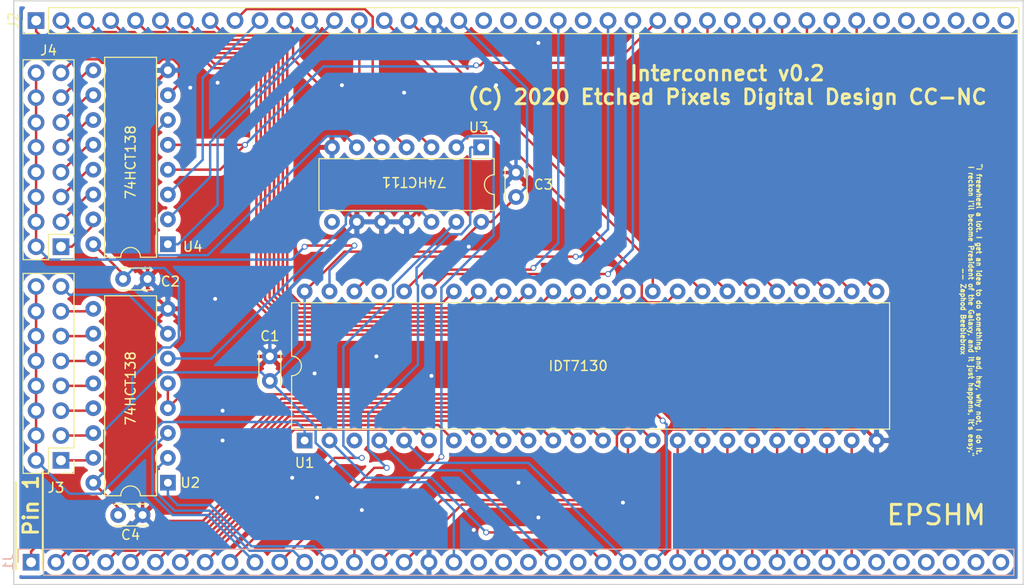
<source format=kicad_pcb>
(kicad_pcb (version 20171130) (host pcbnew 5.1.5-1.fc31)

  (general
    (thickness 1.6)
    (drawings 16)
    (tracks 535)
    (zones 0)
    (modules 12)
    (nets 79)
  )

  (page A4)
  (layers
    (0 F.Cu signal)
    (31 B.Cu signal)
    (32 B.Adhes user)
    (33 F.Adhes user)
    (34 B.Paste user)
    (35 F.Paste user)
    (36 B.SilkS user)
    (37 F.SilkS user)
    (38 B.Mask user)
    (39 F.Mask user)
    (40 Dwgs.User user)
    (41 Cmts.User user)
    (42 Eco1.User user)
    (43 Eco2.User user)
    (44 Edge.Cuts user)
    (45 Margin user)
    (46 B.CrtYd user)
    (47 F.CrtYd user)
    (48 B.Fab user hide)
    (49 F.Fab user hide)
  )

  (setup
    (last_trace_width 0.25)
    (trace_clearance 0.2)
    (zone_clearance 0.508)
    (zone_45_only no)
    (trace_min 0.2)
    (via_size 0.6)
    (via_drill 0.4)
    (via_min_size 0.4)
    (via_min_drill 0.3)
    (uvia_size 0.3)
    (uvia_drill 0.1)
    (uvias_allowed no)
    (uvia_min_size 0.2)
    (uvia_min_drill 0.1)
    (edge_width 0.15)
    (segment_width 0.2)
    (pcb_text_width 0.3)
    (pcb_text_size 1.5 1.5)
    (mod_edge_width 0.15)
    (mod_text_size 1 1)
    (mod_text_width 0.15)
    (pad_size 3.2 3.2)
    (pad_drill 3.2)
    (pad_to_mask_clearance 0.2)
    (aux_axis_origin 0 0)
    (visible_elements 7FFFFFFF)
    (pcbplotparams
      (layerselection 0x010f0_ffffffff)
      (usegerberextensions false)
      (usegerberattributes false)
      (usegerberadvancedattributes false)
      (creategerberjobfile false)
      (excludeedgelayer true)
      (linewidth 0.100000)
      (plotframeref false)
      (viasonmask false)
      (mode 1)
      (useauxorigin false)
      (hpglpennumber 1)
      (hpglpenspeed 20)
      (hpglpendiameter 15.000000)
      (psnegative false)
      (psa4output false)
      (plotreference true)
      (plotvalue true)
      (plotinvisibletext false)
      (padsonsilk false)
      (subtractmaskfromsilk false)
      (outputformat 1)
      (mirror false)
      (drillshape 0)
      (scaleselection 1)
      (outputdirectory "/tmp/shmem"))
  )

  (net 0 "")
  (net 1 GND)
  (net 2 RD)
  (net 3 A7)
  (net 4 A6)
  (net 5 A5)
  (net 6 A4)
  (net 7 A3)
  (net 8 IORQ)
  (net 9 D1)
  (net 10 D2)
  (net 11 D3)
  (net 12 D4)
  (net 13 D5)
  (net 14 D6)
  (net 15 D7)
  (net 16 A2)
  (net 17 A1)
  (net 18 WR)
  (net 19 VCC)
  (net 20 D0)
  (net 21 BD7)
  (net 22 BD6)
  (net 23 BD5)
  (net 24 BD4)
  (net 25 BD3)
  (net 26 BD2)
  (net 27 BD1)
  (net 28 BD0)
  (net 29 BIORQ)
  (net 30 BRD)
  (net 31 BWR)
  (net 32 BA1)
  (net 33 BA2)
  (net 34 BA3)
  (net 35 BA4)
  (net 36 BA5)
  (net 37 BA6)
  (net 38 BA7)
  (net 39 INT)
  (net 40 A0)
  (net 41 A8)
  (net 42 A9)
  (net 43 A10)
  (net 44 A11)
  (net 45 A12)
  (net 46 A13)
  (net 47 A14)
  (net 48 A15)
  (net 49 BINT)
  (net 50 BA0)
  (net 51 BA8)
  (net 52 BA9)
  (net 53 BA10)
  (net 54 BA11)
  (net 55 BA12)
  (net 56 BA13)
  (net 57 BA14)
  (net 58 BA15)
  (net 59 "Net-(J3-Pad1)")
  (net 60 IOSEL)
  (net 61 "Net-(J3-Pad3)")
  (net 62 "Net-(J3-Pad5)")
  (net 63 "Net-(J3-Pad7)")
  (net 64 "Net-(J3-Pad9)")
  (net 65 "Net-(J3-Pad11)")
  (net 66 "Net-(J3-Pad13)")
  (net 67 "Net-(J3-Pad15)")
  (net 68 BIOSEL)
  (net 69 "Net-(J4-Pad15)")
  (net 70 "Net-(J4-Pad13)")
  (net 71 "Net-(J4-Pad11)")
  (net 72 "Net-(J4-Pad9)")
  (net 73 "Net-(J4-Pad7)")
  (net 74 "Net-(J4-Pad5)")
  (net 75 "Net-(J4-Pad3)")
  (net 76 "Net-(J4-Pad1)")
  (net 77 "Net-(U2-Pad6)")
  (net 78 "Net-(U3-Pad6)")

  (net_class Default "This is the default net class."
    (clearance 0.2)
    (trace_width 0.25)
    (via_dia 0.6)
    (via_drill 0.4)
    (uvia_dia 0.3)
    (uvia_drill 0.1)
    (add_net A0)
    (add_net A1)
    (add_net A10)
    (add_net A11)
    (add_net A12)
    (add_net A13)
    (add_net A14)
    (add_net A15)
    (add_net A2)
    (add_net A3)
    (add_net A4)
    (add_net A5)
    (add_net A6)
    (add_net A7)
    (add_net A8)
    (add_net A9)
    (add_net BA0)
    (add_net BA1)
    (add_net BA10)
    (add_net BA11)
    (add_net BA12)
    (add_net BA13)
    (add_net BA14)
    (add_net BA15)
    (add_net BA2)
    (add_net BA3)
    (add_net BA4)
    (add_net BA5)
    (add_net BA6)
    (add_net BA7)
    (add_net BA8)
    (add_net BA9)
    (add_net BD0)
    (add_net BD1)
    (add_net BD2)
    (add_net BD3)
    (add_net BD4)
    (add_net BD5)
    (add_net BD6)
    (add_net BD7)
    (add_net BINT)
    (add_net BIORQ)
    (add_net BIOSEL)
    (add_net BRD)
    (add_net BWR)
    (add_net D0)
    (add_net D1)
    (add_net D2)
    (add_net D3)
    (add_net D4)
    (add_net D5)
    (add_net D6)
    (add_net D7)
    (add_net INT)
    (add_net IORQ)
    (add_net IOSEL)
    (add_net "Net-(J3-Pad1)")
    (add_net "Net-(J3-Pad11)")
    (add_net "Net-(J3-Pad13)")
    (add_net "Net-(J3-Pad15)")
    (add_net "Net-(J3-Pad3)")
    (add_net "Net-(J3-Pad5)")
    (add_net "Net-(J3-Pad7)")
    (add_net "Net-(J3-Pad9)")
    (add_net "Net-(J4-Pad1)")
    (add_net "Net-(J4-Pad11)")
    (add_net "Net-(J4-Pad13)")
    (add_net "Net-(J4-Pad15)")
    (add_net "Net-(J4-Pad3)")
    (add_net "Net-(J4-Pad5)")
    (add_net "Net-(J4-Pad7)")
    (add_net "Net-(J4-Pad9)")
    (add_net "Net-(U2-Pad6)")
    (add_net "Net-(U3-Pad6)")
    (add_net RD)
    (add_net VCC)
    (add_net WR)
  )

  (net_class Power ""
    (clearance 0.2)
    (trace_width 0.35)
    (via_dia 0.6)
    (via_drill 0.4)
    (uvia_dia 0.3)
    (uvia_drill 0.1)
    (add_net GND)
  )

  (module Package_DIP:DIP-16_W7.62mm (layer F.Cu) (tedit 5A02E8C5) (tstamp 5E46FDB3)
    (at 169.672 144.272 180)
    (descr "16-lead though-hole mounted DIP package, row spacing 7.62 mm (300 mils)")
    (tags "THT DIP DIL PDIP 2.54mm 7.62mm 300mil")
    (path /5E50E213)
    (fp_text reference U2 (at -2.286 0) (layer F.SilkS)
      (effects (font (size 1 1) (thickness 0.15)))
    )
    (fp_text value 74HCT138 (at 3.81 20.11) (layer F.Fab)
      (effects (font (size 1 1) (thickness 0.15)))
    )
    (fp_arc (start 3.81 -1.33) (end 2.81 -1.33) (angle -180) (layer F.SilkS) (width 0.12))
    (fp_line (start 1.635 -1.27) (end 6.985 -1.27) (layer F.Fab) (width 0.1))
    (fp_line (start 6.985 -1.27) (end 6.985 19.05) (layer F.Fab) (width 0.1))
    (fp_line (start 6.985 19.05) (end 0.635 19.05) (layer F.Fab) (width 0.1))
    (fp_line (start 0.635 19.05) (end 0.635 -0.27) (layer F.Fab) (width 0.1))
    (fp_line (start 0.635 -0.27) (end 1.635 -1.27) (layer F.Fab) (width 0.1))
    (fp_line (start 2.81 -1.33) (end 1.16 -1.33) (layer F.SilkS) (width 0.12))
    (fp_line (start 1.16 -1.33) (end 1.16 19.11) (layer F.SilkS) (width 0.12))
    (fp_line (start 1.16 19.11) (end 6.46 19.11) (layer F.SilkS) (width 0.12))
    (fp_line (start 6.46 19.11) (end 6.46 -1.33) (layer F.SilkS) (width 0.12))
    (fp_line (start 6.46 -1.33) (end 4.81 -1.33) (layer F.SilkS) (width 0.12))
    (fp_line (start -1.1 -1.55) (end -1.1 19.3) (layer F.CrtYd) (width 0.05))
    (fp_line (start -1.1 19.3) (end 8.7 19.3) (layer F.CrtYd) (width 0.05))
    (fp_line (start 8.7 19.3) (end 8.7 -1.55) (layer F.CrtYd) (width 0.05))
    (fp_line (start 8.7 -1.55) (end -1.1 -1.55) (layer F.CrtYd) (width 0.05))
    (fp_text user %R (at 3.81 8.89) (layer F.Fab)
      (effects (font (size 1 1) (thickness 0.15)))
    )
    (pad 1 thru_hole rect (at 0 0 180) (size 1.6 1.6) (drill 0.8) (layers *.Cu *.Mask)
      (net 7 A3))
    (pad 9 thru_hole oval (at 7.62 17.78 180) (size 1.6 1.6) (drill 0.8) (layers *.Cu *.Mask)
      (net 66 "Net-(J3-Pad13)"))
    (pad 2 thru_hole oval (at 0 2.54 180) (size 1.6 1.6) (drill 0.8) (layers *.Cu *.Mask)
      (net 6 A4))
    (pad 10 thru_hole oval (at 7.62 15.24 180) (size 1.6 1.6) (drill 0.8) (layers *.Cu *.Mask)
      (net 65 "Net-(J3-Pad11)"))
    (pad 3 thru_hole oval (at 0 5.08 180) (size 1.6 1.6) (drill 0.8) (layers *.Cu *.Mask)
      (net 4 A6))
    (pad 11 thru_hole oval (at 7.62 12.7 180) (size 1.6 1.6) (drill 0.8) (layers *.Cu *.Mask)
      (net 64 "Net-(J3-Pad9)"))
    (pad 4 thru_hole oval (at 0 7.62 180) (size 1.6 1.6) (drill 0.8) (layers *.Cu *.Mask)
      (net 8 IORQ))
    (pad 12 thru_hole oval (at 7.62 10.16 180) (size 1.6 1.6) (drill 0.8) (layers *.Cu *.Mask)
      (net 63 "Net-(J3-Pad7)"))
    (pad 5 thru_hole oval (at 0 10.16 180) (size 1.6 1.6) (drill 0.8) (layers *.Cu *.Mask)
      (net 8 IORQ))
    (pad 13 thru_hole oval (at 7.62 7.62 180) (size 1.6 1.6) (drill 0.8) (layers *.Cu *.Mask)
      (net 62 "Net-(J3-Pad5)"))
    (pad 6 thru_hole oval (at 0 12.7 180) (size 1.6 1.6) (drill 0.8) (layers *.Cu *.Mask)
      (net 77 "Net-(U2-Pad6)"))
    (pad 14 thru_hole oval (at 7.62 5.08 180) (size 1.6 1.6) (drill 0.8) (layers *.Cu *.Mask)
      (net 61 "Net-(J3-Pad3)"))
    (pad 7 thru_hole oval (at 0 15.24 180) (size 1.6 1.6) (drill 0.8) (layers *.Cu *.Mask)
      (net 67 "Net-(J3-Pad15)"))
    (pad 15 thru_hole oval (at 7.62 2.54 180) (size 1.6 1.6) (drill 0.8) (layers *.Cu *.Mask)
      (net 59 "Net-(J3-Pad1)"))
    (pad 8 thru_hole oval (at 0 17.78 180) (size 1.6 1.6) (drill 0.8) (layers *.Cu *.Mask)
      (net 1 GND))
    (pad 16 thru_hole oval (at 7.62 0 180) (size 1.6 1.6) (drill 0.8) (layers *.Cu *.Mask)
      (net 19 VCC))
    (model ${KISYS3DMOD}/Package_DIP.3dshapes/DIP-16_W7.62mm.wrl
      (at (xyz 0 0 0))
      (scale (xyz 1 1 1))
      (rotate (xyz 0 0 0))
    )
  )

  (module Connector_PinHeader_2.54mm:PinHeader_1x40_P2.54mm_Vertical (layer B.Cu) (tedit 59FED5CC) (tstamp 5D4E77A0)
    (at 155.702 152.4 270)
    (descr "Through hole straight pin header, 1x40, 2.54mm pitch, single row")
    (tags "Through hole pin header THT 1x40 2.54mm single row")
    (path /5D4D81A3)
    (fp_text reference J1 (at 0 2.33 90) (layer B.SilkS)
      (effects (font (size 1 1) (thickness 0.15)) (justify mirror))
    )
    (fp_text value Conn_01x40 (at 0 -101.39 90) (layer B.Fab)
      (effects (font (size 1 1) (thickness 0.15)) (justify mirror))
    )
    (fp_text user %R (at 0 -49.53 180) (layer B.Fab)
      (effects (font (size 1 1) (thickness 0.15)) (justify mirror))
    )
    (fp_line (start 1.8 1.8) (end -1.8 1.8) (layer B.CrtYd) (width 0.05))
    (fp_line (start 1.8 -100.85) (end 1.8 1.8) (layer B.CrtYd) (width 0.05))
    (fp_line (start -1.8 -100.85) (end 1.8 -100.85) (layer B.CrtYd) (width 0.05))
    (fp_line (start -1.8 1.8) (end -1.8 -100.85) (layer B.CrtYd) (width 0.05))
    (fp_line (start -1.33 1.33) (end 0 1.33) (layer B.SilkS) (width 0.12))
    (fp_line (start -1.33 0) (end -1.33 1.33) (layer B.SilkS) (width 0.12))
    (fp_line (start -1.33 -1.27) (end 1.33 -1.27) (layer B.SilkS) (width 0.12))
    (fp_line (start 1.33 -1.27) (end 1.33 -100.39) (layer B.SilkS) (width 0.12))
    (fp_line (start -1.33 -1.27) (end -1.33 -100.39) (layer B.SilkS) (width 0.12))
    (fp_line (start -1.33 -100.39) (end 1.33 -100.39) (layer B.SilkS) (width 0.12))
    (fp_line (start -1.27 0.635) (end -0.635 1.27) (layer B.Fab) (width 0.1))
    (fp_line (start -1.27 -100.33) (end -1.27 0.635) (layer B.Fab) (width 0.1))
    (fp_line (start 1.27 -100.33) (end -1.27 -100.33) (layer B.Fab) (width 0.1))
    (fp_line (start 1.27 1.27) (end 1.27 -100.33) (layer B.Fab) (width 0.1))
    (fp_line (start -0.635 1.27) (end 1.27 1.27) (layer B.Fab) (width 0.1))
    (pad 40 thru_hole oval (at 0 -99.06 270) (size 1.7 1.7) (drill 1) (layers *.Cu *.Mask))
    (pad 39 thru_hole oval (at 0 -96.52 270) (size 1.7 1.7) (drill 1) (layers *.Cu *.Mask))
    (pad 38 thru_hole oval (at 0 -93.98 270) (size 1.7 1.7) (drill 1) (layers *.Cu *.Mask))
    (pad 37 thru_hole oval (at 0 -91.44 270) (size 1.7 1.7) (drill 1) (layers *.Cu *.Mask))
    (pad 36 thru_hole oval (at 0 -88.9 270) (size 1.7 1.7) (drill 1) (layers *.Cu *.Mask))
    (pad 35 thru_hole oval (at 0 -86.36 270) (size 1.7 1.7) (drill 1) (layers *.Cu *.Mask))
    (pad 34 thru_hole oval (at 0 -83.82 270) (size 1.7 1.7) (drill 1) (layers *.Cu *.Mask)
      (net 15 D7))
    (pad 33 thru_hole oval (at 0 -81.28 270) (size 1.7 1.7) (drill 1) (layers *.Cu *.Mask)
      (net 14 D6))
    (pad 32 thru_hole oval (at 0 -78.74 270) (size 1.7 1.7) (drill 1) (layers *.Cu *.Mask)
      (net 13 D5))
    (pad 31 thru_hole oval (at 0 -76.2 270) (size 1.7 1.7) (drill 1) (layers *.Cu *.Mask)
      (net 12 D4))
    (pad 30 thru_hole oval (at 0 -73.66 270) (size 1.7 1.7) (drill 1) (layers *.Cu *.Mask)
      (net 11 D3))
    (pad 29 thru_hole oval (at 0 -71.12 270) (size 1.7 1.7) (drill 1) (layers *.Cu *.Mask)
      (net 10 D2))
    (pad 28 thru_hole oval (at 0 -68.58 270) (size 1.7 1.7) (drill 1) (layers *.Cu *.Mask)
      (net 9 D1))
    (pad 27 thru_hole oval (at 0 -66.04 270) (size 1.7 1.7) (drill 1) (layers *.Cu *.Mask)
      (net 20 D0))
    (pad 26 thru_hole oval (at 0 -63.5 270) (size 1.7 1.7) (drill 1) (layers *.Cu *.Mask)
      (net 8 IORQ))
    (pad 25 thru_hole oval (at 0 -60.96 270) (size 1.7 1.7) (drill 1) (layers *.Cu *.Mask)
      (net 2 RD))
    (pad 24 thru_hole oval (at 0 -58.42 270) (size 1.7 1.7) (drill 1) (layers *.Cu *.Mask)
      (net 18 WR))
    (pad 23 thru_hole oval (at 0 -55.88 270) (size 1.7 1.7) (drill 1) (layers *.Cu *.Mask))
    (pad 22 thru_hole oval (at 0 -53.34 270) (size 1.7 1.7) (drill 1) (layers *.Cu *.Mask)
      (net 39 INT))
    (pad 21 thru_hole oval (at 0 -50.8 270) (size 1.7 1.7) (drill 1) (layers *.Cu *.Mask))
    (pad 20 thru_hole oval (at 0 -48.26 270) (size 1.7 1.7) (drill 1) (layers *.Cu *.Mask))
    (pad 19 thru_hole oval (at 0 -45.72 270) (size 1.7 1.7) (drill 1) (layers *.Cu *.Mask))
    (pad 18 thru_hole oval (at 0 -43.18 270) (size 1.7 1.7) (drill 1) (layers *.Cu *.Mask)
      (net 19 VCC))
    (pad 17 thru_hole oval (at 0 -40.64 270) (size 1.7 1.7) (drill 1) (layers *.Cu *.Mask)
      (net 1 GND))
    (pad 16 thru_hole oval (at 0 -38.1 270) (size 1.7 1.7) (drill 1) (layers *.Cu *.Mask)
      (net 40 A0))
    (pad 15 thru_hole oval (at 0 -35.56 270) (size 1.7 1.7) (drill 1) (layers *.Cu *.Mask)
      (net 17 A1))
    (pad 14 thru_hole oval (at 0 -33.02 270) (size 1.7 1.7) (drill 1) (layers *.Cu *.Mask)
      (net 16 A2))
    (pad 13 thru_hole oval (at 0 -30.48 270) (size 1.7 1.7) (drill 1) (layers *.Cu *.Mask)
      (net 7 A3))
    (pad 12 thru_hole oval (at 0 -27.94 270) (size 1.7 1.7) (drill 1) (layers *.Cu *.Mask)
      (net 6 A4))
    (pad 11 thru_hole oval (at 0 -25.4 270) (size 1.7 1.7) (drill 1) (layers *.Cu *.Mask)
      (net 5 A5))
    (pad 10 thru_hole oval (at 0 -22.86 270) (size 1.7 1.7) (drill 1) (layers *.Cu *.Mask)
      (net 4 A6))
    (pad 9 thru_hole oval (at 0 -20.32 270) (size 1.7 1.7) (drill 1) (layers *.Cu *.Mask)
      (net 3 A7))
    (pad 8 thru_hole oval (at 0 -17.78 270) (size 1.7 1.7) (drill 1) (layers *.Cu *.Mask)
      (net 41 A8))
    (pad 7 thru_hole oval (at 0 -15.24 270) (size 1.7 1.7) (drill 1) (layers *.Cu *.Mask)
      (net 42 A9))
    (pad 6 thru_hole oval (at 0 -12.7 270) (size 1.7 1.7) (drill 1) (layers *.Cu *.Mask)
      (net 43 A10))
    (pad 5 thru_hole oval (at 0 -10.16 270) (size 1.7 1.7) (drill 1) (layers *.Cu *.Mask)
      (net 44 A11))
    (pad 4 thru_hole oval (at 0 -7.62 270) (size 1.7 1.7) (drill 1) (layers *.Cu *.Mask)
      (net 45 A12))
    (pad 3 thru_hole oval (at 0 -5.08 270) (size 1.7 1.7) (drill 1) (layers *.Cu *.Mask)
      (net 46 A13))
    (pad 2 thru_hole oval (at 0 -2.54 270) (size 1.7 1.7) (drill 1) (layers *.Cu *.Mask)
      (net 47 A14))
    (pad 1 thru_hole rect (at 0 0 270) (size 1.7 1.7) (drill 1) (layers *.Cu *.Mask)
      (net 48 A15))
    (model ${KISYS3DMOD}/Connector_PinHeader_2.54mm.3dshapes/PinHeader_1x40_P2.54mm_Vertical.wrl
      (at (xyz 0 0 0))
      (scale (xyz 1 1 1))
      (rotate (xyz 0 0 0))
    )
  )

  (module Package_DIP:DIP-48_W15.24mm (layer F.Cu) (tedit 5A02E8C5) (tstamp 5E46FD70)
    (at 183.642 139.954 90)
    (descr "48-lead though-hole mounted DIP package, row spacing 15.24 mm (600 mils)")
    (tags "THT DIP DIL PDIP 2.54mm 15.24mm 600mil")
    (path /5E59C604)
    (fp_text reference U1 (at -2.286 0 180) (layer F.SilkS)
      (effects (font (size 1 1) (thickness 0.15)))
    )
    (fp_text value IDT7130 (at 7.62 60.75 90) (layer F.Fab)
      (effects (font (size 1 1) (thickness 0.15)))
    )
    (fp_arc (start 7.62 -1.33) (end 6.62 -1.33) (angle -180) (layer F.SilkS) (width 0.12))
    (fp_line (start 1.255 -1.27) (end 14.985 -1.27) (layer F.Fab) (width 0.1))
    (fp_line (start 14.985 -1.27) (end 14.985 59.69) (layer F.Fab) (width 0.1))
    (fp_line (start 14.985 59.69) (end 0.255 59.69) (layer F.Fab) (width 0.1))
    (fp_line (start 0.255 59.69) (end 0.255 -0.27) (layer F.Fab) (width 0.1))
    (fp_line (start 0.255 -0.27) (end 1.255 -1.27) (layer F.Fab) (width 0.1))
    (fp_line (start 6.62 -1.33) (end 1.16 -1.33) (layer F.SilkS) (width 0.12))
    (fp_line (start 1.16 -1.33) (end 1.16 59.75) (layer F.SilkS) (width 0.12))
    (fp_line (start 1.16 59.75) (end 14.08 59.75) (layer F.SilkS) (width 0.12))
    (fp_line (start 14.08 59.75) (end 14.08 -1.33) (layer F.SilkS) (width 0.12))
    (fp_line (start 14.08 -1.33) (end 8.62 -1.33) (layer F.SilkS) (width 0.12))
    (fp_line (start -1.05 -1.55) (end -1.05 59.95) (layer F.CrtYd) (width 0.05))
    (fp_line (start -1.05 59.95) (end 16.3 59.95) (layer F.CrtYd) (width 0.05))
    (fp_line (start 16.3 59.95) (end 16.3 -1.55) (layer F.CrtYd) (width 0.05))
    (fp_line (start 16.3 -1.55) (end -1.05 -1.55) (layer F.CrtYd) (width 0.05))
    (fp_text user %R (at 7.62 29.21 90) (layer F.Fab)
      (effects (font (size 1 1) (thickness 0.15)))
    )
    (pad 1 thru_hole rect (at 0 0 90) (size 1.6 1.6) (drill 0.8) (layers *.Cu *.Mask)
      (net 60 IOSEL))
    (pad 25 thru_hole oval (at 15.24 58.42 90) (size 1.6 1.6) (drill 0.8) (layers *.Cu *.Mask)
      (net 21 BD7))
    (pad 2 thru_hole oval (at 0 2.54 90) (size 1.6 1.6) (drill 0.8) (layers *.Cu *.Mask)
      (net 18 WR))
    (pad 26 thru_hole oval (at 15.24 55.88 90) (size 1.6 1.6) (drill 0.8) (layers *.Cu *.Mask)
      (net 22 BD6))
    (pad 3 thru_hole oval (at 0 5.08 90) (size 1.6 1.6) (drill 0.8) (layers *.Cu *.Mask))
    (pad 27 thru_hole oval (at 15.24 53.34 90) (size 1.6 1.6) (drill 0.8) (layers *.Cu *.Mask)
      (net 23 BD5))
    (pad 4 thru_hole oval (at 0 7.62 90) (size 1.6 1.6) (drill 0.8) (layers *.Cu *.Mask)
      (net 39 INT))
    (pad 28 thru_hole oval (at 15.24 50.8 90) (size 1.6 1.6) (drill 0.8) (layers *.Cu *.Mask)
      (net 24 BD4))
    (pad 5 thru_hole oval (at 0 10.16 90) (size 1.6 1.6) (drill 0.8) (layers *.Cu *.Mask)
      (net 2 RD))
    (pad 29 thru_hole oval (at 15.24 48.26 90) (size 1.6 1.6) (drill 0.8) (layers *.Cu *.Mask)
      (net 25 BD3))
    (pad 6 thru_hole oval (at 0 12.7 90) (size 1.6 1.6) (drill 0.8) (layers *.Cu *.Mask)
      (net 41 A8))
    (pad 30 thru_hole oval (at 15.24 45.72 90) (size 1.6 1.6) (drill 0.8) (layers *.Cu *.Mask)
      (net 26 BD2))
    (pad 7 thru_hole oval (at 0 15.24 90) (size 1.6 1.6) (drill 0.8) (layers *.Cu *.Mask)
      (net 42 A9))
    (pad 31 thru_hole oval (at 15.24 43.18 90) (size 1.6 1.6) (drill 0.8) (layers *.Cu *.Mask)
      (net 27 BD1))
    (pad 8 thru_hole oval (at 0 17.78 90) (size 1.6 1.6) (drill 0.8) (layers *.Cu *.Mask)
      (net 43 A10))
    (pad 32 thru_hole oval (at 15.24 40.64 90) (size 1.6 1.6) (drill 0.8) (layers *.Cu *.Mask)
      (net 28 BD0))
    (pad 9 thru_hole oval (at 0 20.32 90) (size 1.6 1.6) (drill 0.8) (layers *.Cu *.Mask)
      (net 44 A11))
    (pad 33 thru_hole oval (at 15.24 38.1 90) (size 1.6 1.6) (drill 0.8) (layers *.Cu *.Mask)
      (net 32 BA1))
    (pad 10 thru_hole oval (at 0 22.86 90) (size 1.6 1.6) (drill 0.8) (layers *.Cu *.Mask)
      (net 45 A12))
    (pad 34 thru_hole oval (at 15.24 35.56 90) (size 1.6 1.6) (drill 0.8) (layers *.Cu *.Mask)
      (net 50 BA0))
    (pad 11 thru_hole oval (at 0 25.4 90) (size 1.6 1.6) (drill 0.8) (layers *.Cu *.Mask)
      (net 46 A13))
    (pad 35 thru_hole oval (at 15.24 33.02 90) (size 1.6 1.6) (drill 0.8) (layers *.Cu *.Mask)
      (net 58 BA15))
    (pad 12 thru_hole oval (at 0 27.94 90) (size 1.6 1.6) (drill 0.8) (layers *.Cu *.Mask)
      (net 47 A14))
    (pad 36 thru_hole oval (at 15.24 30.48 90) (size 1.6 1.6) (drill 0.8) (layers *.Cu *.Mask)
      (net 57 BA14))
    (pad 13 thru_hole oval (at 0 30.48 90) (size 1.6 1.6) (drill 0.8) (layers *.Cu *.Mask)
      (net 48 A15))
    (pad 37 thru_hole oval (at 15.24 27.94 90) (size 1.6 1.6) (drill 0.8) (layers *.Cu *.Mask)
      (net 56 BA13))
    (pad 14 thru_hole oval (at 0 33.02 90) (size 1.6 1.6) (drill 0.8) (layers *.Cu *.Mask)
      (net 40 A0))
    (pad 38 thru_hole oval (at 15.24 25.4 90) (size 1.6 1.6) (drill 0.8) (layers *.Cu *.Mask)
      (net 55 BA12))
    (pad 15 thru_hole oval (at 0 35.56 90) (size 1.6 1.6) (drill 0.8) (layers *.Cu *.Mask)
      (net 17 A1))
    (pad 39 thru_hole oval (at 15.24 22.86 90) (size 1.6 1.6) (drill 0.8) (layers *.Cu *.Mask)
      (net 54 BA11))
    (pad 16 thru_hole oval (at 0 38.1 90) (size 1.6 1.6) (drill 0.8) (layers *.Cu *.Mask)
      (net 20 D0))
    (pad 40 thru_hole oval (at 15.24 20.32 90) (size 1.6 1.6) (drill 0.8) (layers *.Cu *.Mask)
      (net 53 BA10))
    (pad 17 thru_hole oval (at 0 40.64 90) (size 1.6 1.6) (drill 0.8) (layers *.Cu *.Mask)
      (net 9 D1))
    (pad 41 thru_hole oval (at 15.24 17.78 90) (size 1.6 1.6) (drill 0.8) (layers *.Cu *.Mask)
      (net 52 BA9))
    (pad 18 thru_hole oval (at 0 43.18 90) (size 1.6 1.6) (drill 0.8) (layers *.Cu *.Mask)
      (net 10 D2))
    (pad 42 thru_hole oval (at 15.24 15.24 90) (size 1.6 1.6) (drill 0.8) (layers *.Cu *.Mask)
      (net 51 BA8))
    (pad 19 thru_hole oval (at 0 45.72 90) (size 1.6 1.6) (drill 0.8) (layers *.Cu *.Mask)
      (net 11 D3))
    (pad 43 thru_hole oval (at 15.24 12.7 90) (size 1.6 1.6) (drill 0.8) (layers *.Cu *.Mask)
      (net 30 BRD))
    (pad 20 thru_hole oval (at 0 48.26 90) (size 1.6 1.6) (drill 0.8) (layers *.Cu *.Mask)
      (net 12 D4))
    (pad 44 thru_hole oval (at 15.24 10.16 90) (size 1.6 1.6) (drill 0.8) (layers *.Cu *.Mask)
      (net 49 BINT))
    (pad 21 thru_hole oval (at 0 50.8 90) (size 1.6 1.6) (drill 0.8) (layers *.Cu *.Mask)
      (net 13 D5))
    (pad 45 thru_hole oval (at 15.24 7.62 90) (size 1.6 1.6) (drill 0.8) (layers *.Cu *.Mask))
    (pad 22 thru_hole oval (at 0 53.34 90) (size 1.6 1.6) (drill 0.8) (layers *.Cu *.Mask)
      (net 14 D6))
    (pad 46 thru_hole oval (at 15.24 5.08 90) (size 1.6 1.6) (drill 0.8) (layers *.Cu *.Mask)
      (net 31 BWR))
    (pad 23 thru_hole oval (at 0 55.88 90) (size 1.6 1.6) (drill 0.8) (layers *.Cu *.Mask)
      (net 15 D7))
    (pad 47 thru_hole oval (at 15.24 2.54 90) (size 1.6 1.6) (drill 0.8) (layers *.Cu *.Mask)
      (net 68 BIOSEL))
    (pad 24 thru_hole oval (at 0 58.42 90) (size 1.6 1.6) (drill 0.8) (layers *.Cu *.Mask)
      (net 1 GND))
    (pad 48 thru_hole oval (at 15.24 0 90) (size 1.6 1.6) (drill 0.8) (layers *.Cu *.Mask)
      (net 19 VCC))
    (model ${KISYS3DMOD}/Package_DIP.3dshapes/DIP-48_W15.24mm.wrl
      (at (xyz 0 0 0))
      (scale (xyz 1 1 1))
      (rotate (xyz 0 0 0))
    )
  )

  (module Connector_PinHeader_2.54mm:PinHeader_1x40_P2.54mm_Vertical (layer F.Cu) (tedit 59FED5CC) (tstamp 5E34F7D3)
    (at 156.21 97.028 90)
    (descr "Through hole straight pin header, 1x40, 2.54mm pitch, single row")
    (tags "Through hole pin header THT 1x40 2.54mm single row")
    (path /5E41EBB9)
    (fp_text reference J2 (at 0 -2.33 90) (layer F.SilkS)
      (effects (font (size 1 1) (thickness 0.15)))
    )
    (fp_text value Conn_01x40 (at 0 101.39 90) (layer F.Fab)
      (effects (font (size 1 1) (thickness 0.15)))
    )
    (fp_text user %R (at 0 49.53) (layer F.Fab)
      (effects (font (size 1 1) (thickness 0.15)))
    )
    (fp_line (start 1.8 -1.8) (end -1.8 -1.8) (layer F.CrtYd) (width 0.05))
    (fp_line (start 1.8 100.85) (end 1.8 -1.8) (layer F.CrtYd) (width 0.05))
    (fp_line (start -1.8 100.85) (end 1.8 100.85) (layer F.CrtYd) (width 0.05))
    (fp_line (start -1.8 -1.8) (end -1.8 100.85) (layer F.CrtYd) (width 0.05))
    (fp_line (start -1.33 -1.33) (end 0 -1.33) (layer F.SilkS) (width 0.12))
    (fp_line (start -1.33 0) (end -1.33 -1.33) (layer F.SilkS) (width 0.12))
    (fp_line (start -1.33 1.27) (end 1.33 1.27) (layer F.SilkS) (width 0.12))
    (fp_line (start 1.33 1.27) (end 1.33 100.39) (layer F.SilkS) (width 0.12))
    (fp_line (start -1.33 1.27) (end -1.33 100.39) (layer F.SilkS) (width 0.12))
    (fp_line (start -1.33 100.39) (end 1.33 100.39) (layer F.SilkS) (width 0.12))
    (fp_line (start -1.27 -0.635) (end -0.635 -1.27) (layer F.Fab) (width 0.1))
    (fp_line (start -1.27 100.33) (end -1.27 -0.635) (layer F.Fab) (width 0.1))
    (fp_line (start 1.27 100.33) (end -1.27 100.33) (layer F.Fab) (width 0.1))
    (fp_line (start 1.27 -1.27) (end 1.27 100.33) (layer F.Fab) (width 0.1))
    (fp_line (start -0.635 -1.27) (end 1.27 -1.27) (layer F.Fab) (width 0.1))
    (pad 40 thru_hole oval (at 0 99.06 90) (size 1.7 1.7) (drill 1) (layers *.Cu *.Mask))
    (pad 39 thru_hole oval (at 0 96.52 90) (size 1.7 1.7) (drill 1) (layers *.Cu *.Mask))
    (pad 38 thru_hole oval (at 0 93.98 90) (size 1.7 1.7) (drill 1) (layers *.Cu *.Mask))
    (pad 37 thru_hole oval (at 0 91.44 90) (size 1.7 1.7) (drill 1) (layers *.Cu *.Mask))
    (pad 36 thru_hole oval (at 0 88.9 90) (size 1.7 1.7) (drill 1) (layers *.Cu *.Mask))
    (pad 35 thru_hole oval (at 0 86.36 90) (size 1.7 1.7) (drill 1) (layers *.Cu *.Mask))
    (pad 34 thru_hole oval (at 0 83.82 90) (size 1.7 1.7) (drill 1) (layers *.Cu *.Mask)
      (net 21 BD7))
    (pad 33 thru_hole oval (at 0 81.28 90) (size 1.7 1.7) (drill 1) (layers *.Cu *.Mask)
      (net 22 BD6))
    (pad 32 thru_hole oval (at 0 78.74 90) (size 1.7 1.7) (drill 1) (layers *.Cu *.Mask)
      (net 23 BD5))
    (pad 31 thru_hole oval (at 0 76.2 90) (size 1.7 1.7) (drill 1) (layers *.Cu *.Mask)
      (net 24 BD4))
    (pad 30 thru_hole oval (at 0 73.66 90) (size 1.7 1.7) (drill 1) (layers *.Cu *.Mask)
      (net 25 BD3))
    (pad 29 thru_hole oval (at 0 71.12 90) (size 1.7 1.7) (drill 1) (layers *.Cu *.Mask)
      (net 26 BD2))
    (pad 28 thru_hole oval (at 0 68.58 90) (size 1.7 1.7) (drill 1) (layers *.Cu *.Mask)
      (net 27 BD1))
    (pad 27 thru_hole oval (at 0 66.04 90) (size 1.7 1.7) (drill 1) (layers *.Cu *.Mask)
      (net 28 BD0))
    (pad 26 thru_hole oval (at 0 63.5 90) (size 1.7 1.7) (drill 1) (layers *.Cu *.Mask)
      (net 29 BIORQ))
    (pad 25 thru_hole oval (at 0 60.96 90) (size 1.7 1.7) (drill 1) (layers *.Cu *.Mask)
      (net 30 BRD))
    (pad 24 thru_hole oval (at 0 58.42 90) (size 1.7 1.7) (drill 1) (layers *.Cu *.Mask)
      (net 31 BWR))
    (pad 23 thru_hole oval (at 0 55.88 90) (size 1.7 1.7) (drill 1) (layers *.Cu *.Mask))
    (pad 22 thru_hole oval (at 0 53.34 90) (size 1.7 1.7) (drill 1) (layers *.Cu *.Mask)
      (net 49 BINT))
    (pad 21 thru_hole oval (at 0 50.8 90) (size 1.7 1.7) (drill 1) (layers *.Cu *.Mask))
    (pad 20 thru_hole oval (at 0 48.26 90) (size 1.7 1.7) (drill 1) (layers *.Cu *.Mask))
    (pad 19 thru_hole oval (at 0 45.72 90) (size 1.7 1.7) (drill 1) (layers *.Cu *.Mask))
    (pad 18 thru_hole oval (at 0 43.18 90) (size 1.7 1.7) (drill 1) (layers *.Cu *.Mask)
      (net 19 VCC))
    (pad 17 thru_hole oval (at 0 40.64 90) (size 1.7 1.7) (drill 1) (layers *.Cu *.Mask)
      (net 1 GND))
    (pad 16 thru_hole oval (at 0 38.1 90) (size 1.7 1.7) (drill 1) (layers *.Cu *.Mask)
      (net 50 BA0))
    (pad 15 thru_hole oval (at 0 35.56 90) (size 1.7 1.7) (drill 1) (layers *.Cu *.Mask)
      (net 32 BA1))
    (pad 14 thru_hole oval (at 0 33.02 90) (size 1.7 1.7) (drill 1) (layers *.Cu *.Mask)
      (net 33 BA2))
    (pad 13 thru_hole oval (at 0 30.48 90) (size 1.7 1.7) (drill 1) (layers *.Cu *.Mask)
      (net 34 BA3))
    (pad 12 thru_hole oval (at 0 27.94 90) (size 1.7 1.7) (drill 1) (layers *.Cu *.Mask)
      (net 35 BA4))
    (pad 11 thru_hole oval (at 0 25.4 90) (size 1.7 1.7) (drill 1) (layers *.Cu *.Mask)
      (net 36 BA5))
    (pad 10 thru_hole oval (at 0 22.86 90) (size 1.7 1.7) (drill 1) (layers *.Cu *.Mask)
      (net 37 BA6))
    (pad 9 thru_hole oval (at 0 20.32 90) (size 1.7 1.7) (drill 1) (layers *.Cu *.Mask)
      (net 38 BA7))
    (pad 8 thru_hole oval (at 0 17.78 90) (size 1.7 1.7) (drill 1) (layers *.Cu *.Mask)
      (net 51 BA8))
    (pad 7 thru_hole oval (at 0 15.24 90) (size 1.7 1.7) (drill 1) (layers *.Cu *.Mask)
      (net 52 BA9))
    (pad 6 thru_hole oval (at 0 12.7 90) (size 1.7 1.7) (drill 1) (layers *.Cu *.Mask)
      (net 53 BA10))
    (pad 5 thru_hole oval (at 0 10.16 90) (size 1.7 1.7) (drill 1) (layers *.Cu *.Mask)
      (net 54 BA11))
    (pad 4 thru_hole oval (at 0 7.62 90) (size 1.7 1.7) (drill 1) (layers *.Cu *.Mask)
      (net 55 BA12))
    (pad 3 thru_hole oval (at 0 5.08 90) (size 1.7 1.7) (drill 1) (layers *.Cu *.Mask)
      (net 56 BA13))
    (pad 2 thru_hole oval (at 0 2.54 90) (size 1.7 1.7) (drill 1) (layers *.Cu *.Mask)
      (net 57 BA14))
    (pad 1 thru_hole rect (at 0 0 90) (size 1.7 1.7) (drill 1) (layers *.Cu *.Mask)
      (net 58 BA15))
    (model ${KISYS3DMOD}/Connector_PinHeader_2.54mm.3dshapes/PinHeader_1x40_P2.54mm_Vertical.wrl
      (at (xyz 0 0 0))
      (scale (xyz 1 1 1))
      (rotate (xyz 0 0 0))
    )
  )

  (module Capacitor_THT:C_Disc_D3.0mm_W2.0mm_P2.50mm (layer F.Cu) (tedit 5AE50EF0) (tstamp 5E34F133)
    (at 164.592 147.574)
    (descr "C, Disc series, Radial, pin pitch=2.50mm, , diameter*width=3*2mm^2, Capacitor")
    (tags "C Disc series Radial pin pitch 2.50mm  diameter 3mm width 2mm Capacitor")
    (path /5D60442F)
    (fp_text reference C4 (at 1.27 2.032) (layer F.SilkS)
      (effects (font (size 1 1) (thickness 0.15)))
    )
    (fp_text value 0.1uF (at 1.25 2.25) (layer F.Fab)
      (effects (font (size 1 1) (thickness 0.15)))
    )
    (fp_text user %R (at 1.25 0) (layer F.Fab)
      (effects (font (size 0.6 0.6) (thickness 0.09)))
    )
    (fp_line (start 3.55 -1.25) (end -1.05 -1.25) (layer F.CrtYd) (width 0.05))
    (fp_line (start 3.55 1.25) (end 3.55 -1.25) (layer F.CrtYd) (width 0.05))
    (fp_line (start -1.05 1.25) (end 3.55 1.25) (layer F.CrtYd) (width 0.05))
    (fp_line (start -1.05 -1.25) (end -1.05 1.25) (layer F.CrtYd) (width 0.05))
    (fp_line (start 2.87 1.055) (end 2.87 1.12) (layer F.SilkS) (width 0.12))
    (fp_line (start 2.87 -1.12) (end 2.87 -1.055) (layer F.SilkS) (width 0.12))
    (fp_line (start -0.37 1.055) (end -0.37 1.12) (layer F.SilkS) (width 0.12))
    (fp_line (start -0.37 -1.12) (end -0.37 -1.055) (layer F.SilkS) (width 0.12))
    (fp_line (start -0.37 1.12) (end 2.87 1.12) (layer F.SilkS) (width 0.12))
    (fp_line (start -0.37 -1.12) (end 2.87 -1.12) (layer F.SilkS) (width 0.12))
    (fp_line (start 2.75 -1) (end -0.25 -1) (layer F.Fab) (width 0.1))
    (fp_line (start 2.75 1) (end 2.75 -1) (layer F.Fab) (width 0.1))
    (fp_line (start -0.25 1) (end 2.75 1) (layer F.Fab) (width 0.1))
    (fp_line (start -0.25 -1) (end -0.25 1) (layer F.Fab) (width 0.1))
    (pad 2 thru_hole circle (at 2.5 0) (size 1.6 1.6) (drill 0.8) (layers *.Cu *.Mask)
      (net 1 GND))
    (pad 1 thru_hole circle (at 0 0) (size 1.6 1.6) (drill 0.8) (layers *.Cu *.Mask)
      (net 19 VCC))
    (model ${KISYS3DMOD}/Capacitor_THT.3dshapes/C_Disc_D3.0mm_W2.0mm_P2.50mm.wrl
      (at (xyz 0 0 0))
      (scale (xyz 1 1 1))
      (rotate (xyz 0 0 0))
    )
  )

  (module Capacitor_THT:C_Disc_D3.0mm_W2.0mm_P2.50mm (layer F.Cu) (tedit 5AE50EF0) (tstamp 5E4709D2)
    (at 205.232 115.062 90)
    (descr "C, Disc series, Radial, pin pitch=2.50mm, , diameter*width=3*2mm^2, Capacitor")
    (tags "C Disc series Radial pin pitch 2.50mm  diameter 3mm width 2mm Capacitor")
    (path /5D604425)
    (fp_text reference C3 (at 1.27 2.794 180) (layer F.SilkS)
      (effects (font (size 1 1) (thickness 0.15)))
    )
    (fp_text value 0.1uF (at 1.25 2.25 90) (layer F.Fab)
      (effects (font (size 1 1) (thickness 0.15)))
    )
    (fp_text user %R (at 1.25 0 90) (layer F.Fab)
      (effects (font (size 0.6 0.6) (thickness 0.09)))
    )
    (fp_line (start 3.55 -1.25) (end -1.05 -1.25) (layer F.CrtYd) (width 0.05))
    (fp_line (start 3.55 1.25) (end 3.55 -1.25) (layer F.CrtYd) (width 0.05))
    (fp_line (start -1.05 1.25) (end 3.55 1.25) (layer F.CrtYd) (width 0.05))
    (fp_line (start -1.05 -1.25) (end -1.05 1.25) (layer F.CrtYd) (width 0.05))
    (fp_line (start 2.87 1.055) (end 2.87 1.12) (layer F.SilkS) (width 0.12))
    (fp_line (start 2.87 -1.12) (end 2.87 -1.055) (layer F.SilkS) (width 0.12))
    (fp_line (start -0.37 1.055) (end -0.37 1.12) (layer F.SilkS) (width 0.12))
    (fp_line (start -0.37 -1.12) (end -0.37 -1.055) (layer F.SilkS) (width 0.12))
    (fp_line (start -0.37 1.12) (end 2.87 1.12) (layer F.SilkS) (width 0.12))
    (fp_line (start -0.37 -1.12) (end 2.87 -1.12) (layer F.SilkS) (width 0.12))
    (fp_line (start 2.75 -1) (end -0.25 -1) (layer F.Fab) (width 0.1))
    (fp_line (start 2.75 1) (end 2.75 -1) (layer F.Fab) (width 0.1))
    (fp_line (start -0.25 1) (end 2.75 1) (layer F.Fab) (width 0.1))
    (fp_line (start -0.25 -1) (end -0.25 1) (layer F.Fab) (width 0.1))
    (pad 2 thru_hole circle (at 2.5 0 90) (size 1.6 1.6) (drill 0.8) (layers *.Cu *.Mask)
      (net 1 GND))
    (pad 1 thru_hole circle (at 0 0 90) (size 1.6 1.6) (drill 0.8) (layers *.Cu *.Mask)
      (net 19 VCC))
    (model ${KISYS3DMOD}/Capacitor_THT.3dshapes/C_Disc_D3.0mm_W2.0mm_P2.50mm.wrl
      (at (xyz 0 0 0))
      (scale (xyz 1 1 1))
      (rotate (xyz 0 0 0))
    )
  )

  (module Capacitor_THT:C_Disc_D3.0mm_W2.0mm_P2.50mm (layer F.Cu) (tedit 5AE50EF0) (tstamp 5E34F109)
    (at 165.1 123.444)
    (descr "C, Disc series, Radial, pin pitch=2.50mm, , diameter*width=3*2mm^2, Capacitor")
    (tags "C Disc series Radial pin pitch 2.50mm  diameter 3mm width 2mm Capacitor")
    (path /5D57E8D5)
    (fp_text reference C2 (at 4.826 0.254) (layer F.SilkS)
      (effects (font (size 1 1) (thickness 0.15)))
    )
    (fp_text value 0.1uF (at 1.25 2.25) (layer F.Fab)
      (effects (font (size 1 1) (thickness 0.15)))
    )
    (fp_text user %R (at 1.25 0) (layer F.Fab)
      (effects (font (size 0.6 0.6) (thickness 0.09)))
    )
    (fp_line (start 3.55 -1.25) (end -1.05 -1.25) (layer F.CrtYd) (width 0.05))
    (fp_line (start 3.55 1.25) (end 3.55 -1.25) (layer F.CrtYd) (width 0.05))
    (fp_line (start -1.05 1.25) (end 3.55 1.25) (layer F.CrtYd) (width 0.05))
    (fp_line (start -1.05 -1.25) (end -1.05 1.25) (layer F.CrtYd) (width 0.05))
    (fp_line (start 2.87 1.055) (end 2.87 1.12) (layer F.SilkS) (width 0.12))
    (fp_line (start 2.87 -1.12) (end 2.87 -1.055) (layer F.SilkS) (width 0.12))
    (fp_line (start -0.37 1.055) (end -0.37 1.12) (layer F.SilkS) (width 0.12))
    (fp_line (start -0.37 -1.12) (end -0.37 -1.055) (layer F.SilkS) (width 0.12))
    (fp_line (start -0.37 1.12) (end 2.87 1.12) (layer F.SilkS) (width 0.12))
    (fp_line (start -0.37 -1.12) (end 2.87 -1.12) (layer F.SilkS) (width 0.12))
    (fp_line (start 2.75 -1) (end -0.25 -1) (layer F.Fab) (width 0.1))
    (fp_line (start 2.75 1) (end 2.75 -1) (layer F.Fab) (width 0.1))
    (fp_line (start -0.25 1) (end 2.75 1) (layer F.Fab) (width 0.1))
    (fp_line (start -0.25 -1) (end -0.25 1) (layer F.Fab) (width 0.1))
    (pad 2 thru_hole circle (at 2.5 0) (size 1.6 1.6) (drill 0.8) (layers *.Cu *.Mask)
      (net 1 GND))
    (pad 1 thru_hole circle (at 0 0) (size 1.6 1.6) (drill 0.8) (layers *.Cu *.Mask)
      (net 19 VCC))
    (model ${KISYS3DMOD}/Capacitor_THT.3dshapes/C_Disc_D3.0mm_W2.0mm_P2.50mm.wrl
      (at (xyz 0 0 0))
      (scale (xyz 1 1 1))
      (rotate (xyz 0 0 0))
    )
  )

  (module Capacitor_THT:C_Disc_D3.0mm_W2.0mm_P2.50mm (layer F.Cu) (tedit 5AE50EF0) (tstamp 5E34F0F4)
    (at 180.086 133.858 90)
    (descr "C, Disc series, Radial, pin pitch=2.50mm, , diameter*width=3*2mm^2, Capacitor")
    (tags "C Disc series Radial pin pitch 2.50mm  diameter 3mm width 2mm Capacitor")
    (path /5D57E02E)
    (fp_text reference C1 (at 4.572 0 180) (layer F.SilkS)
      (effects (font (size 1 1) (thickness 0.15)))
    )
    (fp_text value 0.1uF (at 1.25 2.25 90) (layer F.Fab)
      (effects (font (size 1 1) (thickness 0.15)))
    )
    (fp_text user %R (at 1.25 0 90) (layer F.Fab)
      (effects (font (size 0.6 0.6) (thickness 0.09)))
    )
    (fp_line (start 3.55 -1.25) (end -1.05 -1.25) (layer F.CrtYd) (width 0.05))
    (fp_line (start 3.55 1.25) (end 3.55 -1.25) (layer F.CrtYd) (width 0.05))
    (fp_line (start -1.05 1.25) (end 3.55 1.25) (layer F.CrtYd) (width 0.05))
    (fp_line (start -1.05 -1.25) (end -1.05 1.25) (layer F.CrtYd) (width 0.05))
    (fp_line (start 2.87 1.055) (end 2.87 1.12) (layer F.SilkS) (width 0.12))
    (fp_line (start 2.87 -1.12) (end 2.87 -1.055) (layer F.SilkS) (width 0.12))
    (fp_line (start -0.37 1.055) (end -0.37 1.12) (layer F.SilkS) (width 0.12))
    (fp_line (start -0.37 -1.12) (end -0.37 -1.055) (layer F.SilkS) (width 0.12))
    (fp_line (start -0.37 1.12) (end 2.87 1.12) (layer F.SilkS) (width 0.12))
    (fp_line (start -0.37 -1.12) (end 2.87 -1.12) (layer F.SilkS) (width 0.12))
    (fp_line (start 2.75 -1) (end -0.25 -1) (layer F.Fab) (width 0.1))
    (fp_line (start 2.75 1) (end 2.75 -1) (layer F.Fab) (width 0.1))
    (fp_line (start -0.25 1) (end 2.75 1) (layer F.Fab) (width 0.1))
    (fp_line (start -0.25 -1) (end -0.25 1) (layer F.Fab) (width 0.1))
    (pad 2 thru_hole circle (at 2.5 0 90) (size 1.6 1.6) (drill 0.8) (layers *.Cu *.Mask)
      (net 1 GND))
    (pad 1 thru_hole circle (at 0 0 90) (size 1.6 1.6) (drill 0.8) (layers *.Cu *.Mask)
      (net 19 VCC))
    (model ${KISYS3DMOD}/Capacitor_THT.3dshapes/C_Disc_D3.0mm_W2.0mm_P2.50mm.wrl
      (at (xyz 0 0 0))
      (scale (xyz 1 1 1))
      (rotate (xyz 0 0 0))
    )
  )

  (module Connector_PinHeader_2.54mm:PinHeader_2x08_P2.54mm_Vertical (layer F.Cu) (tedit 59FED5CC) (tstamp 5E46FD26)
    (at 158.75 141.986 180)
    (descr "Through hole straight pin header, 2x08, 2.54mm pitch, double rows")
    (tags "Through hole pin header THT 2x08 2.54mm double row")
    (path /5E51C7C7)
    (fp_text reference J3 (at 0.508 -2.794) (layer F.SilkS)
      (effects (font (size 1 1) (thickness 0.15)))
    )
    (fp_text value Conn_02x08_Odd_Even (at 1.27 20.11) (layer F.Fab)
      (effects (font (size 1 1) (thickness 0.15)))
    )
    (fp_line (start 0 -1.27) (end 3.81 -1.27) (layer F.Fab) (width 0.1))
    (fp_line (start 3.81 -1.27) (end 3.81 19.05) (layer F.Fab) (width 0.1))
    (fp_line (start 3.81 19.05) (end -1.27 19.05) (layer F.Fab) (width 0.1))
    (fp_line (start -1.27 19.05) (end -1.27 0) (layer F.Fab) (width 0.1))
    (fp_line (start -1.27 0) (end 0 -1.27) (layer F.Fab) (width 0.1))
    (fp_line (start -1.33 19.11) (end 3.87 19.11) (layer F.SilkS) (width 0.12))
    (fp_line (start -1.33 1.27) (end -1.33 19.11) (layer F.SilkS) (width 0.12))
    (fp_line (start 3.87 -1.33) (end 3.87 19.11) (layer F.SilkS) (width 0.12))
    (fp_line (start -1.33 1.27) (end 1.27 1.27) (layer F.SilkS) (width 0.12))
    (fp_line (start 1.27 1.27) (end 1.27 -1.33) (layer F.SilkS) (width 0.12))
    (fp_line (start 1.27 -1.33) (end 3.87 -1.33) (layer F.SilkS) (width 0.12))
    (fp_line (start -1.33 0) (end -1.33 -1.33) (layer F.SilkS) (width 0.12))
    (fp_line (start -1.33 -1.33) (end 0 -1.33) (layer F.SilkS) (width 0.12))
    (fp_line (start -1.8 -1.8) (end -1.8 19.55) (layer F.CrtYd) (width 0.05))
    (fp_line (start -1.8 19.55) (end 4.35 19.55) (layer F.CrtYd) (width 0.05))
    (fp_line (start 4.35 19.55) (end 4.35 -1.8) (layer F.CrtYd) (width 0.05))
    (fp_line (start 4.35 -1.8) (end -1.8 -1.8) (layer F.CrtYd) (width 0.05))
    (fp_text user %R (at 1.27 8.89 90) (layer F.Fab)
      (effects (font (size 1 1) (thickness 0.15)))
    )
    (pad 1 thru_hole rect (at 0 0 180) (size 1.7 1.7) (drill 1) (layers *.Cu *.Mask)
      (net 59 "Net-(J3-Pad1)"))
    (pad 2 thru_hole oval (at 2.54 0 180) (size 1.7 1.7) (drill 1) (layers *.Cu *.Mask)
      (net 60 IOSEL))
    (pad 3 thru_hole oval (at 0 2.54 180) (size 1.7 1.7) (drill 1) (layers *.Cu *.Mask)
      (net 61 "Net-(J3-Pad3)"))
    (pad 4 thru_hole oval (at 2.54 2.54 180) (size 1.7 1.7) (drill 1) (layers *.Cu *.Mask)
      (net 60 IOSEL))
    (pad 5 thru_hole oval (at 0 5.08 180) (size 1.7 1.7) (drill 1) (layers *.Cu *.Mask)
      (net 62 "Net-(J3-Pad5)"))
    (pad 6 thru_hole oval (at 2.54 5.08 180) (size 1.7 1.7) (drill 1) (layers *.Cu *.Mask)
      (net 60 IOSEL))
    (pad 7 thru_hole oval (at 0 7.62 180) (size 1.7 1.7) (drill 1) (layers *.Cu *.Mask)
      (net 63 "Net-(J3-Pad7)"))
    (pad 8 thru_hole oval (at 2.54 7.62 180) (size 1.7 1.7) (drill 1) (layers *.Cu *.Mask)
      (net 60 IOSEL))
    (pad 9 thru_hole oval (at 0 10.16 180) (size 1.7 1.7) (drill 1) (layers *.Cu *.Mask)
      (net 64 "Net-(J3-Pad9)"))
    (pad 10 thru_hole oval (at 2.54 10.16 180) (size 1.7 1.7) (drill 1) (layers *.Cu *.Mask)
      (net 60 IOSEL))
    (pad 11 thru_hole oval (at 0 12.7 180) (size 1.7 1.7) (drill 1) (layers *.Cu *.Mask)
      (net 65 "Net-(J3-Pad11)"))
    (pad 12 thru_hole oval (at 2.54 12.7 180) (size 1.7 1.7) (drill 1) (layers *.Cu *.Mask)
      (net 60 IOSEL))
    (pad 13 thru_hole oval (at 0 15.24 180) (size 1.7 1.7) (drill 1) (layers *.Cu *.Mask)
      (net 66 "Net-(J3-Pad13)"))
    (pad 14 thru_hole oval (at 2.54 15.24 180) (size 1.7 1.7) (drill 1) (layers *.Cu *.Mask)
      (net 60 IOSEL))
    (pad 15 thru_hole oval (at 0 17.78 180) (size 1.7 1.7) (drill 1) (layers *.Cu *.Mask)
      (net 67 "Net-(J3-Pad15)"))
    (pad 16 thru_hole oval (at 2.54 17.78 180) (size 1.7 1.7) (drill 1) (layers *.Cu *.Mask)
      (net 60 IOSEL))
    (model ${KISYS3DMOD}/Connector_PinHeader_2.54mm.3dshapes/PinHeader_2x08_P2.54mm_Vertical.wrl
      (at (xyz 0 0 0))
      (scale (xyz 1 1 1))
      (rotate (xyz 0 0 0))
    )
  )

  (module Connector_PinHeader_2.54mm:PinHeader_2x08_P2.54mm_Vertical (layer F.Cu) (tedit 59FED5CC) (tstamp 5E46FD4B)
    (at 158.75 120.142 180)
    (descr "Through hole straight pin header, 2x08, 2.54mm pitch, double rows")
    (tags "Through hole pin header THT 2x08 2.54mm double row")
    (path /5E560A81)
    (fp_text reference J4 (at 1.27 20.066) (layer F.SilkS)
      (effects (font (size 1 1) (thickness 0.15)))
    )
    (fp_text value Conn_02x08_Odd_Even (at 1.27 20.11) (layer F.Fab)
      (effects (font (size 1 1) (thickness 0.15)))
    )
    (fp_text user %R (at 1.27 8.89 90) (layer F.Fab)
      (effects (font (size 1 1) (thickness 0.15)))
    )
    (fp_line (start 4.35 -1.8) (end -1.8 -1.8) (layer F.CrtYd) (width 0.05))
    (fp_line (start 4.35 19.55) (end 4.35 -1.8) (layer F.CrtYd) (width 0.05))
    (fp_line (start -1.8 19.55) (end 4.35 19.55) (layer F.CrtYd) (width 0.05))
    (fp_line (start -1.8 -1.8) (end -1.8 19.55) (layer F.CrtYd) (width 0.05))
    (fp_line (start -1.33 -1.33) (end 0 -1.33) (layer F.SilkS) (width 0.12))
    (fp_line (start -1.33 0) (end -1.33 -1.33) (layer F.SilkS) (width 0.12))
    (fp_line (start 1.27 -1.33) (end 3.87 -1.33) (layer F.SilkS) (width 0.12))
    (fp_line (start 1.27 1.27) (end 1.27 -1.33) (layer F.SilkS) (width 0.12))
    (fp_line (start -1.33 1.27) (end 1.27 1.27) (layer F.SilkS) (width 0.12))
    (fp_line (start 3.87 -1.33) (end 3.87 19.11) (layer F.SilkS) (width 0.12))
    (fp_line (start -1.33 1.27) (end -1.33 19.11) (layer F.SilkS) (width 0.12))
    (fp_line (start -1.33 19.11) (end 3.87 19.11) (layer F.SilkS) (width 0.12))
    (fp_line (start -1.27 0) (end 0 -1.27) (layer F.Fab) (width 0.1))
    (fp_line (start -1.27 19.05) (end -1.27 0) (layer F.Fab) (width 0.1))
    (fp_line (start 3.81 19.05) (end -1.27 19.05) (layer F.Fab) (width 0.1))
    (fp_line (start 3.81 -1.27) (end 3.81 19.05) (layer F.Fab) (width 0.1))
    (fp_line (start 0 -1.27) (end 3.81 -1.27) (layer F.Fab) (width 0.1))
    (pad 16 thru_hole oval (at 2.54 17.78 180) (size 1.7 1.7) (drill 1) (layers *.Cu *.Mask)
      (net 68 BIOSEL))
    (pad 15 thru_hole oval (at 0 17.78 180) (size 1.7 1.7) (drill 1) (layers *.Cu *.Mask)
      (net 69 "Net-(J4-Pad15)"))
    (pad 14 thru_hole oval (at 2.54 15.24 180) (size 1.7 1.7) (drill 1) (layers *.Cu *.Mask)
      (net 68 BIOSEL))
    (pad 13 thru_hole oval (at 0 15.24 180) (size 1.7 1.7) (drill 1) (layers *.Cu *.Mask)
      (net 70 "Net-(J4-Pad13)"))
    (pad 12 thru_hole oval (at 2.54 12.7 180) (size 1.7 1.7) (drill 1) (layers *.Cu *.Mask)
      (net 68 BIOSEL))
    (pad 11 thru_hole oval (at 0 12.7 180) (size 1.7 1.7) (drill 1) (layers *.Cu *.Mask)
      (net 71 "Net-(J4-Pad11)"))
    (pad 10 thru_hole oval (at 2.54 10.16 180) (size 1.7 1.7) (drill 1) (layers *.Cu *.Mask)
      (net 68 BIOSEL))
    (pad 9 thru_hole oval (at 0 10.16 180) (size 1.7 1.7) (drill 1) (layers *.Cu *.Mask)
      (net 72 "Net-(J4-Pad9)"))
    (pad 8 thru_hole oval (at 2.54 7.62 180) (size 1.7 1.7) (drill 1) (layers *.Cu *.Mask)
      (net 68 BIOSEL))
    (pad 7 thru_hole oval (at 0 7.62 180) (size 1.7 1.7) (drill 1) (layers *.Cu *.Mask)
      (net 73 "Net-(J4-Pad7)"))
    (pad 6 thru_hole oval (at 2.54 5.08 180) (size 1.7 1.7) (drill 1) (layers *.Cu *.Mask)
      (net 68 BIOSEL))
    (pad 5 thru_hole oval (at 0 5.08 180) (size 1.7 1.7) (drill 1) (layers *.Cu *.Mask)
      (net 74 "Net-(J4-Pad5)"))
    (pad 4 thru_hole oval (at 2.54 2.54 180) (size 1.7 1.7) (drill 1) (layers *.Cu *.Mask)
      (net 68 BIOSEL))
    (pad 3 thru_hole oval (at 0 2.54 180) (size 1.7 1.7) (drill 1) (layers *.Cu *.Mask)
      (net 75 "Net-(J4-Pad3)"))
    (pad 2 thru_hole oval (at 2.54 0 180) (size 1.7 1.7) (drill 1) (layers *.Cu *.Mask)
      (net 68 BIOSEL))
    (pad 1 thru_hole rect (at 0 0 180) (size 1.7 1.7) (drill 1) (layers *.Cu *.Mask)
      (net 76 "Net-(J4-Pad1)"))
    (model ${KISYS3DMOD}/Connector_PinHeader_2.54mm.3dshapes/PinHeader_2x08_P2.54mm_Vertical.wrl
      (at (xyz 0 0 0))
      (scale (xyz 1 1 1))
      (rotate (xyz 0 0 0))
    )
  )

  (module Package_DIP:DIP-14_W7.62mm (layer F.Cu) (tedit 5A02E8C5) (tstamp 5E46FDD6)
    (at 201.676 109.982 270)
    (descr "14-lead though-hole mounted DIP package, row spacing 7.62 mm (300 mils)")
    (tags "THT DIP DIL PDIP 2.54mm 7.62mm 300mil")
    (path /5E5B348C)
    (fp_text reference U3 (at -2.032 0.254 180) (layer F.SilkS)
      (effects (font (size 1 1) (thickness 0.15)))
    )
    (fp_text value 74HCT11 (at 3.81 17.57 90) (layer F.Fab)
      (effects (font (size 1 1) (thickness 0.15)))
    )
    (fp_arc (start 3.81 -1.33) (end 2.81 -1.33) (angle -180) (layer F.SilkS) (width 0.12))
    (fp_line (start 1.635 -1.27) (end 6.985 -1.27) (layer F.Fab) (width 0.1))
    (fp_line (start 6.985 -1.27) (end 6.985 16.51) (layer F.Fab) (width 0.1))
    (fp_line (start 6.985 16.51) (end 0.635 16.51) (layer F.Fab) (width 0.1))
    (fp_line (start 0.635 16.51) (end 0.635 -0.27) (layer F.Fab) (width 0.1))
    (fp_line (start 0.635 -0.27) (end 1.635 -1.27) (layer F.Fab) (width 0.1))
    (fp_line (start 2.81 -1.33) (end 1.16 -1.33) (layer F.SilkS) (width 0.12))
    (fp_line (start 1.16 -1.33) (end 1.16 16.57) (layer F.SilkS) (width 0.12))
    (fp_line (start 1.16 16.57) (end 6.46 16.57) (layer F.SilkS) (width 0.12))
    (fp_line (start 6.46 16.57) (end 6.46 -1.33) (layer F.SilkS) (width 0.12))
    (fp_line (start 6.46 -1.33) (end 4.81 -1.33) (layer F.SilkS) (width 0.12))
    (fp_line (start -1.1 -1.55) (end -1.1 16.8) (layer F.CrtYd) (width 0.05))
    (fp_line (start -1.1 16.8) (end 8.7 16.8) (layer F.CrtYd) (width 0.05))
    (fp_line (start 8.7 16.8) (end 8.7 -1.55) (layer F.CrtYd) (width 0.05))
    (fp_line (start 8.7 -1.55) (end -1.1 -1.55) (layer F.CrtYd) (width 0.05))
    (fp_text user %R (at 3.81 7.62 90) (layer F.Fab)
      (effects (font (size 1 1) (thickness 0.15)))
    )
    (pad 1 thru_hole rect (at 0 0 270) (size 1.6 1.6) (drill 0.8) (layers *.Cu *.Mask)
      (net 5 A5))
    (pad 8 thru_hole oval (at 7.62 15.24 270) (size 1.6 1.6) (drill 0.8) (layers *.Cu *.Mask))
    (pad 2 thru_hole oval (at 0 2.54 270) (size 1.6 1.6) (drill 0.8) (layers *.Cu *.Mask)
      (net 16 A2))
    (pad 9 thru_hole oval (at 7.62 12.7 270) (size 1.6 1.6) (drill 0.8) (layers *.Cu *.Mask)
      (net 1 GND))
    (pad 3 thru_hole oval (at 0 5.08 270) (size 1.6 1.6) (drill 0.8) (layers *.Cu *.Mask)
      (net 38 BA7))
    (pad 10 thru_hole oval (at 7.62 10.16 270) (size 1.6 1.6) (drill 0.8) (layers *.Cu *.Mask)
      (net 1 GND))
    (pad 4 thru_hole oval (at 0 7.62 270) (size 1.6 1.6) (drill 0.8) (layers *.Cu *.Mask)
      (net 33 BA2))
    (pad 11 thru_hole oval (at 7.62 7.62 270) (size 1.6 1.6) (drill 0.8) (layers *.Cu *.Mask)
      (net 1 GND))
    (pad 5 thru_hole oval (at 0 10.16 270) (size 1.6 1.6) (drill 0.8) (layers *.Cu *.Mask)
      (net 36 BA5))
    (pad 12 thru_hole oval (at 7.62 5.08 270) (size 1.6 1.6) (drill 0.8) (layers *.Cu *.Mask)
      (net 77 "Net-(U2-Pad6)"))
    (pad 6 thru_hole oval (at 0 12.7 270) (size 1.6 1.6) (drill 0.8) (layers *.Cu *.Mask)
      (net 78 "Net-(U3-Pad6)"))
    (pad 13 thru_hole oval (at 7.62 2.54 270) (size 1.6 1.6) (drill 0.8) (layers *.Cu *.Mask)
      (net 3 A7))
    (pad 7 thru_hole oval (at 0 15.24 270) (size 1.6 1.6) (drill 0.8) (layers *.Cu *.Mask)
      (net 1 GND))
    (pad 14 thru_hole oval (at 7.62 0 270) (size 1.6 1.6) (drill 0.8) (layers *.Cu *.Mask)
      (net 19 VCC))
    (model ${KISYS3DMOD}/Package_DIP.3dshapes/DIP-14_W7.62mm.wrl
      (at (xyz 0 0 0))
      (scale (xyz 1 1 1))
      (rotate (xyz 0 0 0))
    )
  )

  (module Package_DIP:DIP-16_W7.62mm (layer F.Cu) (tedit 5A02E8C5) (tstamp 5E46FDF7)
    (at 169.672 119.888 180)
    (descr "16-lead though-hole mounted DIP package, row spacing 7.62 mm (300 mils)")
    (tags "THT DIP DIL PDIP 2.54mm 7.62mm 300mil")
    (path /5E560A51)
    (fp_text reference U4 (at -2.54 -0.254) (layer F.SilkS)
      (effects (font (size 1 1) (thickness 0.15)))
    )
    (fp_text value 74HCT138 (at 3.81 20.11) (layer F.Fab)
      (effects (font (size 1 1) (thickness 0.15)))
    )
    (fp_text user %R (at 3.81 8.89) (layer F.Fab)
      (effects (font (size 1 1) (thickness 0.15)))
    )
    (fp_line (start 8.7 -1.55) (end -1.1 -1.55) (layer F.CrtYd) (width 0.05))
    (fp_line (start 8.7 19.3) (end 8.7 -1.55) (layer F.CrtYd) (width 0.05))
    (fp_line (start -1.1 19.3) (end 8.7 19.3) (layer F.CrtYd) (width 0.05))
    (fp_line (start -1.1 -1.55) (end -1.1 19.3) (layer F.CrtYd) (width 0.05))
    (fp_line (start 6.46 -1.33) (end 4.81 -1.33) (layer F.SilkS) (width 0.12))
    (fp_line (start 6.46 19.11) (end 6.46 -1.33) (layer F.SilkS) (width 0.12))
    (fp_line (start 1.16 19.11) (end 6.46 19.11) (layer F.SilkS) (width 0.12))
    (fp_line (start 1.16 -1.33) (end 1.16 19.11) (layer F.SilkS) (width 0.12))
    (fp_line (start 2.81 -1.33) (end 1.16 -1.33) (layer F.SilkS) (width 0.12))
    (fp_line (start 0.635 -0.27) (end 1.635 -1.27) (layer F.Fab) (width 0.1))
    (fp_line (start 0.635 19.05) (end 0.635 -0.27) (layer F.Fab) (width 0.1))
    (fp_line (start 6.985 19.05) (end 0.635 19.05) (layer F.Fab) (width 0.1))
    (fp_line (start 6.985 -1.27) (end 6.985 19.05) (layer F.Fab) (width 0.1))
    (fp_line (start 1.635 -1.27) (end 6.985 -1.27) (layer F.Fab) (width 0.1))
    (fp_arc (start 3.81 -1.33) (end 2.81 -1.33) (angle -180) (layer F.SilkS) (width 0.12))
    (pad 16 thru_hole oval (at 7.62 0 180) (size 1.6 1.6) (drill 0.8) (layers *.Cu *.Mask)
      (net 19 VCC))
    (pad 8 thru_hole oval (at 0 17.78 180) (size 1.6 1.6) (drill 0.8) (layers *.Cu *.Mask)
      (net 1 GND))
    (pad 15 thru_hole oval (at 7.62 2.54 180) (size 1.6 1.6) (drill 0.8) (layers *.Cu *.Mask)
      (net 76 "Net-(J4-Pad1)"))
    (pad 7 thru_hole oval (at 0 15.24 180) (size 1.6 1.6) (drill 0.8) (layers *.Cu *.Mask)
      (net 69 "Net-(J4-Pad15)"))
    (pad 14 thru_hole oval (at 7.62 5.08 180) (size 1.6 1.6) (drill 0.8) (layers *.Cu *.Mask)
      (net 75 "Net-(J4-Pad3)"))
    (pad 6 thru_hole oval (at 0 12.7 180) (size 1.6 1.6) (drill 0.8) (layers *.Cu *.Mask)
      (net 78 "Net-(U3-Pad6)"))
    (pad 13 thru_hole oval (at 7.62 7.62 180) (size 1.6 1.6) (drill 0.8) (layers *.Cu *.Mask)
      (net 74 "Net-(J4-Pad5)"))
    (pad 5 thru_hole oval (at 0 10.16 180) (size 1.6 1.6) (drill 0.8) (layers *.Cu *.Mask)
      (net 29 BIORQ))
    (pad 12 thru_hole oval (at 7.62 10.16 180) (size 1.6 1.6) (drill 0.8) (layers *.Cu *.Mask)
      (net 73 "Net-(J4-Pad7)"))
    (pad 4 thru_hole oval (at 0 7.62 180) (size 1.6 1.6) (drill 0.8) (layers *.Cu *.Mask)
      (net 29 BIORQ))
    (pad 11 thru_hole oval (at 7.62 12.7 180) (size 1.6 1.6) (drill 0.8) (layers *.Cu *.Mask)
      (net 72 "Net-(J4-Pad9)"))
    (pad 3 thru_hole oval (at 0 5.08 180) (size 1.6 1.6) (drill 0.8) (layers *.Cu *.Mask)
      (net 37 BA6))
    (pad 10 thru_hole oval (at 7.62 15.24 180) (size 1.6 1.6) (drill 0.8) (layers *.Cu *.Mask)
      (net 71 "Net-(J4-Pad11)"))
    (pad 2 thru_hole oval (at 0 2.54 180) (size 1.6 1.6) (drill 0.8) (layers *.Cu *.Mask)
      (net 35 BA4))
    (pad 9 thru_hole oval (at 7.62 17.78 180) (size 1.6 1.6) (drill 0.8) (layers *.Cu *.Mask)
      (net 70 "Net-(J4-Pad13)"))
    (pad 1 thru_hole rect (at 0 0 180) (size 1.6 1.6) (drill 0.8) (layers *.Cu *.Mask)
      (net 34 BA3))
    (model ${KISYS3DMOD}/Package_DIP.3dshapes/DIP-16_W7.62mm.wrl
      (at (xyz 0 0 0))
      (scale (xyz 1 1 1))
      (rotate (xyz 0 0 0))
    )
  )

  (gr_text 74HCT11 (at 194.818 113.538 180) (layer F.SilkS)
    (effects (font (size 1 1) (thickness 0.15)))
  )
  (gr_text IDT7130 (at 211.582 132.334) (layer F.SilkS)
    (effects (font (size 1 1) (thickness 0.15)))
  )
  (gr_text 74HCT138 (at 165.862 134.62 90) (layer F.SilkS)
    (effects (font (size 1 1) (thickness 0.15)))
  )
  (gr_text 74HCT138 (at 165.862 111.506 90) (layer F.SilkS)
    (effects (font (size 1 1) (thickness 0.15)))
  )
  (gr_text "“I freewheel a lot. I get an idea to do something, and, hey, why not, I do it. \nI reckon I’ll become President of the Galaxy, and it just happens, it’s easy.\"\n-- Zaphod Beeblebrox" (at 251.714 126.746 270) (layer F.SilkS)
    (effects (font (size 0.5 0.5) (thickness 0.125)))
  )
  (gr_text EPSHM (at 248.158 147.574) (layer F.SilkS)
    (effects (font (size 2 2) (thickness 0.3)))
  )
  (gr_text "Interconnect v0.2\n(C) 2020 Etched Pixels Digital Design CC-NC" (at 226.822 103.632) (layer F.SilkS)
    (effects (font (size 1.5 1.5) (thickness 0.3)))
  )
  (gr_line (start 153.924 154.686) (end 153.924 94.996) (layer Edge.Cuts) (width 0.15) (tstamp 5E470C1A))
  (gr_line (start 257.048 154.686) (end 153.924 154.686) (layer Edge.Cuts) (width 0.15))
  (gr_line (start 257.048 94.996) (end 257.048 154.686) (layer Edge.Cuts) (width 0.15))
  (gr_line (start 208.026 94.996) (end 257.048 94.996) (layer Edge.Cuts) (width 0.15))
  (gr_line (start 153.924 94.996) (end 208.026 94.996) (layer Edge.Cuts) (width 0.15))
  (gr_line (start 156.8958 153.13152) (end 156.93136 153.13152) (angle 90) (layer F.SilkS) (width 0.2))
  (gr_line (start 156.8958 143.01978) (end 156.8958 153.13152) (angle 90) (layer F.SilkS) (width 0.2))
  (gr_line (start 154.14498 153.13152) (end 154.14498 144.20088) (angle 90) (layer F.SilkS) (width 0.2))
  (gr_text "Pin 1" (at 155.68168 146.60118 90) (layer F.SilkS)
    (effects (font (size 1.5 1.5) (thickness 0.3)))
  )

  (segment (start 169.107999 116.172999) (end 169.458 116.172999) (width 0.35) (layer F.Cu) (net 1))
  (segment (start 167.6 123.444) (end 167.6 117.680998) (width 0.35) (layer F.Cu) (net 1) (status 10))
  (segment (start 167.6 117.680998) (end 169.107999 116.172999) (width 0.35) (layer F.Cu) (net 1))
  (segment (start 168.872001 127.291999) (end 169.672 126.492) (width 0.35) (layer F.Cu) (net 1) (status 20))
  (segment (start 167.092 129.072) (end 168.872001 127.291999) (width 0.35) (layer F.Cu) (net 1))
  (segment (start 167.092 147.574) (end 167.092 129.072) (width 0.35) (layer F.Cu) (net 1) (status 10))
  (segment (start 167.6 124.42) (end 167.6 123.444) (width 0.35) (layer F.Cu) (net 1) (status 20))
  (segment (start 169.672 126.492) (end 167.6 124.42) (width 0.35) (layer F.Cu) (net 1) (status 10))
  (segment (start 168.496999 115.561999) (end 169.107999 116.172999) (width 0.35) (layer F.Cu) (net 1))
  (segment (start 169.672 102.108) (end 168.496999 103.283001) (width 0.35) (layer F.Cu) (net 1) (status 10))
  (segment (start 168.496999 103.283001) (end 168.496999 115.561999) (width 0.35) (layer F.Cu) (net 1))
  (segment (start 174.538 131.358) (end 180.086 131.358) (width 0.35) (layer F.Cu) (net 1) (status 20))
  (segment (start 169.672 126.492) (end 174.538 131.358) (width 0.35) (layer F.Cu) (net 1) (status 10))
  (segment (start 186.436 115.062) (end 188.976 117.602) (width 0.35) (layer F.Cu) (net 1) (status 20))
  (segment (start 186.436 109.982) (end 186.436 115.062) (width 0.35) (layer F.Cu) (net 1) (status 10))
  (segment (start 188.976 117.602) (end 194.056 117.602) (width 0.35) (layer F.Cu) (net 1) (status 30))
  (segment (start 199.096 112.562) (end 205.232 112.562) (width 0.35) (layer F.Cu) (net 1) (status 20))
  (segment (start 194.056 117.602) (end 199.096 112.562) (width 0.35) (layer F.Cu) (net 1) (status 10))
  (segment (start 180.086 126.492) (end 188.976 117.602) (width 0.35) (layer B.Cu) (net 1) (status 20))
  (segment (start 180.086 131.358) (end 180.086 126.492) (width 0.35) (layer B.Cu) (net 1) (status 10))
  (segment (start 196.85 97.028) (end 198.628 98.806) (width 0.35) (layer B.Cu) (net 1) (status 10))
  (segment (start 199.644 98.806) (end 205.486 104.648) (width 0.35) (layer B.Cu) (net 1))
  (segment (start 198.628 98.806) (end 199.644 98.806) (width 0.35) (layer B.Cu) (net 1))
  (segment (start 205.232 104.902) (end 205.232 112.562) (width 0.35) (layer B.Cu) (net 1) (status 20))
  (segment (start 205.486 104.648) (end 205.232 104.902) (width 0.35) (layer B.Cu) (net 1))
  (segment (start 240.886999 138.778999) (end 241.262001 139.154001) (width 0.35) (layer F.Cu) (net 1))
  (segment (start 220.566999 139.389999) (end 221.177999 138.778999) (width 0.35) (layer F.Cu) (net 1))
  (segment (start 220.566999 140.367001) (end 220.566999 139.389999) (width 0.35) (layer F.Cu) (net 1))
  (segment (start 213.933981 147.000019) (end 220.566999 140.367001) (width 0.35) (layer F.Cu) (net 1))
  (segment (start 200.539901 147.000019) (end 213.933981 147.000019) (width 0.35) (layer F.Cu) (net 1))
  (segment (start 196.342 151.197919) (end 200.539901 147.000019) (width 0.35) (layer F.Cu) (net 1))
  (segment (start 241.262001 139.154001) (end 242.062 139.954) (width 0.35) (layer F.Cu) (net 1) (status 20))
  (segment (start 196.342 152.4) (end 196.342 151.197919) (width 0.35) (layer F.Cu) (net 1) (status 10))
  (segment (start 180.086 131.358) (end 190.968 131.358) (width 0.35) (layer F.Cu) (net 1) (status 10))
  (segment (start 221.177999 138.778999) (end 222.155001 138.778999) (width 0.35) (layer F.Cu) (net 1))
  (segment (start 222.074001 138.778999) (end 222.155001 138.778999) (width 0.35) (layer F.Cu) (net 1))
  (segment (start 214.653002 131.358) (end 222.074001 138.778999) (width 0.35) (layer F.Cu) (net 1))
  (segment (start 222.155001 138.778999) (end 240.886999 138.778999) (width 0.35) (layer F.Cu) (net 1))
  (via (at 174.498 125.476) (size 0.6) (drill 0.4) (layers F.Cu B.Cu) (net 1))
  (via (at 184.658 133.096) (size 0.6) (drill 0.4) (layers F.Cu B.Cu) (net 1))
  (via (at 216.154 146.304) (size 0.6) (drill 0.4) (layers F.Cu B.Cu) (net 1))
  (via (at 207.518 147.828) (size 0.6) (drill 0.4) (layers F.Cu B.Cu) (net 1))
  (via (at 200.914 149.098) (size 0.6) (drill 0.4) (layers F.Cu B.Cu) (net 1))
  (via (at 175.26 136.906) (size 0.6) (drill 0.4) (layers F.Cu B.Cu) (net 1))
  (via (at 175.26 139.954) (size 0.6) (drill 0.4) (layers F.Cu B.Cu) (net 1))
  (segment (start 190.968 131.358) (end 214.653002 131.358) (width 0.35) (layer F.Cu) (net 1) (tstamp 5E470F62))
  (via (at 190.968 131.358) (size 0.6) (drill 0.4) (layers F.Cu B.Cu) (net 1))
  (via (at 196.596 133.35) (size 0.6) (drill 0.4) (layers F.Cu B.Cu) (net 1))
  (via (at 171.958 103.886) (size 0.6) (drill 0.4) (layers F.Cu B.Cu) (net 1))
  (via (at 193.802 104.394) (size 0.6) (drill 0.4) (layers F.Cu B.Cu) (net 1))
  (via (at 187.452 103.632) (size 0.6) (drill 0.4) (layers F.Cu B.Cu) (net 1))
  (via (at 203.2 103.632) (size 0.6) (drill 0.4) (layers F.Cu B.Cu) (net 1))
  (via (at 189.484 147.066) (size 0.6) (drill 0.4) (layers F.Cu B.Cu) (net 1))
  (via (at 184.912 145.796) (size 0.6) (drill 0.4) (layers F.Cu B.Cu) (net 1))
  (via (at 182.372 143.764) (size 0.6) (drill 0.4) (layers F.Cu B.Cu) (net 1))
  (via (at 205.486 144.272) (size 0.6) (drill 0.4) (layers F.Cu B.Cu) (net 1))
  (via (at 207.518 99.314) (size 0.6) (drill 0.4) (layers F.Cu B.Cu) (net 1))
  (via (at 174.752 103.378) (size 0.6) (drill 0.4) (layers F.Cu B.Cu) (net 1))
  (via (at 200.406 120.142) (size 0.6) (drill 0.4) (layers F.Cu B.Cu) (net 1))
  (segment (start 193.802 139.954) (end 196.088 142.24) (width 0.25) (layer B.Cu) (net 2) (status 10))
  (segment (start 206.502 142.24) (end 216.662 152.4) (width 0.25) (layer B.Cu) (net 2) (status 20))
  (segment (start 196.088 142.24) (end 206.502 142.24) (width 0.25) (layer B.Cu) (net 2))
  (via (at 189.484 141.732) (size 0.6) (drill 0.4) (layers F.Cu B.Cu) (net 3))
  (segment (start 188.834998 141.732) (end 189.484 141.732) (width 0.25) (layer B.Cu) (net 3))
  (segment (start 192.676999 124.061001) (end 192.676999 125.254001) (width 0.25) (layer B.Cu) (net 3))
  (segment (start 192.676999 125.254001) (end 187.596999 130.334001) (width 0.25) (layer B.Cu) (net 3))
  (segment (start 187.596999 130.334001) (end 187.596999 140.494001) (width 0.25) (layer B.Cu) (net 3))
  (segment (start 187.596999 140.494001) (end 188.834998 141.732) (width 0.25) (layer B.Cu) (net 3))
  (segment (start 199.136 117.602) (end 192.676999 124.061001) (width 0.25) (layer B.Cu) (net 3) (status 10))
  (segment (start 186.69 141.732) (end 176.022 152.4) (width 0.25) (layer F.Cu) (net 3) (status 20))
  (segment (start 189.484 141.732) (end 186.69 141.732) (width 0.25) (layer F.Cu) (net 3))
  (segment (start 168.09699 145.518402) (end 170.152588 147.574) (width 0.25) (layer B.Cu) (net 4))
  (segment (start 169.672 139.192) (end 168.09699 140.76701) (width 0.25) (layer B.Cu) (net 4) (status 10))
  (segment (start 168.09699 140.76701) (end 168.09699 145.518402) (width 0.25) (layer B.Cu) (net 4))
  (segment (start 173.736 147.574) (end 178.562 152.4) (width 0.25) (layer B.Cu) (net 4) (status 20))
  (segment (start 170.152588 147.574) (end 173.736 147.574) (width 0.25) (layer B.Cu) (net 4))
  (segment (start 181.102 152.4) (end 190.754 142.748) (width 0.25) (layer F.Cu) (net 5) (status 10))
  (via (at 192.024 142.748) (size 0.6) (drill 0.4) (layers F.Cu B.Cu) (net 5))
  (segment (start 190.754 142.748) (end 192.024 142.748) (width 0.25) (layer F.Cu) (net 5))
  (segment (start 195.216999 124.096999) (end 195.072 123.952) (width 0.25) (layer B.Cu) (net 5))
  (segment (start 199.644 118.872) (end 200.550999 117.852003) (width 0.25) (layer B.Cu) (net 5))
  (segment (start 192.024 142.748) (end 190.136999 140.860999) (width 0.25) (layer B.Cu) (net 5))
  (segment (start 200.626 109.982) (end 201.676 109.982) (width 0.25) (layer B.Cu) (net 5) (status 20))
  (segment (start 195.072 123.952) (end 195.072 122.30241) (width 0.25) (layer B.Cu) (net 5))
  (segment (start 195.072 122.30241) (end 198.50241 118.872) (width 0.25) (layer B.Cu) (net 5))
  (segment (start 198.50241 118.872) (end 199.644 118.872) (width 0.25) (layer B.Cu) (net 5))
  (segment (start 195.216999 132.189001) (end 195.216999 124.096999) (width 0.25) (layer B.Cu) (net 5))
  (segment (start 200.550999 117.852003) (end 200.550999 110.057001) (width 0.25) (layer B.Cu) (net 5))
  (segment (start 190.136999 140.860999) (end 190.136999 137.269001) (width 0.25) (layer B.Cu) (net 5))
  (segment (start 190.136999 137.269001) (end 195.216999 132.189001) (width 0.25) (layer B.Cu) (net 5))
  (segment (start 200.550999 110.057001) (end 200.626 109.982) (width 0.25) (layer B.Cu) (net 5))
  (segment (start 182.466999 151.224999) (end 183.642 152.4) (width 0.25) (layer B.Cu) (net 6) (status 20))
  (segment (start 178.023409 151.224999) (end 182.466999 151.224999) (width 0.25) (layer B.Cu) (net 6))
  (segment (start 168.546999 142.857001) (end 168.546999 145.332001) (width 0.25) (layer B.Cu) (net 6))
  (segment (start 169.672 141.732) (end 168.546999 142.857001) (width 0.25) (layer B.Cu) (net 6) (status 10))
  (segment (start 168.546999 145.332001) (end 170.338988 147.12399) (width 0.25) (layer B.Cu) (net 6))
  (segment (start 170.338988 147.12399) (end 173.922401 147.123991) (width 0.25) (layer B.Cu) (net 6))
  (segment (start 173.922401 147.123991) (end 178.023409 151.224999) (width 0.25) (layer B.Cu) (net 6))
  (segment (start 186.182 152.4) (end 184.556989 150.774989) (width 0.25) (layer B.Cu) (net 7) (status 10))
  (segment (start 178.209809 150.774989) (end 173.99282 146.558) (width 0.25) (layer B.Cu) (net 7))
  (segment (start 184.556989 150.774989) (end 178.209809 150.774989) (width 0.25) (layer B.Cu) (net 7))
  (segment (start 173.99282 146.558) (end 170.688 146.558) (width 0.25) (layer B.Cu) (net 7))
  (segment (start 169.672 145.542) (end 169.672 144.272) (width 0.25) (layer B.Cu) (net 7) (status 20))
  (segment (start 170.688 146.558) (end 169.672 145.542) (width 0.25) (layer B.Cu) (net 7))
  (via (at 220.218 137.922) (size 0.6) (drill 0.4) (layers F.Cu B.Cu) (net 8))
  (segment (start 217.524926 135.228926) (end 220.218 137.922) (width 0.25) (layer F.Cu) (net 8))
  (segment (start 169.672 136.652) (end 171.095074 135.228926) (width 0.25) (layer F.Cu) (net 8) (status 10))
  (segment (start 171.095074 135.228926) (end 217.524926 135.228926) (width 0.25) (layer F.Cu) (net 8))
  (segment (start 220.051999 151.550001) (end 219.202 152.4) (width 0.25) (layer B.Cu) (net 8) (status 20))
  (segment (start 220.616999 150.985001) (end 220.051999 151.550001) (width 0.25) (layer B.Cu) (net 8))
  (segment (start 220.616999 138.320999) (end 220.616999 150.985001) (width 0.25) (layer B.Cu) (net 8))
  (segment (start 220.218 137.922) (end 220.616999 138.320999) (width 0.25) (layer B.Cu) (net 8))
  (segment (start 169.672 135.24337) (end 169.672 136.652) (width 0.25) (layer F.Cu) (net 8))
  (segment (start 169.672 134.112) (end 169.672 135.24337) (width 0.25) (layer F.Cu) (net 8))
  (segment (start 224.282 139.954) (end 224.282 152.4) (width 0.25) (layer F.Cu) (net 9) (status 30))
  (segment (start 226.822 139.954) (end 226.822 152.4) (width 0.25) (layer F.Cu) (net 10) (status 30))
  (segment (start 229.362 139.954) (end 229.362 152.4) (width 0.25) (layer F.Cu) (net 11) (status 30))
  (segment (start 231.902 139.954) (end 231.902 152.4) (width 0.25) (layer F.Cu) (net 12) (status 30))
  (segment (start 234.442 139.954) (end 234.442 152.4) (width 0.25) (layer F.Cu) (net 13) (status 30))
  (segment (start 236.982 139.954) (end 236.982 152.71119) (width 0.25) (layer F.Cu) (net 14) (status 30))
  (segment (start 239.522 139.954) (end 239.522 152.4) (width 0.25) (layer F.Cu) (net 15) (status 30))
  (via (at 197.612 141.615) (size 0.6) (drill 0.4) (layers F.Cu B.Cu) (net 16))
  (segment (start 188.722 152.4) (end 188.722 150.505) (width 0.25) (layer F.Cu) (net 16) (status 10))
  (segment (start 188.722 150.505) (end 197.612 141.615) (width 0.25) (layer F.Cu) (net 16))
  (segment (start 197.612 124.318998) (end 202.946 118.984998) (width 0.25) (layer B.Cu) (net 16))
  (segment (start 197.612 141.615) (end 197.612 124.318998) (width 0.25) (layer B.Cu) (net 16))
  (segment (start 199.935999 109.182001) (end 199.136 109.982) (width 0.25) (layer B.Cu) (net 16) (status 20))
  (segment (start 200.261001 108.856999) (end 199.935999 109.182001) (width 0.25) (layer B.Cu) (net 16))
  (segment (start 202.946 109.066998) (end 202.736001 108.856999) (width 0.25) (layer B.Cu) (net 16))
  (segment (start 202.736001 108.856999) (end 200.261001 108.856999) (width 0.25) (layer B.Cu) (net 16))
  (segment (start 202.946 118.984998) (end 202.946 109.066998) (width 0.25) (layer B.Cu) (net 16))
  (segment (start 218.402001 139.154001) (end 219.202 139.954) (width 0.25) (layer F.Cu) (net 17) (status 20))
  (segment (start 218.076999 138.828999) (end 218.402001 139.154001) (width 0.25) (layer F.Cu) (net 17))
  (segment (start 216.121999 138.828999) (end 218.076999 138.828999) (width 0.25) (layer F.Cu) (net 17))
  (segment (start 215.536999 139.413999) (end 216.121999 138.828999) (width 0.25) (layer F.Cu) (net 17))
  (segment (start 213.106 146.05) (end 215.536999 143.619001) (width 0.25) (layer F.Cu) (net 17))
  (segment (start 215.536999 143.619001) (end 215.536999 139.413999) (width 0.25) (layer F.Cu) (net 17))
  (segment (start 197.612 146.05) (end 213.106 146.05) (width 0.25) (layer F.Cu) (net 17))
  (segment (start 191.262 152.4) (end 197.612 146.05) (width 0.25) (layer F.Cu) (net 17) (status 10))
  (segment (start 186.182 139.954) (end 189.992 143.764) (width 0.25) (layer B.Cu) (net 18) (status 10))
  (segment (start 189.992 143.764) (end 196.596 143.764) (width 0.25) (layer B.Cu) (net 18))
  (via (at 202.184 149.352) (size 0.6) (drill 0.4) (layers F.Cu B.Cu) (net 18))
  (segment (start 196.596 143.764) (end 202.184 149.352) (width 0.25) (layer B.Cu) (net 18))
  (segment (start 211.074 149.352) (end 214.122 152.4) (width 0.25) (layer F.Cu) (net 18) (status 20))
  (segment (start 202.184 149.352) (end 211.074 149.352) (width 0.25) (layer F.Cu) (net 18))
  (segment (start 164.592 146.812) (end 164.592 147.574) (width 0.25) (layer F.Cu) (net 19) (status 30))
  (segment (start 162.052 144.272) (end 164.592 146.812) (width 0.25) (layer F.Cu) (net 19) (status 30))
  (segment (start 165.1 122.936) (end 165.1 123.444) (width 0.25) (layer F.Cu) (net 19) (status 30))
  (segment (start 162.052 119.888) (end 165.1 122.936) (width 0.25) (layer F.Cu) (net 19) (status 30))
  (segment (start 183.642 130.302) (end 180.086 133.858) (width 0.25) (layer B.Cu) (net 19) (status 20))
  (segment (start 183.642 124.714) (end 183.642 130.302) (width 0.25) (layer B.Cu) (net 19) (status 10))
  (segment (start 202.692 117.602) (end 201.676 117.602) (width 0.25) (layer F.Cu) (net 19) (status 20))
  (segment (start 205.232 115.062) (end 202.692 117.602) (width 0.25) (layer F.Cu) (net 19) (status 10))
  (segment (start 162.851999 143.472001) (end 162.052 144.272) (width 0.25) (layer B.Cu) (net 19) (status 20))
  (segment (start 163.177001 143.146999) (end 162.851999 143.472001) (width 0.25) (layer B.Cu) (net 19))
  (segment (start 163.177001 138.941997) (end 163.177001 143.146999) (width 0.25) (layer B.Cu) (net 19))
  (segment (start 179.214999 132.986999) (end 169.131999 132.986999) (width 0.25) (layer B.Cu) (net 19))
  (segment (start 180.086 133.858) (end 179.214999 132.986999) (width 0.25) (layer B.Cu) (net 19) (status 10))
  (segment (start 166.045499 133.533499) (end 166.045499 136.073499) (width 0.25) (layer B.Cu) (net 19))
  (segment (start 169.131999 130.446999) (end 166.045499 133.533499) (width 0.25) (layer B.Cu) (net 19))
  (segment (start 169.922003 130.446999) (end 169.131999 130.446999) (width 0.25) (layer B.Cu) (net 19))
  (segment (start 170.797001 129.572001) (end 169.922003 130.446999) (width 0.25) (layer B.Cu) (net 19))
  (segment (start 170.797001 123.807001) (end 170.797001 129.572001) (width 0.25) (layer B.Cu) (net 19))
  (segment (start 169.308999 122.318999) (end 170.797001 123.807001) (width 0.25) (layer B.Cu) (net 19))
  (segment (start 166.225001 122.318999) (end 169.308999 122.318999) (width 0.25) (layer B.Cu) (net 19))
  (segment (start 165.1 123.444) (end 166.225001 122.318999) (width 0.25) (layer B.Cu) (net 19) (status 10))
  (segment (start 166.045499 136.073499) (end 163.177001 138.941997) (width 0.25) (layer B.Cu) (net 19))
  (segment (start 169.131999 132.986999) (end 166.045499 136.073499) (width 0.25) (layer B.Cu) (net 19))
  (segment (start 183.642 124.714) (end 187.706 120.65) (width 0.25) (layer F.Cu) (net 19) (status 10))
  (segment (start 198.628 120.65) (end 201.676 117.602) (width 0.25) (layer F.Cu) (net 19) (status 20))
  (segment (start 187.706 120.65) (end 198.628 120.65) (width 0.25) (layer F.Cu) (net 19))
  (segment (start 206.357001 113.936999) (end 206.031999 114.262001) (width 0.25) (layer B.Cu) (net 19))
  (segment (start 206.031999 114.262001) (end 205.232 115.062) (width 0.25) (layer B.Cu) (net 19) (status 20))
  (segment (start 206.357001 103.995001) (end 206.357001 113.936999) (width 0.25) (layer B.Cu) (net 19))
  (segment (start 199.39 97.028) (end 206.357001 103.995001) (width 0.25) (layer B.Cu) (net 19) (status 10))
  (segment (start 184.767001 138.539001) (end 180.885999 134.657999) (width 0.25) (layer B.Cu) (net 19))
  (segment (start 184.767001 140.204003) (end 184.767001 138.539001) (width 0.25) (layer B.Cu) (net 19))
  (segment (start 180.885999 134.657999) (end 180.086 133.858) (width 0.25) (layer B.Cu) (net 19) (status 20))
  (segment (start 198.882 152.4) (end 198.882 147.066) (width 0.25) (layer B.Cu) (net 19) (status 10))
  (segment (start 196.03001 144.21401) (end 188.91801 144.21401) (width 0.25) (layer B.Cu) (net 19))
  (segment (start 198.882 147.066) (end 196.03001 144.21401) (width 0.25) (layer B.Cu) (net 19))
  (segment (start 188.91801 144.21401) (end 187.96 143.256) (width 0.25) (layer B.Cu) (net 19))
  (segment (start 187.96 143.256) (end 184.767001 140.204003) (width 0.25) (layer B.Cu) (net 19))
  (segment (start 221.742 139.954) (end 221.742 152.4) (width 0.25) (layer F.Cu) (net 20) (status 30))
  (segment (start 240.03 122.682) (end 242.062 124.714) (width 0.25) (layer F.Cu) (net 21) (status 20))
  (segment (start 240.03 97.028) (end 240.03 122.682) (width 0.25) (layer F.Cu) (net 21) (status 10))
  (segment (start 237.49 122.682) (end 239.522 124.714) (width 0.25) (layer F.Cu) (net 22) (status 20))
  (segment (start 237.49 97.028) (end 237.49 122.682) (width 0.25) (layer F.Cu) (net 22) (status 10))
  (segment (start 234.95 122.682) (end 236.982 124.714) (width 0.25) (layer F.Cu) (net 23) (status 20))
  (segment (start 234.95 97.028) (end 234.95 122.682) (width 0.25) (layer F.Cu) (net 23) (status 10))
  (segment (start 232.41 122.682) (end 234.442 124.714) (width 0.25) (layer F.Cu) (net 24) (status 20))
  (segment (start 232.41 97.028) (end 232.41 122.682) (width 0.25) (layer F.Cu) (net 24) (status 10))
  (segment (start 229.87 122.682) (end 231.902 124.714) (width 0.25) (layer F.Cu) (net 25) (status 20))
  (segment (start 229.87 97.028) (end 229.87 122.682) (width 0.25) (layer F.Cu) (net 25) (status 10))
  (segment (start 227.33 122.682) (end 229.362 124.714) (width 0.25) (layer F.Cu) (net 26) (status 20))
  (segment (start 227.33 97.028) (end 227.33 122.682) (width 0.25) (layer F.Cu) (net 26) (status 10))
  (segment (start 224.79 122.682) (end 226.822 124.714) (width 0.25) (layer F.Cu) (net 27) (status 20))
  (segment (start 224.79 97.028) (end 224.79 122.682) (width 0.25) (layer F.Cu) (net 27) (status 10))
  (segment (start 222.25 122.682) (end 224.282 124.714) (width 0.25) (layer F.Cu) (net 28) (status 20))
  (segment (start 222.25 97.028) (end 222.25 122.682) (width 0.25) (layer F.Cu) (net 28) (status 10))
  (via (at 177.546 109.728) (size 0.6) (drill 0.4) (layers F.Cu B.Cu) (net 29))
  (segment (start 169.672 112.268) (end 175.006 112.268) (width 0.25) (layer F.Cu) (net 29) (status 10))
  (segment (start 175.006 112.268) (end 177.546 109.728) (width 0.25) (layer F.Cu) (net 29))
  (via (at 201.168 101.6) (size 0.6) (drill 0.4) (layers F.Cu B.Cu) (net 29))
  (segment (start 201.050999 101.717001) (end 201.168 101.6) (width 0.25) (layer B.Cu) (net 29))
  (segment (start 177.546 109.728) (end 185.556999 101.717001) (width 0.25) (layer B.Cu) (net 29))
  (segment (start 185.556999 101.717001) (end 201.050999 101.717001) (width 0.25) (layer B.Cu) (net 29))
  (segment (start 201.592264 101.6) (end 201.846264 101.346) (width 0.25) (layer F.Cu) (net 29))
  (segment (start 201.168 101.6) (end 201.592264 101.6) (width 0.25) (layer F.Cu) (net 29))
  (segment (start 215.392 101.346) (end 219.71 97.028) (width 0.25) (layer F.Cu) (net 29) (status 20))
  (segment (start 201.846264 101.346) (end 215.392 101.346) (width 0.25) (layer F.Cu) (net 29))
  (segment (start 176.022 109.728) (end 177.546 109.728) (width 0.25) (layer F.Cu) (net 29))
  (segment (start 176.022 109.728) (end 176.276 109.728) (width 0.25) (layer F.Cu) (net 29))
  (segment (start 169.672 109.728) (end 176.022 109.728) (width 0.25) (layer F.Cu) (net 29))
  (via (at 214.63 122.936) (size 0.6) (drill 0.4) (layers F.Cu B.Cu) (net 30))
  (segment (start 196.342 124.714) (end 198.12 122.936) (width 0.25) (layer F.Cu) (net 30) (status 10))
  (segment (start 198.12 122.936) (end 214.63 122.936) (width 0.25) (layer F.Cu) (net 30))
  (segment (start 217.17 120.396) (end 217.17 97.028) (width 0.25) (layer B.Cu) (net 30) (status 20))
  (segment (start 214.63 122.936) (end 217.17 120.396) (width 0.25) (layer B.Cu) (net 30))
  (via (at 211.328 121.158) (size 0.6) (drill 0.4) (layers F.Cu B.Cu) (net 31))
  (segment (start 188.722 124.714) (end 192.278 121.158) (width 0.25) (layer F.Cu) (net 31) (status 10))
  (segment (start 192.278 121.158) (end 211.328 121.158) (width 0.25) (layer F.Cu) (net 31))
  (segment (start 211.328 121.158) (end 211.836 121.158) (width 0.25) (layer B.Cu) (net 31))
  (segment (start 214.63 118.364) (end 214.63 98.230081) (width 0.25) (layer B.Cu) (net 31))
  (segment (start 214.63 98.230081) (end 214.63 97.028) (width 0.25) (layer B.Cu) (net 31) (status 20))
  (segment (start 211.836 121.158) (end 214.63 118.364) (width 0.25) (layer B.Cu) (net 31))
  (segment (start 220.942001 125.513999) (end 221.742 124.714) (width 0.25) (layer F.Cu) (net 32) (status 20))
  (segment (start 220.616999 125.839001) (end 220.942001 125.513999) (width 0.25) (layer F.Cu) (net 32))
  (segment (start 218.076999 123.334999) (end 218.076999 125.254001) (width 0.25) (layer F.Cu) (net 32))
  (segment (start 218.661999 125.839001) (end 220.616999 125.839001) (width 0.25) (layer F.Cu) (net 32))
  (segment (start 218.076999 125.254001) (end 218.661999 125.839001) (width 0.25) (layer F.Cu) (net 32))
  (segment (start 191.77 97.028) (end 218.076999 123.334999) (width 0.25) (layer F.Cu) (net 32) (status 10))
  (segment (start 189.23 105.156) (end 194.056 109.982) (width 0.25) (layer F.Cu) (net 33) (status 20))
  (segment (start 189.23 97.028) (end 189.23 105.156) (width 0.25) (layer F.Cu) (net 33) (status 10))
  (segment (start 170.722 119.888) (end 174.752 115.858) (width 0.25) (layer B.Cu) (net 34))
  (segment (start 169.672 119.888) (end 170.722 119.888) (width 0.25) (layer B.Cu) (net 34) (status 10))
  (segment (start 174.752 108.966) (end 186.69 97.028) (width 0.25) (layer B.Cu) (net 34) (status 20))
  (segment (start 174.752 115.858) (end 174.752 108.966) (width 0.25) (layer B.Cu) (net 34))
  (segment (start 184.999999 98.081591) (end 184.999999 97.877999) (width 0.25) (layer B.Cu) (net 35))
  (segment (start 184.999999 97.877999) (end 184.15 97.028) (width 0.25) (layer B.Cu) (net 35) (status 20))
  (segment (start 169.672 117.348) (end 173.99 113.03) (width 0.25) (layer B.Cu) (net 35) (status 10))
  (segment (start 173.99 113.03) (end 173.99 109.474) (width 0.25) (layer B.Cu) (net 35))
  (segment (start 174.30199 109.16201) (end 174.301991 108.779599) (width 0.25) (layer B.Cu) (net 35))
  (segment (start 173.99 109.474) (end 174.30199 109.16201) (width 0.25) (layer B.Cu) (net 35))
  (segment (start 174.301991 108.779599) (end 184.999999 98.081591) (width 0.25) (layer B.Cu) (net 35))
  (segment (start 190.716001 109.182001) (end 191.516 109.982) (width 0.25) (layer F.Cu) (net 36) (status 20))
  (segment (start 182.459999 100.925999) (end 190.716001 109.182001) (width 0.25) (layer F.Cu) (net 36))
  (segment (start 182.459999 97.877999) (end 182.459999 100.925999) (width 0.25) (layer F.Cu) (net 36))
  (segment (start 181.61 97.028) (end 182.459999 97.877999) (width 0.25) (layer F.Cu) (net 36) (status 10))
  (segment (start 169.672 114.808) (end 173.228 111.252) (width 0.25) (layer B.Cu) (net 37) (status 10))
  (segment (start 173.228 102.87) (end 179.07 97.028) (width 0.25) (layer B.Cu) (net 37) (status 20))
  (segment (start 173.228 111.252) (end 173.228 102.87) (width 0.25) (layer B.Cu) (net 37))
  (segment (start 195.796001 109.182001) (end 196.596 109.982) (width 0.25) (layer F.Cu) (net 38) (status 20))
  (segment (start 190.594999 103.980999) (end 195.796001 109.182001) (width 0.25) (layer F.Cu) (net 38))
  (segment (start 190.594999 96.653997) (end 190.594999 103.980999) (width 0.25) (layer F.Cu) (net 38))
  (segment (start 189.794001 95.852999) (end 190.594999 96.653997) (width 0.25) (layer F.Cu) (net 38))
  (segment (start 177.705001 95.852999) (end 189.794001 95.852999) (width 0.25) (layer F.Cu) (net 38))
  (segment (start 176.53 97.028) (end 177.705001 95.852999) (width 0.25) (layer F.Cu) (net 38) (status 10))
  (segment (start 191.262 139.954) (end 194.31 143.002) (width 0.25) (layer B.Cu) (net 39) (status 10))
  (segment (start 199.644 143.002) (end 209.042 152.4) (width 0.25) (layer B.Cu) (net 39) (status 20))
  (segment (start 194.31 143.002) (end 199.644 143.002) (width 0.25) (layer B.Cu) (net 39))
  (segment (start 193.802 152.4) (end 199.701991 146.500009) (width 0.25) (layer F.Cu) (net 40) (status 10))
  (segment (start 216.662 141.08537) (end 216.662 139.954) (width 0.25) (layer F.Cu) (net 40) (status 20))
  (segment (start 216.662 143.13041) (end 216.662 141.08537) (width 0.25) (layer F.Cu) (net 40))
  (segment (start 213.2924 146.50001) (end 216.662 143.13041) (width 0.25) (layer F.Cu) (net 40))
  (segment (start 199.701991 146.500009) (end 213.2924 146.50001) (width 0.25) (layer F.Cu) (net 40))
  (segment (start 182.581999 138.828999) (end 180.086 141.324998) (width 0.25) (layer F.Cu) (net 41))
  (segment (start 196.342 139.954) (end 195.216999 138.828999) (width 0.25) (layer F.Cu) (net 41) (status 10))
  (segment (start 195.216999 138.828999) (end 182.581999 138.828999) (width 0.25) (layer F.Cu) (net 41))
  (segment (start 180.086 145.796) (end 173.482 152.4) (width 0.25) (layer F.Cu) (net 41) (status 20))
  (segment (start 180.086 141.324998) (end 180.086 145.796) (width 0.25) (layer F.Cu) (net 41))
  (segment (start 182.395598 138.37899) (end 179.578 141.196588) (width 0.25) (layer F.Cu) (net 42))
  (segment (start 198.882 139.954) (end 197.30699 138.37899) (width 0.25) (layer F.Cu) (net 42) (status 10))
  (segment (start 197.30699 138.37899) (end 182.395598 138.37899) (width 0.25) (layer F.Cu) (net 42))
  (segment (start 179.578 141.196588) (end 179.578 145.66759) (width 0.25) (layer F.Cu) (net 42))
  (segment (start 179.578 145.66759) (end 174.36959 150.876) (width 0.25) (layer F.Cu) (net 42))
  (segment (start 172.466 150.876) (end 170.942 152.4) (width 0.25) (layer F.Cu) (net 42) (status 20))
  (segment (start 174.36959 150.876) (end 172.466 150.876) (width 0.25) (layer F.Cu) (net 42))
  (segment (start 179.12799 141.010188) (end 179.12799 145.48119) (width 0.25) (layer F.Cu) (net 43))
  (segment (start 182.209197 137.928981) (end 179.12799 141.010188) (width 0.25) (layer F.Cu) (net 43))
  (segment (start 201.422 139.954) (end 199.396981 137.928981) (width 0.25) (layer F.Cu) (net 43) (status 10))
  (segment (start 199.396981 137.928981) (end 182.209197 137.928981) (width 0.25) (layer F.Cu) (net 43))
  (segment (start 169.251999 151.550001) (end 168.402 152.4) (width 0.25) (layer F.Cu) (net 43) (status 20))
  (segment (start 170.37601 150.42599) (end 169.251999 151.550001) (width 0.25) (layer F.Cu) (net 43))
  (segment (start 174.18319 150.42599) (end 170.37601 150.42599) (width 0.25) (layer F.Cu) (net 43))
  (segment (start 179.12799 145.48119) (end 174.18319 150.42599) (width 0.25) (layer F.Cu) (net 43))
  (segment (start 182.022796 137.478972) (end 178.67798 140.823788) (width 0.25) (layer F.Cu) (net 44))
  (segment (start 203.962 139.954) (end 201.486972 137.478972) (width 0.25) (layer F.Cu) (net 44) (status 10))
  (segment (start 201.486972 137.478972) (end 182.022796 137.478972) (width 0.25) (layer F.Cu) (net 44))
  (segment (start 178.67798 140.823788) (end 178.67798 145.29479) (width 0.25) (layer F.Cu) (net 44))
  (segment (start 173.99679 149.97598) (end 170.189609 149.975981) (width 0.25) (layer F.Cu) (net 44))
  (segment (start 178.67798 145.29479) (end 173.99679 149.97598) (width 0.25) (layer F.Cu) (net 44))
  (segment (start 170.189609 149.975981) (end 169.03559 151.13) (width 0.25) (layer F.Cu) (net 44))
  (segment (start 167.132 151.13) (end 165.862 152.4) (width 0.25) (layer F.Cu) (net 44) (status 20))
  (segment (start 169.03559 151.13) (end 167.132 151.13) (width 0.25) (layer F.Cu) (net 44))
  (segment (start 181.836395 137.028963) (end 178.22797 140.637388) (width 0.25) (layer F.Cu) (net 45))
  (segment (start 206.502 139.954) (end 203.576963 137.028963) (width 0.25) (layer F.Cu) (net 45) (status 10))
  (segment (start 203.576963 137.028963) (end 181.836395 137.028963) (width 0.25) (layer F.Cu) (net 45))
  (segment (start 173.810388 149.525972) (end 170.003208 149.525972) (width 0.25) (layer F.Cu) (net 45))
  (segment (start 178.22797 140.637388) (end 178.22797 145.10839) (width 0.25) (layer F.Cu) (net 45))
  (segment (start 178.22797 145.10839) (end 173.810388 149.525972) (width 0.25) (layer F.Cu) (net 45))
  (segment (start 168.84919 150.67999) (end 166.945599 150.679991) (width 0.25) (layer F.Cu) (net 45))
  (segment (start 170.003208 149.525972) (end 168.84919 150.67999) (width 0.25) (layer F.Cu) (net 45))
  (segment (start 164.497001 151.224999) (end 164.171999 151.550001) (width 0.25) (layer F.Cu) (net 45))
  (segment (start 164.171999 151.550001) (end 163.322 152.4) (width 0.25) (layer F.Cu) (net 45) (status 20))
  (segment (start 166.400591 151.224999) (end 164.497001 151.224999) (width 0.25) (layer F.Cu) (net 45))
  (segment (start 166.945599 150.679991) (end 166.400591 151.224999) (width 0.25) (layer F.Cu) (net 45))
  (segment (start 181.649994 136.578954) (end 177.77796 140.450988) (width 0.25) (layer F.Cu) (net 46))
  (segment (start 209.042 139.954) (end 205.666954 136.578954) (width 0.25) (layer F.Cu) (net 46) (status 10))
  (segment (start 205.666954 136.578954) (end 181.649994 136.578954) (width 0.25) (layer F.Cu) (net 46))
  (segment (start 177.77796 140.450988) (end 177.77796 144.92199) (width 0.25) (layer F.Cu) (net 46))
  (segment (start 173.623988 149.075962) (end 169.816807 149.075963) (width 0.25) (layer F.Cu) (net 46))
  (segment (start 177.77796 144.92199) (end 173.623988 149.075962) (width 0.25) (layer F.Cu) (net 46))
  (segment (start 169.816807 149.075963) (end 168.662788 150.229982) (width 0.25) (layer F.Cu) (net 46))
  (segment (start 168.662788 150.229982) (end 166.759198 150.229982) (width 0.25) (layer F.Cu) (net 46))
  (segment (start 161.631999 151.550001) (end 160.782 152.4) (width 0.25) (layer F.Cu) (net 46) (status 20))
  (segment (start 166.214191 150.774989) (end 162.407011 150.774989) (width 0.25) (layer F.Cu) (net 46))
  (segment (start 162.407011 150.774989) (end 161.631999 151.550001) (width 0.25) (layer F.Cu) (net 46))
  (segment (start 166.759198 150.229982) (end 166.214191 150.774989) (width 0.25) (layer F.Cu) (net 46))
  (segment (start 177.292 140.300538) (end 177.292 144.77154) (width 0.25) (layer F.Cu) (net 47))
  (segment (start 181.463593 136.128945) (end 177.292 140.300538) (width 0.25) (layer F.Cu) (net 47))
  (segment (start 211.582 139.954) (end 207.756945 136.128945) (width 0.25) (layer F.Cu) (net 47) (status 10))
  (segment (start 207.756945 136.128945) (end 181.463593 136.128945) (width 0.25) (layer F.Cu) (net 47))
  (segment (start 177.292 144.77154) (end 173.437587 148.625953) (width 0.25) (layer F.Cu) (net 47))
  (segment (start 173.437587 148.625953) (end 169.630406 148.625954) (width 0.25) (layer F.Cu) (net 47))
  (segment (start 168.476388 149.779972) (end 166.572797 149.779973) (width 0.25) (layer F.Cu) (net 47))
  (segment (start 169.630406 148.625954) (end 168.476388 149.779972) (width 0.25) (layer F.Cu) (net 47))
  (segment (start 166.027791 150.324979) (end 162.22061 150.32498) (width 0.25) (layer F.Cu) (net 47))
  (segment (start 166.572797 149.779973) (end 166.027791 150.324979) (width 0.25) (layer F.Cu) (net 47))
  (segment (start 162.22061 150.32498) (end 161.320591 151.224999) (width 0.25) (layer F.Cu) (net 47))
  (segment (start 159.417001 151.224999) (end 158.242 152.4) (width 0.25) (layer F.Cu) (net 47) (status 20))
  (segment (start 161.320591 151.224999) (end 159.417001 151.224999) (width 0.25) (layer F.Cu) (net 47))
  (segment (start 181.277192 135.678936) (end 176.84199 140.114138) (width 0.25) (layer F.Cu) (net 48))
  (segment (start 214.122 139.954) (end 209.846936 135.678936) (width 0.25) (layer F.Cu) (net 48) (status 10))
  (segment (start 209.846936 135.678936) (end 181.277192 135.678936) (width 0.25) (layer F.Cu) (net 48))
  (segment (start 176.84199 140.114138) (end 176.84199 144.58514) (width 0.25) (layer F.Cu) (net 48))
  (segment (start 173.251185 148.175945) (end 169.444005 148.175945) (width 0.25) (layer F.Cu) (net 48))
  (segment (start 176.84199 144.58514) (end 173.251185 148.175945) (width 0.25) (layer F.Cu) (net 48))
  (segment (start 168.289986 149.329964) (end 166.386396 149.329964) (width 0.25) (layer F.Cu) (net 48))
  (segment (start 169.444005 148.175945) (end 168.289986 149.329964) (width 0.25) (layer F.Cu) (net 48))
  (segment (start 165.841389 149.874971) (end 162.034209 149.874971) (width 0.25) (layer F.Cu) (net 48))
  (segment (start 166.386396 149.329964) (end 165.841389 149.874971) (width 0.25) (layer F.Cu) (net 48))
  (segment (start 156.227011 150.774989) (end 155.702 151.3) (width 0.25) (layer F.Cu) (net 48))
  (segment (start 161.134191 150.774989) (end 156.227011 150.774989) (width 0.25) (layer F.Cu) (net 48))
  (segment (start 155.702 151.3) (end 155.702 152.4) (width 0.25) (layer F.Cu) (net 48) (status 20))
  (segment (start 162.034209 149.874971) (end 161.134191 150.774989) (width 0.25) (layer F.Cu) (net 48))
  (segment (start 193.802 124.714) (end 196.03001 122.48599) (width 0.25) (layer F.Cu) (net 49) (status 10))
  (via (at 207.01 122.311) (size 0.6) (drill 0.4) (layers F.Cu B.Cu) (net 49))
  (segment (start 196.03001 122.48599) (end 206.83501 122.48599) (width 0.25) (layer F.Cu) (net 49))
  (segment (start 206.83501 122.48599) (end 207.01 122.311) (width 0.25) (layer F.Cu) (net 49))
  (segment (start 209.55 119.771) (end 209.55 97.028) (width 0.25) (layer B.Cu) (net 49) (status 20))
  (segment (start 207.01 122.311) (end 209.55 119.771) (width 0.25) (layer B.Cu) (net 49))
  (segment (start 219.202 121.92) (end 194.31 97.028) (width 0.25) (layer F.Cu) (net 50) (status 20))
  (segment (start 219.202 124.714) (end 219.202 121.92) (width 0.25) (layer F.Cu) (net 50) (status 10))
  (segment (start 198.882 124.714) (end 197.612 125.984) (width 0.25) (layer F.Cu) (net 51) (status 10))
  (segment (start 183.246998 125.984) (end 181.864 124.601002) (width 0.25) (layer F.Cu) (net 51))
  (segment (start 197.612 125.984) (end 183.246998 125.984) (width 0.25) (layer F.Cu) (net 51))
  (segment (start 181.864 124.601002) (end 181.864 100.076) (width 0.25) (layer F.Cu) (net 51))
  (segment (start 181.864 100.076) (end 180.34 98.552) (width 0.25) (layer F.Cu) (net 51))
  (segment (start 175.514 98.552) (end 173.99 97.028) (width 0.25) (layer F.Cu) (net 51) (status 20))
  (segment (start 180.34 98.552) (end 175.514 98.552) (width 0.25) (layer F.Cu) (net 51))
  (segment (start 183.060597 126.434009) (end 181.41399 124.787402) (width 0.25) (layer F.Cu) (net 52))
  (segment (start 201.422 124.714) (end 199.70199 126.43401) (width 0.25) (layer F.Cu) (net 52) (status 10))
  (segment (start 199.70199 126.43401) (end 183.060597 126.434009) (width 0.25) (layer F.Cu) (net 52))
  (segment (start 181.41399 124.787402) (end 181.41399 100.2624) (width 0.25) (layer F.Cu) (net 52))
  (segment (start 180.1536 99.00201) (end 175.20201 99.00201) (width 0.25) (layer F.Cu) (net 52))
  (segment (start 181.41399 100.2624) (end 180.1536 99.00201) (width 0.25) (layer F.Cu) (net 52))
  (segment (start 172.625001 98.203001) (end 172.299999 97.877999) (width 0.25) (layer F.Cu) (net 52))
  (segment (start 172.299999 97.877999) (end 171.45 97.028) (width 0.25) (layer F.Cu) (net 52) (status 20))
  (segment (start 174.403001 98.203001) (end 172.625001 98.203001) (width 0.25) (layer F.Cu) (net 52))
  (segment (start 175.20201 99.00201) (end 174.403001 98.203001) (width 0.25) (layer F.Cu) (net 52))
  (segment (start 182.874196 126.884018) (end 180.96398 124.973802) (width 0.25) (layer F.Cu) (net 53))
  (segment (start 203.962 124.714) (end 201.791982 126.884018) (width 0.25) (layer F.Cu) (net 53) (status 10))
  (segment (start 201.791982 126.884018) (end 182.874196 126.884018) (width 0.25) (layer F.Cu) (net 53))
  (segment (start 180.96398 124.973802) (end 180.96398 100.4488) (width 0.25) (layer F.Cu) (net 53))
  (segment (start 179.9672 99.45202) (end 175.015609 99.452019) (width 0.25) (layer F.Cu) (net 53))
  (segment (start 180.96398 100.4488) (end 179.9672 99.45202) (width 0.25) (layer F.Cu) (net 53))
  (segment (start 175.015609 99.452019) (end 174.216601 98.653011) (width 0.25) (layer F.Cu) (net 53))
  (segment (start 172.059011 98.653011) (end 171.609001 98.203001) (width 0.25) (layer F.Cu) (net 53))
  (segment (start 174.216601 98.653011) (end 172.059011 98.653011) (width 0.25) (layer F.Cu) (net 53))
  (segment (start 170.085001 98.203001) (end 168.91 97.028) (width 0.25) (layer F.Cu) (net 53) (status 20))
  (segment (start 171.609001 98.203001) (end 170.085001 98.203001) (width 0.25) (layer F.Cu) (net 53))
  (segment (start 182.687795 127.334027) (end 180.51397 125.160202) (width 0.25) (layer F.Cu) (net 54))
  (segment (start 206.502 124.714) (end 203.881973 127.334027) (width 0.25) (layer F.Cu) (net 54) (status 10))
  (segment (start 203.881973 127.334027) (end 182.687795 127.334027) (width 0.25) (layer F.Cu) (net 54))
  (segment (start 180.51397 125.160202) (end 180.51397 100.6352) (width 0.25) (layer F.Cu) (net 54))
  (segment (start 179.780799 99.902029) (end 174.829208 99.902028) (width 0.25) (layer F.Cu) (net 54))
  (segment (start 180.51397 100.6352) (end 179.780799 99.902029) (width 0.25) (layer F.Cu) (net 54))
  (segment (start 174.030201 99.103021) (end 171.87261 99.10302) (width 0.25) (layer F.Cu) (net 54))
  (segment (start 174.829208 99.902028) (end 174.030201 99.103021) (width 0.25) (layer F.Cu) (net 54))
  (segment (start 169.8986 98.65301) (end 169.448591 98.203001) (width 0.25) (layer F.Cu) (net 54))
  (segment (start 171.87261 99.10302) (end 171.422601 98.653011) (width 0.25) (layer F.Cu) (net 54))
  (segment (start 171.422601 98.653011) (end 169.8986 98.65301) (width 0.25) (layer F.Cu) (net 54))
  (segment (start 167.545001 98.203001) (end 166.37 97.028) (width 0.25) (layer F.Cu) (net 54) (status 20))
  (segment (start 169.448591 98.203001) (end 167.545001 98.203001) (width 0.25) (layer F.Cu) (net 54))
  (segment (start 182.501394 127.784036) (end 180.06396 125.346602) (width 0.25) (layer F.Cu) (net 55))
  (segment (start 209.042 124.714) (end 205.971964 127.784036) (width 0.25) (layer F.Cu) (net 55) (status 10))
  (segment (start 205.971964 127.784036) (end 182.501394 127.784036) (width 0.25) (layer F.Cu) (net 55))
  (segment (start 180.06396 100.8216) (end 179.594398 100.352038) (width 0.25) (layer F.Cu) (net 55))
  (segment (start 180.06396 125.346602) (end 180.06396 100.8216) (width 0.25) (layer F.Cu) (net 55))
  (segment (start 179.594398 100.352038) (end 174.642807 100.352037) (width 0.25) (layer F.Cu) (net 55))
  (segment (start 174.642807 100.352037) (end 173.8438 99.55303) (width 0.25) (layer F.Cu) (net 55))
  (segment (start 173.8438 99.55303) (end 171.686209 99.553029) (width 0.25) (layer F.Cu) (net 55))
  (segment (start 171.2362 99.10302) (end 169.712199 99.103019) (width 0.25) (layer F.Cu) (net 55))
  (segment (start 171.686209 99.553029) (end 171.2362 99.10302) (width 0.25) (layer F.Cu) (net 55))
  (segment (start 166.725011 98.653011) (end 166.275001 98.203001) (width 0.25) (layer F.Cu) (net 55))
  (segment (start 169.712199 99.103019) (end 169.262191 98.653011) (width 0.25) (layer F.Cu) (net 55))
  (segment (start 169.262191 98.653011) (end 166.725011 98.653011) (width 0.25) (layer F.Cu) (net 55))
  (segment (start 165.005001 98.203001) (end 163.83 97.028) (width 0.25) (layer F.Cu) (net 55) (status 20))
  (segment (start 166.275001 98.203001) (end 165.005001 98.203001) (width 0.25) (layer F.Cu) (net 55))
  (segment (start 182.314993 128.234045) (end 179.61395 125.533002) (width 0.25) (layer F.Cu) (net 56))
  (segment (start 211.582 124.714) (end 208.061955 128.234045) (width 0.25) (layer F.Cu) (net 56) (status 10))
  (segment (start 208.061955 128.234045) (end 182.314993 128.234045) (width 0.25) (layer F.Cu) (net 56))
  (segment (start 179.61395 125.533002) (end 179.61395 101.008) (width 0.25) (layer F.Cu) (net 56))
  (segment (start 179.407997 100.802047) (end 174.456406 100.802046) (width 0.25) (layer F.Cu) (net 56))
  (segment (start 179.61395 101.008) (end 179.407997 100.802047) (width 0.25) (layer F.Cu) (net 56))
  (segment (start 174.456406 100.802046) (end 173.657399 100.003039) (width 0.25) (layer F.Cu) (net 56))
  (segment (start 171.049799 99.553029) (end 169.525798 99.553028) (width 0.25) (layer F.Cu) (net 56))
  (segment (start 173.657399 100.003039) (end 171.499808 100.003038) (width 0.25) (layer F.Cu) (net 56))
  (segment (start 171.499808 100.003038) (end 171.049799 99.553029) (width 0.25) (layer F.Cu) (net 56))
  (segment (start 169.075791 99.103021) (end 166.53861 99.10302) (width 0.25) (layer F.Cu) (net 56))
  (segment (start 169.525798 99.553028) (end 169.075791 99.103021) (width 0.25) (layer F.Cu) (net 56))
  (segment (start 164.8186 98.65301) (end 164.368591 98.203001) (width 0.25) (layer F.Cu) (net 56))
  (segment (start 166.53861 99.10302) (end 166.088601 98.653011) (width 0.25) (layer F.Cu) (net 56))
  (segment (start 166.088601 98.653011) (end 164.8186 98.65301) (width 0.25) (layer F.Cu) (net 56))
  (segment (start 162.465001 98.203001) (end 161.29 97.028) (width 0.25) (layer F.Cu) (net 56) (status 20))
  (segment (start 164.368591 98.203001) (end 162.465001 98.203001) (width 0.25) (layer F.Cu) (net 56))
  (segment (start 160.82502 99.10302) (end 158.75 97.028) (width 0.25) (layer F.Cu) (net 57) (status 20))
  (segment (start 182.128592 128.684054) (end 179.16394 125.719402) (width 0.25) (layer F.Cu) (net 57))
  (segment (start 169.339397 100.003037) (end 168.88939 99.55303) (width 0.25) (layer F.Cu) (net 57))
  (segment (start 214.122 124.714) (end 210.151946 128.684054) (width 0.25) (layer F.Cu) (net 57) (status 10))
  (segment (start 179.16394 101.43994) (end 174.401867 101.43994) (width 0.25) (layer F.Cu) (net 57))
  (segment (start 179.16394 125.719402) (end 179.16394 101.43994) (width 0.25) (layer F.Cu) (net 57))
  (segment (start 210.151946 128.684054) (end 182.128592 128.684054) (width 0.25) (layer F.Cu) (net 57))
  (segment (start 174.401867 101.43994) (end 173.482 100.520073) (width 0.25) (layer F.Cu) (net 57))
  (segment (start 166.352209 99.553029) (end 165.9022 99.10302) (width 0.25) (layer F.Cu) (net 57))
  (segment (start 171.329215 100.520073) (end 170.81218 100.003038) (width 0.25) (layer F.Cu) (net 57))
  (segment (start 173.482 100.520073) (end 171.329215 100.520073) (width 0.25) (layer F.Cu) (net 57))
  (segment (start 165.9022 99.10302) (end 160.82502 99.10302) (width 0.25) (layer F.Cu) (net 57))
  (segment (start 170.81218 100.003038) (end 169.339397 100.003037) (width 0.25) (layer F.Cu) (net 57))
  (segment (start 168.88939 99.55303) (end 166.352209 99.553029) (width 0.25) (layer F.Cu) (net 57))
  (segment (start 181.942191 129.134063) (end 178.71393 125.905802) (width 0.25) (layer F.Cu) (net 58))
  (segment (start 216.662 124.714) (end 212.241936 129.134064) (width 0.25) (layer F.Cu) (net 58) (status 10))
  (segment (start 212.241936 129.134064) (end 181.942191 129.134063) (width 0.25) (layer F.Cu) (net 58))
  (segment (start 178.71393 102.00593) (end 178.59795 101.88995) (width 0.25) (layer F.Cu) (net 58))
  (segment (start 178.71393 125.905802) (end 178.71393 102.00593) (width 0.25) (layer F.Cu) (net 58))
  (segment (start 178.59795 101.88995) (end 174.215466 101.889949) (width 0.25) (layer F.Cu) (net 58))
  (segment (start 170.625779 100.453047) (end 169.033047 100.453047) (width 0.25) (layer F.Cu) (net 58))
  (segment (start 171.142814 100.970082) (end 170.625779 100.453047) (width 0.25) (layer F.Cu) (net 58))
  (segment (start 174.215466 101.889949) (end 173.2956 100.970083) (width 0.25) (layer F.Cu) (net 58))
  (segment (start 173.2956 100.970083) (end 171.142814 100.970082) (width 0.25) (layer F.Cu) (net 58))
  (segment (start 168.583039 100.003039) (end 166.165808 100.003038) (width 0.25) (layer F.Cu) (net 58))
  (segment (start 169.033047 100.453047) (end 168.583039 100.003039) (width 0.25) (layer F.Cu) (net 58))
  (segment (start 156.21 98.128) (end 156.21 97.028) (width 0.25) (layer F.Cu) (net 58) (status 20))
  (segment (start 157.63503 99.55303) (end 156.21 98.128) (width 0.25) (layer F.Cu) (net 58))
  (segment (start 165.7158 99.55303) (end 157.63503 99.55303) (width 0.25) (layer F.Cu) (net 58))
  (segment (start 166.165808 100.003038) (end 165.7158 99.55303) (width 0.25) (layer F.Cu) (net 58))
  (segment (start 161.798 141.986) (end 162.052 141.732) (width 0.25) (layer F.Cu) (net 59) (status 30))
  (segment (start 158.75 141.986) (end 161.798 141.986) (width 0.25) (layer F.Cu) (net 59) (status 30))
  (segment (start 156.21 124.206) (end 156.21 141.986) (width 0.25) (layer F.Cu) (net 60) (status 30))
  (segment (start 183.642 138.904) (end 183.642 139.954) (width 0.25) (layer B.Cu) (net 60) (status 20))
  (segment (start 182.804999 138.066999) (end 183.642 138.904) (width 0.25) (layer B.Cu) (net 60))
  (segment (start 169.131999 138.066999) (end 182.804999 138.066999) (width 0.25) (layer B.Cu) (net 60))
  (segment (start 168.546999 138.651999) (end 169.131999 138.066999) (width 0.25) (layer B.Cu) (net 60))
  (segment (start 168.546999 139.680591) (end 168.546999 138.651999) (width 0.25) (layer B.Cu) (net 60))
  (segment (start 162.830589 145.397001) (end 168.546999 139.680591) (width 0.25) (layer B.Cu) (net 60))
  (segment (start 159.621001 145.397001) (end 162.830589 145.397001) (width 0.25) (layer B.Cu) (net 60))
  (segment (start 156.21 141.986) (end 159.621001 145.397001) (width 0.25) (layer B.Cu) (net 60) (status 10))
  (segment (start 161.798 139.446) (end 162.052 139.192) (width 0.25) (layer F.Cu) (net 61) (status 30))
  (segment (start 158.75 139.446) (end 161.798 139.446) (width 0.25) (layer F.Cu) (net 61) (status 30))
  (segment (start 161.798 136.906) (end 162.052 136.652) (width 0.25) (layer F.Cu) (net 62) (status 30))
  (segment (start 158.75 136.906) (end 161.798 136.906) (width 0.25) (layer F.Cu) (net 62) (status 30))
  (segment (start 161.798 134.366) (end 162.052 134.112) (width 0.25) (layer F.Cu) (net 63) (status 30))
  (segment (start 158.75 134.366) (end 161.798 134.366) (width 0.25) (layer F.Cu) (net 63) (status 30))
  (segment (start 161.798 131.826) (end 162.052 131.572) (width 0.25) (layer F.Cu) (net 64) (status 30))
  (segment (start 158.75 131.826) (end 161.798 131.826) (width 0.25) (layer F.Cu) (net 64) (status 30))
  (segment (start 161.798 129.286) (end 162.052 129.032) (width 0.25) (layer F.Cu) (net 65) (status 30))
  (segment (start 158.75 129.286) (end 161.798 129.286) (width 0.25) (layer F.Cu) (net 65) (status 30))
  (segment (start 161.798 126.746) (end 162.052 126.492) (width 0.25) (layer F.Cu) (net 66) (status 30))
  (segment (start 158.75 126.746) (end 161.798 126.746) (width 0.25) (layer F.Cu) (net 66) (status 30))
  (segment (start 165.695999 125.055999) (end 168.872001 128.232001) (width 0.25) (layer B.Cu) (net 67))
  (segment (start 168.872001 128.232001) (end 169.672 129.032) (width 0.25) (layer B.Cu) (net 67) (status 20))
  (segment (start 159.599999 125.055999) (end 165.695999 125.055999) (width 0.25) (layer B.Cu) (net 67))
  (segment (start 158.75 124.206) (end 159.599999 125.055999) (width 0.25) (layer B.Cu) (net 67) (status 10))
  (segment (start 156.21 102.362) (end 156.21 120.142) (width 0.25) (layer F.Cu) (net 68) (status 30))
  (via (at 188.722 120.025) (size 0.6) (drill 0.4) (layers F.Cu B.Cu) (net 68))
  (segment (start 186.182 124.714) (end 186.182 122.565) (width 0.25) (layer B.Cu) (net 68) (status 10))
  (segment (start 186.182 122.565) (end 188.722 120.025) (width 0.25) (layer B.Cu) (net 68))
  (via (at 183.642 120.142) (size 0.6) (drill 0.4) (layers F.Cu B.Cu) (net 68))
  (segment (start 188.722 120.025) (end 183.759 120.025) (width 0.25) (layer F.Cu) (net 68))
  (segment (start 183.759 120.025) (end 183.642 120.142) (width 0.25) (layer F.Cu) (net 68))
  (segment (start 157.059999 120.991999) (end 156.21 120.142) (width 0.25) (layer B.Cu) (net 68) (status 20))
  (segment (start 157.531011 121.463011) (end 157.059999 120.991999) (width 0.25) (layer B.Cu) (net 68))
  (segment (start 182.320989 121.463011) (end 157.531011 121.463011) (width 0.25) (layer B.Cu) (net 68))
  (segment (start 183.642 120.142) (end 182.320989 121.463011) (width 0.25) (layer B.Cu) (net 68))
  (segment (start 160.129001 100.982999) (end 159.599999 101.512001) (width 0.25) (layer F.Cu) (net 69))
  (segment (start 162.592001 100.982999) (end 160.129001 100.982999) (width 0.25) (layer F.Cu) (net 69))
  (segment (start 162.955002 101.346) (end 162.592001 100.982999) (width 0.25) (layer F.Cu) (net 69))
  (segment (start 168.768998 101.346) (end 162.955002 101.346) (width 0.25) (layer F.Cu) (net 69))
  (segment (start 169.131999 100.982999) (end 168.768998 101.346) (width 0.25) (layer F.Cu) (net 69))
  (segment (start 170.212001 100.982999) (end 169.131999 100.982999) (width 0.25) (layer F.Cu) (net 69))
  (segment (start 170.797001 101.567999) (end 170.212001 100.982999) (width 0.25) (layer F.Cu) (net 69))
  (segment (start 159.599999 101.512001) (end 158.75 102.362) (width 0.25) (layer F.Cu) (net 69) (status 20))
  (segment (start 170.797001 103.522999) (end 170.797001 101.567999) (width 0.25) (layer F.Cu) (net 69))
  (segment (start 169.672 104.648) (end 170.797001 103.522999) (width 0.25) (layer F.Cu) (net 69) (status 10))
  (segment (start 161.544 102.108) (end 162.052 102.108) (width 0.25) (layer F.Cu) (net 70) (status 30))
  (segment (start 158.75 104.902) (end 161.544 102.108) (width 0.25) (layer F.Cu) (net 70) (status 30))
  (segment (start 161.544 104.648) (end 162.052 104.648) (width 0.25) (layer F.Cu) (net 71) (status 30))
  (segment (start 158.75 107.442) (end 161.544 104.648) (width 0.25) (layer F.Cu) (net 71) (status 30))
  (segment (start 161.544 107.188) (end 162.052 107.188) (width 0.25) (layer F.Cu) (net 72) (status 30))
  (segment (start 158.75 109.982) (end 161.544 107.188) (width 0.25) (layer F.Cu) (net 72) (status 30))
  (segment (start 161.544 109.728) (end 162.052 109.728) (width 0.25) (layer F.Cu) (net 73) (status 30))
  (segment (start 158.75 112.522) (end 161.544 109.728) (width 0.25) (layer F.Cu) (net 73) (status 30))
  (segment (start 161.544 112.268) (end 162.052 112.268) (width 0.25) (layer F.Cu) (net 74) (status 30))
  (segment (start 158.75 115.062) (end 161.544 112.268) (width 0.25) (layer F.Cu) (net 74) (status 30))
  (segment (start 161.544 114.808) (end 162.052 114.808) (width 0.25) (layer F.Cu) (net 75) (status 30))
  (segment (start 158.75 117.602) (end 161.544 114.808) (width 0.25) (layer F.Cu) (net 75) (status 30))
  (segment (start 159.85 120.142) (end 162.052 117.94) (width 0.25) (layer F.Cu) (net 76) (status 20))
  (segment (start 162.052 117.94) (end 162.052 117.348) (width 0.25) (layer F.Cu) (net 76) (status 30))
  (segment (start 158.75 120.142) (end 159.85 120.142) (width 0.25) (layer F.Cu) (net 76) (status 10))
  (segment (start 195.796001 116.802001) (end 196.596 117.602) (width 0.25) (layer B.Cu) (net 77) (status 20))
  (segment (start 188.435999 116.476999) (end 195.470999 116.476999) (width 0.25) (layer B.Cu) (net 77))
  (segment (start 187.850999 117.061999) (end 188.435999 116.476999) (width 0.25) (layer B.Cu) (net 77))
  (segment (start 195.470999 116.476999) (end 195.796001 116.802001) (width 0.25) (layer B.Cu) (net 77))
  (segment (start 187.850999 117.852003) (end 187.850999 117.061999) (width 0.25) (layer B.Cu) (net 77))
  (segment (start 174.131002 131.572) (end 187.850999 117.852003) (width 0.25) (layer B.Cu) (net 77))
  (segment (start 169.672 131.572) (end 174.131002 131.572) (width 0.25) (layer B.Cu) (net 77) (status 10))
  (segment (start 187.850999 108.856999) (end 188.176001 109.182001) (width 0.25) (layer B.Cu) (net 78))
  (segment (start 173.739997 121.013001) (end 185.895999 108.856999) (width 0.25) (layer B.Cu) (net 78))
  (segment (start 185.895999 108.856999) (end 187.850999 108.856999) (width 0.25) (layer B.Cu) (net 78))
  (segment (start 168.611999 121.013001) (end 173.739997 121.013001) (width 0.25) (layer B.Cu) (net 78))
  (segment (start 188.176001 109.182001) (end 188.976 109.982) (width 0.25) (layer B.Cu) (net 78) (status 20))
  (segment (start 168.546999 120.948001) (end 168.611999 121.013001) (width 0.25) (layer B.Cu) (net 78))
  (segment (start 168.546999 108.313001) (end 168.546999 120.948001) (width 0.25) (layer B.Cu) (net 78))
  (segment (start 169.672 107.188) (end 168.546999 108.313001) (width 0.25) (layer B.Cu) (net 78) (status 10))

  (zone (net 1) (net_name GND) (layer F.Cu) (tstamp 5EA2F5AD) (hatch edge 0.508)
    (connect_pads (clearance 0.508))
    (min_thickness 0.254)
    (fill yes (arc_segments 32) (thermal_gap 0.508) (thermal_bridge_width 0.508))
    (polygon
      (pts
        (xy 257.048 154.686) (xy 153.924 154.686) (xy 153.924 94.996) (xy 257.048 94.996)
      )
    )
    (filled_polygon
      (pts
        (xy 154.908815 95.726815) (xy 154.829463 95.823506) (xy 154.770498 95.93382) (xy 154.734188 96.053518) (xy 154.721928 96.178)
        (xy 154.721928 97.878) (xy 154.734188 98.002482) (xy 154.770498 98.12218) (xy 154.829463 98.232494) (xy 154.908815 98.329185)
        (xy 155.005506 98.408537) (xy 155.11582 98.467502) (xy 155.235518 98.503812) (xy 155.36 98.516072) (xy 155.555674 98.516072)
        (xy 155.575026 98.552276) (xy 155.595919 98.577734) (xy 155.669999 98.668001) (xy 155.699003 98.691804) (xy 157.071229 100.064031)
        (xy 157.095029 100.093031) (xy 157.210754 100.188004) (xy 157.342783 100.258576) (xy 157.486044 100.302033) (xy 157.597697 100.31303)
        (xy 157.597705 100.31303) (xy 157.63503 100.316706) (xy 157.672355 100.31303) (xy 159.770195 100.31303) (xy 159.704725 100.348025)
        (xy 159.589 100.442998) (xy 159.565201 100.471997) (xy 159.116408 100.920791) (xy 158.89626 100.877) (xy 158.60374 100.877)
        (xy 158.316842 100.934068) (xy 158.046589 101.04601) (xy 157.803368 101.208525) (xy 157.596525 101.415368) (xy 157.48 101.58976)
        (xy 157.363475 101.415368) (xy 157.156632 101.208525) (xy 156.913411 101.04601) (xy 156.643158 100.934068) (xy 156.35626 100.877)
        (xy 156.06374 100.877) (xy 155.776842 100.934068) (xy 155.506589 101.04601) (xy 155.263368 101.208525) (xy 155.056525 101.415368)
        (xy 154.89401 101.658589) (xy 154.782068 101.928842) (xy 154.725 102.21574) (xy 154.725 102.50826) (xy 154.782068 102.795158)
        (xy 154.89401 103.065411) (xy 155.056525 103.308632) (xy 155.263368 103.515475) (xy 155.43776 103.632) (xy 155.263368 103.748525)
        (xy 155.056525 103.955368) (xy 154.89401 104.198589) (xy 154.782068 104.468842) (xy 154.725 104.75574) (xy 154.725 105.04826)
        (xy 154.782068 105.335158) (xy 154.89401 105.605411) (xy 155.056525 105.848632) (xy 155.263368 106.055475) (xy 155.43776 106.172)
        (xy 155.263368 106.288525) (xy 155.056525 106.495368) (xy 154.89401 106.738589) (xy 154.782068 107.008842) (xy 154.725 107.29574)
        (xy 154.725 107.58826) (xy 154.782068 107.875158) (xy 154.89401 108.145411) (xy 155.056525 108.388632) (xy 155.263368 108.595475)
        (xy 155.43776 108.712) (xy 155.263368 108.828525) (xy 155.056525 109.035368) (xy 154.89401 109.278589) (xy 154.782068 109.548842)
        (xy 154.725 109.83574) (xy 154.725 110.12826) (xy 154.782068 110.415158) (xy 154.89401 110.685411) (xy 155.056525 110.928632)
        (xy 155.263368 111.135475) (xy 155.43776 111.252) (xy 155.263368 111.368525) (xy 155.056525 111.575368) (xy 154.89401 111.818589)
        (xy 154.782068 112.088842) (xy 154.725 112.37574) (xy 154.725 112.66826) (xy 154.782068 112.955158) (xy 154.89401 113.225411)
        (xy 155.056525 113.468632) (xy 155.263368 113.675475) (xy 155.43776 113.792) (xy 155.263368 113.908525) (xy 155.056525 114.115368)
        (xy 154.89401 114.358589) (xy 154.782068 114.628842) (xy 154.725 114.91574) (xy 154.725 115.20826) (xy 154.782068 115.495158)
        (xy 154.89401 115.765411) (xy 155.056525 116.008632) (xy 155.263368 116.215475) (xy 155.43776 116.332) (xy 155.263368 116.448525)
        (xy 155.056525 116.655368) (xy 154.89401 116.898589) (xy 154.782068 117.168842) (xy 154.725 117.45574) (xy 154.725 117.74826)
        (xy 154.782068 118.035158) (xy 154.89401 118.305411) (xy 155.056525 118.548632) (xy 155.263368 118.755475) (xy 155.43776 118.872)
        (xy 155.263368 118.988525) (xy 155.056525 119.195368) (xy 154.89401 119.438589) (xy 154.782068 119.708842) (xy 154.725 119.99574)
        (xy 154.725 120.28826) (xy 154.782068 120.575158) (xy 154.89401 120.845411) (xy 155.056525 121.088632) (xy 155.263368 121.295475)
        (xy 155.506589 121.45799) (xy 155.776842 121.569932) (xy 156.06374 121.627) (xy 156.35626 121.627) (xy 156.643158 121.569932)
        (xy 156.913411 121.45799) (xy 157.156632 121.295475) (xy 157.288487 121.16362) (xy 157.310498 121.23618) (xy 157.369463 121.346494)
        (xy 157.448815 121.443185) (xy 157.545506 121.522537) (xy 157.65582 121.581502) (xy 157.775518 121.617812) (xy 157.9 121.630072)
        (xy 159.6 121.630072) (xy 159.724482 121.617812) (xy 159.84418 121.581502) (xy 159.954494 121.522537) (xy 160.051185 121.443185)
        (xy 160.130537 121.346494) (xy 160.189502 121.23618) (xy 160.225812 121.116482) (xy 160.238072 120.992) (xy 160.238072 120.796326)
        (xy 160.274276 120.776974) (xy 160.390001 120.682001) (xy 160.413804 120.652997) (xy 160.697945 120.368856) (xy 160.78032 120.567727)
        (xy 160.937363 120.802759) (xy 161.137241 121.002637) (xy 161.372273 121.15968) (xy 161.633426 121.267853) (xy 161.910665 121.323)
        (xy 162.193335 121.323) (xy 162.375886 121.286688) (xy 163.838394 122.749196) (xy 163.82832 122.764273) (xy 163.720147 123.025426)
        (xy 163.665 123.302665) (xy 163.665 123.585335) (xy 163.720147 123.862574) (xy 163.82832 124.123727) (xy 163.985363 124.358759)
        (xy 164.185241 124.558637) (xy 164.420273 124.71568) (xy 164.681426 124.823853) (xy 164.958665 124.879) (xy 165.241335 124.879)
        (xy 165.518574 124.823853) (xy 165.779727 124.71568) (xy 166.014759 124.558637) (xy 166.136694 124.436702) (xy 166.786903 124.436702)
        (xy 166.858486 124.680671) (xy 167.113996 124.801571) (xy 167.388184 124.8703) (xy 167.670512 124.884217) (xy 167.95013 124.842787)
        (xy 168.216292 124.747603) (xy 168.341514 124.680671) (xy 168.413097 124.436702) (xy 167.6 123.623605) (xy 166.786903 124.436702)
        (xy 166.136694 124.436702) (xy 166.214637 124.358759) (xy 166.348692 124.158131) (xy 166.363329 124.185514) (xy 166.607298 124.257097)
        (xy 167.420395 123.444) (xy 167.779605 123.444) (xy 168.592702 124.257097) (xy 168.836671 124.185514) (xy 168.957571 123.930004)
        (xy 169.0263 123.655816) (xy 169.040217 123.373488) (xy 168.998787 123.09387) (xy 168.903603 122.827708) (xy 168.836671 122.702486)
        (xy 168.592702 122.630903) (xy 167.779605 123.444) (xy 167.420395 123.444) (xy 166.607298 122.630903) (xy 166.363329 122.702486)
        (xy 166.349676 122.731341) (xy 166.214637 122.529241) (xy 166.136694 122.451298) (xy 166.786903 122.451298) (xy 167.6 123.264395)
        (xy 168.413097 122.451298) (xy 168.341514 122.207329) (xy 168.086004 122.086429) (xy 167.811816 122.0177) (xy 167.529488 122.003783)
        (xy 167.24987 122.045213) (xy 166.983708 122.140397) (xy 166.858486 122.207329) (xy 166.786903 122.451298) (xy 166.136694 122.451298)
        (xy 166.014759 122.329363) (xy 165.779727 122.17232) (xy 165.518574 122.064147) (xy 165.249408 122.010606) (xy 163.450688 120.211886)
        (xy 163.487 120.029335) (xy 163.487 119.746665) (xy 163.431853 119.469426) (xy 163.32368 119.208273) (xy 163.166637 118.973241)
        (xy 162.966759 118.773363) (xy 162.734241 118.618) (xy 162.966759 118.462637) (xy 163.166637 118.262759) (xy 163.32368 118.027727)
        (xy 163.431853 117.766574) (xy 163.487 117.489335) (xy 163.487 117.206665) (xy 163.431853 116.929426) (xy 163.32368 116.668273)
        (xy 163.166637 116.433241) (xy 162.966759 116.233363) (xy 162.734241 116.078) (xy 162.966759 115.922637) (xy 163.166637 115.722759)
        (xy 163.32368 115.487727) (xy 163.431853 115.226574) (xy 163.487 114.949335) (xy 163.487 114.666665) (xy 163.431853 114.389426)
        (xy 163.32368 114.128273) (xy 163.166637 113.893241) (xy 162.966759 113.693363) (xy 162.734241 113.538) (xy 162.966759 113.382637)
        (xy 163.166637 113.182759) (xy 163.32368 112.947727) (xy 163.431853 112.686574) (xy 163.487 112.409335) (xy 163.487 112.126665)
        (xy 163.431853 111.849426) (xy 163.32368 111.588273) (xy 163.166637 111.353241) (xy 162.966759 111.153363) (xy 162.734241 110.998)
        (xy 162.966759 110.842637) (xy 163.166637 110.642759) (xy 163.32368 110.407727) (xy 163.431853 110.146574) (xy 163.487 109.869335)
        (xy 163.487 109.586665) (xy 163.431853 109.309426) (xy 163.32368 109.048273) (xy 163.166637 108.813241) (xy 162.966759 108.613363)
        (xy 162.734241 108.458) (xy 162.966759 108.302637) (xy 163.166637 108.102759) (xy 163.32368 107.867727) (xy 163.431853 107.606574)
        (xy 163.487 107.329335) (xy 163.487 107.046665) (xy 163.431853 106.769426) (xy 163.32368 106.508273) (xy 163.166637 106.273241)
        (xy 162.966759 106.073363) (xy 162.734241 105.918) (xy 162.966759 105.762637) (xy 163.166637 105.562759) (xy 163.32368 105.327727)
        (xy 163.431853 105.066574) (xy 163.487 104.789335) (xy 163.487 104.506665) (xy 163.431853 104.229426) (xy 163.32368 103.968273)
        (xy 163.166637 103.733241) (xy 162.966759 103.533363) (xy 162.734241 103.378) (xy 162.966759 103.222637) (xy 163.166637 103.022759)
        (xy 163.32368 102.787727) (xy 163.431853 102.526574) (xy 163.487 102.249335) (xy 163.487 102.106) (xy 168.731676 102.106)
        (xy 168.768998 102.109676) (xy 168.80632 102.106) (xy 168.806331 102.106) (xy 168.917984 102.095003) (xy 169.061245 102.051546)
        (xy 169.193225 101.981) (xy 169.545 101.981) (xy 169.545 101.961) (xy 169.799 101.961) (xy 169.799 101.981)
        (xy 169.819 101.981) (xy 169.819 102.235) (xy 169.799 102.235) (xy 169.799 102.255) (xy 169.545 102.255)
        (xy 169.545 102.235) (xy 168.402085 102.235) (xy 168.280096 102.457039) (xy 168.320754 102.591087) (xy 168.440963 102.84542)
        (xy 168.608481 103.071414) (xy 168.816869 103.260385) (xy 169.002865 103.371933) (xy 168.992273 103.37632) (xy 168.757241 103.533363)
        (xy 168.557363 103.733241) (xy 168.40032 103.968273) (xy 168.292147 104.229426) (xy 168.237 104.506665) (xy 168.237 104.789335)
        (xy 168.292147 105.066574) (xy 168.40032 105.327727) (xy 168.557363 105.562759) (xy 168.757241 105.762637) (xy 168.989759 105.918)
        (xy 168.757241 106.073363) (xy 168.557363 106.273241) (xy 168.40032 106.508273) (xy 168.292147 106.769426) (xy 168.237 107.046665)
        (xy 168.237 107.329335) (xy 168.292147 107.606574) (xy 168.40032 107.867727) (xy 168.557363 108.102759) (xy 168.757241 108.302637)
        (xy 168.989759 108.458) (xy 168.757241 108.613363) (xy 168.557363 108.813241) (xy 168.40032 109.048273) (xy 168.292147 109.309426)
        (xy 168.237 109.586665) (xy 168.237 109.869335) (xy 168.292147 110.146574) (xy 168.40032 110.407727) (xy 168.557363 110.642759)
        (xy 168.757241 110.842637) (xy 168.989759 110.998) (xy 168.757241 111.153363) (xy 168.557363 111.353241) (xy 168.40032 111.588273)
        (xy 168.292147 111.849426) (xy 168.237 112.126665) (xy 168.237 112.409335) (xy 168.292147 112.686574) (xy 168.40032 112.947727)
        (xy 168.557363 113.182759) (xy 168.757241 113.382637) (xy 168.989759 113.538) (xy 168.757241 113.693363) (xy 168.557363 113.893241)
        (xy 168.40032 114.128273) (xy 168.292147 114.389426) (xy 168.237 114.666665) (xy 168.237 114.949335) (xy 168.292147 115.226574)
        (xy 168.40032 115.487727) (xy 168.557363 115.722759) (xy 168.757241 115.922637) (xy 168.989759 116.078) (xy 168.757241 116.233363)
        (xy 168.557363 116.433241) (xy 168.40032 116.668273) (xy 168.292147 116.929426) (xy 168.237 117.206665) (xy 168.237 117.489335)
        (xy 168.292147 117.766574) (xy 168.40032 118.027727) (xy 168.557363 118.262759) (xy 168.755961 118.461357) (xy 168.747518 118.462188)
        (xy 168.62782 118.498498) (xy 168.517506 118.557463) (xy 168.420815 118.636815) (xy 168.341463 118.733506) (xy 168.282498 118.84382)
        (xy 168.246188 118.963518) (xy 168.233928 119.088) (xy 168.233928 120.688) (xy 168.246188 120.812482) (xy 168.282498 120.93218)
        (xy 168.341463 121.042494) (xy 168.420815 121.139185) (xy 168.517506 121.218537) (xy 168.62782 121.277502) (xy 168.747518 121.313812)
        (xy 168.872 121.326072) (xy 170.472 121.326072) (xy 170.596482 121.313812) (xy 170.71618 121.277502) (xy 170.826494 121.218537)
        (xy 170.923185 121.139185) (xy 171.002537 121.042494) (xy 171.061502 120.93218) (xy 171.097812 120.812482) (xy 171.110072 120.688)
        (xy 171.110072 119.088) (xy 171.097812 118.963518) (xy 171.061502 118.84382) (xy 171.002537 118.733506) (xy 170.923185 118.636815)
        (xy 170.826494 118.557463) (xy 170.71618 118.498498) (xy 170.596482 118.462188) (xy 170.588039 118.461357) (xy 170.786637 118.262759)
        (xy 170.94368 118.027727) (xy 171.051853 117.766574) (xy 171.107 117.489335) (xy 171.107 117.206665) (xy 171.051853 116.929426)
        (xy 170.94368 116.668273) (xy 170.786637 116.433241) (xy 170.586759 116.233363) (xy 170.354241 116.078) (xy 170.586759 115.922637)
        (xy 170.786637 115.722759) (xy 170.94368 115.487727) (xy 171.051853 115.226574) (xy 171.107 114.949335) (xy 171.107 114.666665)
        (xy 171.051853 114.389426) (xy 170.94368 114.128273) (xy 170.786637 113.893241) (xy 170.586759 113.693363) (xy 170.354241 113.538)
        (xy 170.586759 113.382637) (xy 170.786637 113.182759) (xy 170.890043 113.028) (xy 174.968678 113.028) (xy 175.006 113.031676)
        (xy 175.043322 113.028) (xy 175.043333 113.028) (xy 175.154986 113.017003) (xy 175.298247 112.973546) (xy 175.430276 112.902974)
        (xy 175.546001 112.808001) (xy 175.569804 112.778997) (xy 177.69765 110.651152) (xy 177.818729 110.627068) (xy 177.953931 110.571066)
        (xy 177.95393 125.86848) (xy 177.950254 125.905802) (xy 177.95393 125.943124) (xy 177.95393 125.943134) (xy 177.964927 126.054787)
        (xy 177.993498 126.148973) (xy 178.008384 126.198048) (xy 178.078956 126.330078) (xy 178.090396 126.344017) (xy 178.173929 126.445803)
        (xy 178.202933 126.469606) (xy 181.378401 129.645076) (xy 181.40219 129.674063) (xy 181.431177 129.697852) (xy 181.431187 129.697862)
        (xy 181.517914 129.769036) (xy 181.649944 129.839608) (xy 181.793204 129.883065) (xy 181.94219 129.897739) (xy 181.979523 129.894062)
        (xy 212.204614 129.894064) (xy 212.241936 129.89774) (xy 212.279258 129.894064) (xy 212.279268 129.894064) (xy 212.390921 129.883067)
        (xy 212.534182 129.83961) (xy 212.559642 129.826001) (xy 212.666212 129.769038) (xy 212.752938 129.697863) (xy 212.752939 129.697862)
        (xy 212.781936 129.674065) (xy 212.805734 129.645067) (xy 216.338115 126.112688) (xy 216.520665 126.149) (xy 216.803335 126.149)
        (xy 217.080574 126.093853) (xy 217.341727 125.98568) (xy 217.576759 125.828637) (xy 217.576796 125.8286) (xy 218.098199 126.350003)
        (xy 218.121998 126.379002) (xy 218.150996 126.4028) (xy 218.237722 126.473975) (xy 218.362697 126.540776) (xy 218.369752 126.544547)
        (xy 218.513013 126.588004) (xy 218.624666 126.599001) (xy 218.624676 126.599001) (xy 218.661999 126.602677) (xy 218.699322 126.599001)
        (xy 220.579677 126.599001) (xy 220.616999 126.602677) (xy 220.654321 126.599001) (xy 220.654332 126.599001) (xy 220.765985 126.588004)
        (xy 220.909246 126.544547) (xy 221.041275 126.473975) (xy 221.157 126.379002) (xy 221.180803 126.349998) (xy 221.418113 126.112688)
        (xy 221.600665 126.149) (xy 221.883335 126.149) (xy 222.160574 126.093853) (xy 222.421727 125.98568) (xy 222.656759 125.828637)
        (xy 222.856637 125.628759) (xy 223.012 125.396241) (xy 223.167363 125.628759) (xy 223.367241 125.828637) (xy 223.602273 125.98568)
        (xy 223.863426 126.093853) (xy 224.140665 126.149) (xy 224.423335 126.149) (xy 224.700574 126.093853) (xy 224.961727 125.98568)
        (xy 225.196759 125.828637) (xy 225.396637 125.628759) (xy 225.552 125.396241) (xy 225.707363 125.628759) (xy 225.907241 125.828637)
        (xy 226.142273 125.98568) (xy 226.403426 126.093853) (xy 226.680665 126.149) (xy 226.963335 126.149) (xy 227.240574 126.093853)
        (xy 227.501727 125.98568) (xy 227.736759 125.828637) (xy 227.936637 125.628759) (xy 228.092 125.396241) (xy 228.247363 125.628759)
        (xy 228.447241 125.828637) (xy 228.682273 125.98568) (xy 228.943426 126.093853) (xy 229.220665 126.149) (xy 229.503335 126.149)
        (xy 229.780574 126.093853) (xy 230.041727 125.98568) (xy 230.276759 125.828637) (xy 230.476637 125.628759) (xy 230.632 125.396241)
        (xy 230.787363 125.628759) (xy 230.987241 125.828637) (xy 231.222273 125.98568) (xy 231.483426 126.093853) (xy 231.760665 126.149)
        (xy 232.043335 126.149) (xy 232.320574 126.093853) (xy 232.581727 125.98568) (xy 232.816759 125.828637) (xy 233.016637 125.628759)
        (xy 233.172 125.396241) (xy 233.327363 125.628759) (xy 233.527241 125.828637) (xy 233.762273 125.98568) (xy 234.023426 126.093853)
        (xy 234.300665 126.149) (xy 234.583335 126.149) (xy 234.860574 126.093853) (xy 235.121727 125.98568) (xy 235.356759 125.828637)
        (xy 235.556637 125.628759) (xy 235.712 125.396241) (xy 235.867363 125.628759) (xy 236.067241 125.828637) (xy 236.302273 125.98568)
        (xy 236.563426 126.093853) (xy 236.840665 126.149) (xy 237.123335 126.149) (xy 237.400574 126.093853) (xy 237.661727 125.98568)
        (xy 237.896759 125.828637) (xy 238.096637 125.628759) (xy 238.252 125.396241) (xy 238.407363 125.628759) (xy 238.607241 125.828637)
        (xy 238.842273 125.98568) (xy 239.103426 126.093853) (xy 239.380665 126.149) (xy 239.663335 126.149) (xy 239.940574 126.093853)
        (xy 240.201727 125.98568) (xy 240.436759 125.828637) (xy 240.636637 125.628759) (xy 240.792 125.396241) (xy 240.947363 125.628759)
        (xy 241.147241 125.828637) (xy 241.382273 125.98568) (xy 241.643426 126.093853) (xy 241.920665 126.149) (xy 242.203335 126.149)
        (xy 242.480574 126.093853) (xy 242.741727 125.98568) (xy 242.976759 125.828637) (xy 243.176637 125.628759) (xy 243.33368 125.393727)
        (xy 243.441853 125.132574) (xy 243.497 124.855335) (xy 243.497 124.572665) (xy 243.441853 124.295426) (xy 243.33368 124.034273)
        (xy 243.176637 123.799241) (xy 242.976759 123.599363) (xy 242.741727 123.44232) (xy 242.480574 123.334147) (xy 242.203335 123.279)
        (xy 241.920665 123.279) (xy 241.738114 123.315312) (xy 240.79 122.367199) (xy 240.79 98.306178) (xy 240.976632 98.181475)
        (xy 241.183475 97.974632) (xy 241.3 97.80024) (xy 241.416525 97.974632) (xy 241.623368 98.181475) (xy 241.866589 98.34399)
        (xy 242.136842 98.455932) (xy 242.42374 98.513) (xy 242.71626 98.513) (xy 243.003158 98.455932) (xy 243.273411 98.34399)
        (xy 243.516632 98.181475) (xy 243.723475 97.974632) (xy 243.84 97.80024) (xy 243.956525 97.974632) (xy 244.163368 98.181475)
        (xy 244.406589 98.34399) (xy 244.676842 98.455932) (xy 244.96374 98.513) (xy 245.25626 98.513) (xy 245.543158 98.455932)
        (xy 245.813411 98.34399) (xy 246.056632 98.181475) (xy 246.263475 97.974632) (xy 246.38 97.80024) (xy 246.496525 97.974632)
        (xy 246.703368 98.181475) (xy 246.946589 98.34399) (xy 247.216842 98.455932) (xy 247.50374 98.513) (xy 247.79626 98.513)
        (xy 248.083158 98.455932) (xy 248.353411 98.34399) (xy 248.596632 98.181475) (xy 248.803475 97.974632) (xy 248.92 97.80024)
        (xy 249.036525 97.974632) (xy 249.243368 98.181475) (xy 249.486589 98.34399) (xy 249.756842 98.455932) (xy 250.04374 98.513)
        (xy 250.33626 98.513) (xy 250.623158 98.455932) (xy 250.893411 98.34399) (xy 251.136632 98.181475) (xy 251.343475 97.974632)
        (xy 251.46 97.80024) (xy 251.576525 97.974632) (xy 251.783368 98.181475) (xy 252.026589 98.34399) (xy 252.296842 98.455932)
        (xy 252.58374 98.513) (xy 252.87626 98.513) (xy 253.163158 98.455932) (xy 253.433411 98.34399) (xy 253.676632 98.181475)
        (xy 253.883475 97.974632) (xy 254 97.80024) (xy 254.116525 97.974632) (xy 254.323368 98.181475) (xy 254.566589 98.34399)
        (xy 254.836842 98.455932) (xy 255.12374 98.513) (xy 255.41626 98.513) (xy 255.703158 98.455932) (xy 255.973411 98.34399)
        (xy 256.216632 98.181475) (xy 256.338 98.060107) (xy 256.338001 153.976) (xy 154.634 153.976) (xy 154.634 153.847444)
        (xy 154.727518 153.875812) (xy 154.852 153.888072) (xy 156.552 153.888072) (xy 156.676482 153.875812) (xy 156.79618 153.839502)
        (xy 156.906494 153.780537) (xy 157.003185 153.701185) (xy 157.082537 153.604494) (xy 157.141502 153.49418) (xy 157.163513 153.42162)
        (xy 157.295368 153.553475) (xy 157.538589 153.71599) (xy 157.808842 153.827932) (xy 158.09574 153.885) (xy 158.38826 153.885)
        (xy 158.675158 153.827932) (xy 158.945411 153.71599) (xy 159.188632 153.553475) (xy 159.395475 153.346632) (xy 159.512 153.17224)
        (xy 159.628525 153.346632) (xy 159.835368 153.553475) (xy 160.078589 153.71599) (xy 160.348842 153.827932) (xy 160.63574 153.885)
        (xy 160.92826 153.885) (xy 161.215158 153.827932) (xy 161.485411 153.71599) (xy 161.728632 153.553475) (xy 161.935475 153.346632)
        (xy 162.052 153.17224) (xy 162.168525 153.346632) (xy 162.375368 153.553475) (xy 162.618589 153.71599) (xy 162.888842 153.827932)
        (xy 163.17574 153.885) (xy 163.46826 153.885) (xy 163.755158 153.827932) (xy 164.025411 153.71599) (xy 164.268632 153.553475)
        (xy 164.475475 153.346632) (xy 164.592 153.17224) (xy 164.708525 153.346632) (xy 164.915368 153.553475) (xy 165.158589 153.71599)
        (xy 165.428842 153.827932) (xy 165.71574 153.885) (xy 166.00826 153.885) (xy 166.295158 153.827932) (xy 166.565411 153.71599)
        (xy 166.808632 153.553475) (xy 167.015475 153.346632) (xy 167.132 153.17224) (xy 167.248525 153.346632) (xy 167.455368 153.553475)
        (xy 167.698589 153.71599) (xy 167.968842 153.827932) (xy 168.25574 153.885) (xy 168.54826 153.885) (xy 168.835158 153.827932)
        (xy 169.105411 153.71599) (xy 169.348632 153.553475) (xy 169.555475 153.346632) (xy 169.672 153.17224) (xy 169.788525 153.346632)
        (xy 169.995368 153.553475) (xy 170.238589 153.71599) (xy 170.508842 153.827932) (xy 170.79574 153.885) (xy 171.08826 153.885)
        (xy 171.375158 153.827932) (xy 171.645411 153.71599) (xy 171.888632 153.553475) (xy 172.095475 153.346632) (xy 172.212 153.17224)
        (xy 172.328525 153.346632) (xy 172.535368 153.553475) (xy 172.778589 153.71599) (xy 173.048842 153.827932) (xy 173.33574 153.885)
        (xy 173.62826 153.885) (xy 173.915158 153.827932) (xy 174.185411 153.71599) (xy 174.428632 153.553475) (xy 174.635475 153.346632)
        (xy 174.752 153.17224) (xy 174.868525 153.346632) (xy 175.075368 153.553475) (xy 175.318589 153.71599) (xy 175.588842 153.827932)
        (xy 175.87574 153.885) (xy 176.16826 153.885) (xy 176.455158 153.827932) (xy 176.725411 153.71599) (xy 176.968632 153.553475)
        (xy 177.175475 153.346632) (xy 177.292 153.17224) (xy 177.408525 153.346632) (xy 177.615368 153.553475) (xy 177.858589 153.71599)
        (xy 178.128842 153.827932) (xy 178.41574 153.885) (xy 178.70826 153.885) (xy 178.995158 153.827932) (xy 179.265411 153.71599)
        (xy 179.508632 153.553475) (xy 179.715475 153.346632) (xy 179.832 153.17224) (xy 179.948525 153.346632) (xy 180.155368 153.553475)
        (xy 180.398589 153.71599) (xy 180.668842 153.827932) (xy 180.95574 153.885) (xy 181.24826 153.885) (xy 181.535158 153.827932)
        (xy 181.805411 153.71599) (xy 182.048632 153.553475) (xy 182.255475 153.346632) (xy 182.372 153.17224) (xy 182.488525 153.346632)
        (xy 182.695368 153.553475) (xy 182.938589 153.71599) (xy 183.208842 153.827932) (xy 183.49574 153.885) (xy 183.78826 153.885)
        (xy 184.075158 153.827932) (xy 184.345411 153.71599) (xy 184.588632 153.553475) (xy 184.795475 153.346632) (xy 184.912 153.17224)
        (xy 185.028525 153.346632) (xy 185.235368 153.553475) (xy 185.478589 153.71599) (xy 185.748842 153.827932) (xy 186.03574 153.885)
        (xy 186.32826 153.885) (xy 186.615158 153.827932) (xy 186.885411 153.71599) (xy 187.128632 153.553475) (xy 187.335475 153.346632)
        (xy 187.452 153.17224) (xy 187.568525 153.346632) (xy 187.775368 153.553475) (xy 188.018589 153.71599) (xy 188.288842 153.827932)
        (xy 188.57574 153.885) (xy 188.86826 153.885) (xy 189.155158 153.827932) (xy 189.425411 153.71599) (xy 189.668632 153.553475)
        (xy 189.875475 153.346632) (xy 189.992 153.17224) (xy 190.108525 153.346632) (xy 190.315368 153.553475) (xy 190.558589 153.71599)
        (xy 190.828842 153.827932) (xy 191.11574 153.885) (xy 191.40826 153.885) (xy 191.695158 153.827932) (xy 191.965411 153.71599)
        (xy 192.208632 153.553475) (xy 192.415475 153.346632) (xy 192.532 153.17224) (xy 192.648525 153.346632) (xy 192.855368 153.553475)
        (xy 193.098589 153.71599) (xy 193.368842 153.827932) (xy 193.65574 153.885) (xy 193.94826 153.885) (xy 194.235158 153.827932)
        (xy 194.505411 153.71599) (xy 194.748632 153.553475) (xy 194.955475 153.346632) (xy 195.077195 153.164466) (xy 195.146822 153.281355)
        (xy 195.341731 153.497588) (xy 195.57508 153.671641) (xy 195.837901 153.796825) (xy 195.98511 153.841476) (xy 196.215 153.720155)
        (xy 196.215 152.527) (xy 196.195 152.527) (xy 196.195 152.273) (xy 196.215 152.273) (xy 196.215 152.253)
        (xy 196.469 152.253) (xy 196.469 152.273) (xy 196.489 152.273) (xy 196.489 152.527) (xy 196.469 152.527)
        (xy 196.469 153.720155) (xy 196.69889 153.841476) (xy 196.846099 153.796825) (xy 197.10892 153.671641) (xy 197.342269 153.497588)
        (xy 197.537178 153.281355) (xy 197.606805 153.164466) (xy 197.728525 153.346632) (xy 197.935368 153.553475) (xy 198.178589 153.71599)
        (xy 198.448842 153.827932) (xy 198.73574 153.885) (xy 199.02826 153.885) (xy 199.315158 153.827932) (xy 199.585411 153.71599)
        (xy 199.828632 153.553475) (xy 200.035475 153.346632) (xy 200.152 153.17224) (xy 200.268525 153.346632) (xy 200.475368 153.553475)
        (xy 200.718589 153.71599) (xy 200.988842 153.827932) (xy 201.27574 153.885) (xy 201.56826 153.885) (xy 201.855158 153.827932)
        (xy 202.125411 153.71599) (xy 202.368632 153.553475) (xy 202.575475 153.346632) (xy 202.692 153.17224) (xy 202.808525 153.346632)
        (xy 203.015368 153.553475) (xy 203.258589 153.71599) (xy 203.528842 153.827932) (xy 203.81574 153.885) (xy 204.10826 153.885)
        (xy 204.395158 153.827932) (xy 204.665411 153.71599) (xy 204.908632 153.553475) (xy 205.115475 153.346632) (xy 205.232 153.17224)
        (xy 205.348525 153.346632) (xy 205.555368 153.553475) (xy 205.798589 153.71599) (xy 206.068842 153.827932) (xy 206.35574 153.885)
        (xy 206.64826 153.885) (xy 206.935158 153.827932) (xy 207.205411 153.71599) (xy 207.448632 153.553475) (xy 207.655475 153.346632)
        (xy 207.772 153.17224) (xy 207.888525 153.346632) (xy 208.095368 153.553475) (xy 208.338589 153.71599) (xy 208.608842 153.827932)
        (xy 208.89574 153.885) (xy 209.18826 153.885) (xy 209.475158 153.827932) (xy 209.745411 153.71599) (xy 209.988632 153.553475)
        (xy 210.195475 153.346632) (xy 210.312 153.17224) (xy 210.428525 153.346632) (xy 210.635368 153.553475) (xy 210.878589 153.71599)
        (xy 211.148842 153.827932) (xy 211.43574 153.885) (xy 211.72826 153.885) (xy 212.015158 153.827932) (xy 212.285411 153.71599)
        (xy 212.528632 153.553475) (xy 212.735475 153.346632) (xy 212.852 153.17224) (xy 212.968525 153.346632) (xy 213.175368 153.553475)
        (xy 213.418589 153.71599) (xy 213.688842 153.827932) (xy 213.97574 153.885) (xy 214.26826 153.885) (xy 214.555158 153.827932)
        (xy 214.825411 153.71599) (xy 215.068632 153.553475) (xy 215.275475 153.346632) (xy 215.392 153.17224) (xy 215.508525 153.346632)
        (xy 215.715368 153.553475) (xy 215.958589 153.71599) (xy 216.228842 153.827932) (xy 216.51574 153.885) (xy 216.80826 153.885)
        (xy 217.095158 153.827932) (xy 217.365411 153.71599) (xy 217.608632 153.553475) (xy 217.815475 153.346632) (xy 217.932 153.17224)
        (xy 218.048525 153.346632) (xy 218.255368 153.553475) (xy 218.498589 153.71599) (xy 218.768842 153.827932) (xy 219.05574 153.885)
        (xy 219.34826 153.885) (xy 219.635158 153.827932) (xy 219.905411 153.71599) (xy 220.148632 153.553475) (xy 220.355475 153.346632)
        (xy 220.472 153.17224) (xy 220.588525 153.346632) (xy 220.795368 153.553475) (xy 221.038589 153.71599) (xy 221.308842 153.827932)
        (xy 221.59574 153.885) (xy 221.88826 153.885) (xy 222.175158 153.827932) (xy 222.445411 153.71599) (xy 222.688632 153.553475)
        (xy 222.895475 153.346632) (xy 223.012 153.17224) (xy 223.128525 153.346632) (xy 223.335368 153.553475) (xy 223.578589 153.71599)
        (xy 223.848842 153.827932) (xy 224.13574 153.885) (xy 224.42826 153.885) (xy 224.715158 153.827932) (xy 224.985411 153.71599)
        (xy 225.228632 153.553475) (xy 225.435475 153.346632) (xy 225.552 153.17224) (xy 225.668525 153.346632) (xy 225.875368 153.553475)
        (xy 226.118589 153.71599) (xy 226.388842 153.827932) (xy 226.67574 153.885) (xy 226.96826 153.885) (xy 227.255158 153.827932)
        (xy 227.525411 153.71599) (xy 227.768632 153.553475) (xy 227.975475 153.346632) (xy 228.092 153.17224) (xy 228.208525 153.346632)
        (xy 228.415368 153.553475) (xy 228.658589 153.71599) (xy 228.928842 153.827932) (xy 229.21574 153.885) (xy 229.50826 153.885)
        (xy 229.795158 153.827932) (xy 230.065411 153.71599) (xy 230.308632 153.553475) (xy 230.515475 153.346632) (xy 230.632 153.17224)
        (xy 230.748525 153.346632) (xy 230.955368 153.553475) (xy 231.198589 153.71599) (xy 231.468842 153.827932) (xy 231.75574 153.885)
        (xy 232.04826 153.885) (xy 232.335158 153.827932) (xy 232.605411 153.71599) (xy 232.848632 153.553475) (xy 233.055475 153.346632)
        (xy 233.172 153.17224) (xy 233.288525 153.346632) (xy 233.495368 153.553475) (xy 233.738589 153.71599) (xy 234.008842 153.827932)
        (xy 234.29574 153.885) (xy 234.58826 153.885) (xy 234.875158 153.827932) (xy 235.145411 153.71599) (xy 235.388632 153.553475)
        (xy 235.595475 153.346632) (xy 235.712 153.17224) (xy 235.828525 153.346632) (xy 236.035368 153.553475) (xy 236.278589 153.71599)
        (xy 236.548842 153.827932) (xy 236.83574 153.885) (xy 237.12826 153.885) (xy 237.415158 153.827932) (xy 237.685411 153.71599)
        (xy 237.928632 153.553475) (xy 238.135475 153.346632) (xy 238.252 153.17224) (xy 238.368525 153.346632) (xy 238.575368 153.553475)
        (xy 238.818589 153.71599) (xy 239.088842 153.827932) (xy 239.37574 153.885) (xy 239.66826 153.885) (xy 239.955158 153.827932)
        (xy 240.225411 153.71599) (xy 240.468632 153.553475) (xy 240.675475 153.346632) (xy 240.792 153.17224) (xy 240.908525 153.346632)
        (xy 241.115368 153.553475) (xy 241.358589 153.71599) (xy 241.628842 153.827932) (xy 241.91574 153.885) (xy 242.20826 153.885)
        (xy 242.495158 153.827932) (xy 242.765411 153.71599) (xy 243.008632 153.553475) (xy 243.215475 153.346632) (xy 243.332 153.17224)
        (xy 243.448525 153.346632) (xy 243.655368 153.553475) (xy 243.898589 153.71599) (xy 244.168842 153.827932) (xy 244.45574 153.885)
        (xy 244.74826 153.885) (xy 245.035158 153.827932) (xy 245.305411 153.71599) (xy 245.548632 153.553475) (xy 245.755475 153.346632)
        (xy 245.872 153.17224) (xy 245.988525 153.346632) (xy 246.195368 153.553475) (xy 246.438589 153.71599) (xy 246.708842 153.827932)
        (xy 246.99574 153.885) (xy 247.28826 153.885) (xy 247.575158 153.827932) (xy 247.845411 153.71599) (xy 248.088632 153.553475)
        (xy 248.295475 153.346632) (xy 248.412 153.17224) (xy 248.528525 153.346632) (xy 248.735368 153.553475) (xy 248.978589 153.71599)
        (xy 249.248842 153.827932) (xy 249.53574 153.885) (xy 249.82826 153.885) (xy 250.115158 153.827932) (xy 250.385411 153.71599)
        (xy 250.628632 153.553475) (xy 250.835475 153.346632) (xy 250.952 153.17224) (xy 251.068525 153.346632) (xy 251.275368 153.553475)
        (xy 251.518589 153.71599) (xy 251.788842 153.827932) (xy 252.07574 153.885) (xy 252.36826 153.885) (xy 252.655158 153.827932)
        (xy 252.925411 153.71599) (xy 253.168632 153.553475) (xy 253.375475 153.346632) (xy 253.492 153.17224) (xy 253.608525 153.346632)
        (xy 253.815368 153.553475) (xy 254.058589 153.71599) (xy 254.328842 153.827932) (xy 254.61574 153.885) (xy 254.90826 153.885)
        (xy 255.195158 153.827932) (xy 255.465411 153.71599) (xy 255.708632 153.553475) (xy 255.915475 153.346632) (xy 256.07799 153.103411)
        (xy 256.189932 152.833158) (xy 256.247 152.54626) (xy 256.247 152.25374) (xy 256.189932 151.966842) (xy 256.07799 151.696589)
        (xy 255.915475 151.453368) (xy 255.708632 151.246525) (xy 255.465411 151.08401) (xy 255.195158 150.972068) (xy 254.90826 150.915)
        (xy 254.61574 150.915) (xy 254.328842 150.972068) (xy 254.058589 151.08401) (xy 253.815368 151.246525) (xy 253.608525 151.453368)
        (xy 253.492 151.62776) (xy 253.375475 151.453368) (xy 253.168632 151.246525) (xy 252.925411 151.08401) (xy 252.655158 150.972068)
        (xy 252.36826 150.915) (xy 252.07574 150.915) (xy 251.788842 150.972068) (xy 251.518589 151.08401) (xy 251.275368 151.246525)
        (xy 251.068525 151.453368) (xy 250.952 151.62776) (xy 250.835475 151.453368) (xy 250.628632 151.246525) (xy 250.385411 151.08401)
        (xy 250.115158 150.972068) (xy 249.82826 150.915) (xy 249.53574 150.915) (xy 249.248842 150.972068) (xy 248.978589 151.08401)
        (xy 248.735368 151.246525) (xy 248.528525 151.453368) (xy 248.412 151.62776) (xy 248.295475 151.453368) (xy 248.088632 151.246525)
        (xy 247.845411 151.08401) (xy 247.575158 150.972068) (xy 247.28826 150.915) (xy 246.99574 150.915) (xy 246.708842 150.972068)
        (xy 246.438589 151.08401) (xy 246.195368 151.246525) (xy 245.988525 151.453368) (xy 245.872 151.62776) (xy 245.755475 151.453368)
        (xy 245.548632 151.246525) (xy 245.305411 151.08401) (xy 245.035158 150.972068) (xy 244.74826 150.915) (xy 244.45574 150.915)
        (xy 244.168842 150.972068) (xy 243.898589 151.08401) (xy 243.655368 151.246525) (xy 243.448525 151.453368) (xy 243.332 151.62776)
        (xy 243.215475 151.453368) (xy 243.008632 151.246525) (xy 242.765411 151.08401) (xy 242.495158 150.972068) (xy 242.20826 150.915)
        (xy 241.91574 150.915) (xy 241.628842 150.972068) (xy 241.358589 151.08401) (xy 241.115368 151.246525) (xy 240.908525 151.453368)
        (xy 240.792 151.62776) (xy 240.675475 151.453368) (xy 240.468632 151.246525) (xy 240.282 151.121822) (xy 240.282 141.172043)
        (xy 240.436759 141.068637) (xy 240.636637 140.868759) (xy 240.79368 140.633727) (xy 240.798067 140.623135) (xy 240.909615 140.809131)
        (xy 241.098586 141.017519) (xy 241.32458 141.185037) (xy 241.578913 141.305246) (xy 241.712961 141.345904) (xy 241.935 141.223915)
        (xy 241.935 140.081) (xy 242.189 140.081) (xy 242.189 141.223915) (xy 242.411039 141.345904) (xy 242.545087 141.305246)
        (xy 242.79942 141.185037) (xy 243.025414 141.017519) (xy 243.214385 140.809131) (xy 243.35907 140.567881) (xy 243.453909 140.30304)
        (xy 243.332624 140.081) (xy 242.189 140.081) (xy 241.935 140.081) (xy 241.915 140.081) (xy 241.915 139.827)
        (xy 241.935 139.827) (xy 241.935 138.684085) (xy 242.189 138.684085) (xy 242.189 139.827) (xy 243.332624 139.827)
        (xy 243.453909 139.60496) (xy 243.35907 139.340119) (xy 243.214385 139.098869) (xy 243.025414 138.890481) (xy 242.79942 138.722963)
        (xy 242.545087 138.602754) (xy 242.411039 138.562096) (xy 242.189 138.684085) (xy 241.935 138.684085) (xy 241.712961 138.562096)
        (xy 241.578913 138.602754) (xy 241.32458 138.722963) (xy 241.098586 138.890481) (xy 240.909615 139.098869) (xy 240.798067 139.284865)
        (xy 240.79368 139.274273) (xy 240.636637 139.039241) (xy 240.436759 138.839363) (xy 240.201727 138.68232) (xy 239.940574 138.574147)
        (xy 239.663335 138.519) (xy 239.380665 138.519) (xy 239.103426 138.574147) (xy 238.842273 138.68232) (xy 238.607241 138.839363)
        (xy 238.407363 139.039241) (xy 238.252 139.271759) (xy 238.096637 139.039241) (xy 237.896759 138.839363) (xy 237.661727 138.68232)
        (xy 237.400574 138.574147) (xy 237.123335 138.519) (xy 236.840665 138.519) (xy 236.563426 138.574147) (xy 236.302273 138.68232)
        (xy 236.067241 138.839363) (xy 235.867363 139.039241) (xy 235.712 139.271759) (xy 235.556637 139.039241) (xy 235.356759 138.839363)
        (xy 235.121727 138.68232) (xy 234.860574 138.574147) (xy 234.583335 138.519) (xy 234.300665 138.519) (xy 234.023426 138.574147)
        (xy 233.762273 138.68232) (xy 233.527241 138.839363) (xy 233.327363 139.039241) (xy 233.172 139.271759) (xy 233.016637 139.039241)
        (xy 232.816759 138.839363) (xy 232.581727 138.68232) (xy 232.320574 138.574147) (xy 232.043335 138.519) (xy 231.760665 138.519)
        (xy 231.483426 138.574147) (xy 231.222273 138.68232) (xy 230.987241 138.839363) (xy 230.787363 139.039241) (xy 230.632 139.271759)
        (xy 230.476637 139.039241) (xy 230.276759 138.839363) (xy 230.041727 138.68232) (xy 229.780574 138.574147) (xy 229.503335 138.519)
        (xy 229.220665 138.519) (xy 228.943426 138.574147) (xy 228.682273 138.68232) (xy 228.447241 138.839363) (xy 228.247363 139.039241)
        (xy 228.092 139.271759) (xy 227.936637 139.039241) (xy 227.736759 138.839363) (xy 227.501727 138.68232) (xy 227.240574 138.574147)
        (xy 226.963335 138.519) (xy 226.680665 138.519) (xy 226.403426 138.574147) (xy 226.142273 138.68232) (xy 225.907241 138.839363)
        (xy 225.707363 139.039241) (xy 225.552 139.271759) (xy 225.396637 139.039241) (xy 225.196759 138.839363) (xy 224.961727 138.68232)
        (xy 224.700574 138.574147) (xy 224.423335 138.519) (xy 224.140665 138.519) (xy 223.863426 138.574147) (xy 223.602273 138.68232)
        (xy 223.367241 138.839363) (xy 223.167363 139.039241) (xy 223.012 139.271759) (xy 222.856637 139.039241) (xy 222.656759 138.839363)
        (xy 222.421727 138.68232) (xy 222.160574 138.574147) (xy 221.883335 138.519) (xy 221.600665 138.519) (xy 221.323426 138.574147)
        (xy 221.062273 138.68232) (xy 220.827241 138.839363) (xy 220.627363 139.039241) (xy 220.472 139.271759) (xy 220.316637 139.039241)
        (xy 220.134396 138.857) (xy 220.310089 138.857) (xy 220.490729 138.821068) (xy 220.660889 138.750586) (xy 220.814028 138.648262)
        (xy 220.944262 138.518028) (xy 221.046586 138.364889) (xy 221.117068 138.194729) (xy 221.153 138.014089) (xy 221.153 137.829911)
        (xy 221.117068 137.649271) (xy 221.046586 137.479111) (xy 220.944262 137.325972) (xy 220.814028 137.195738) (xy 220.660889 137.093414)
        (xy 220.490729 137.022932) (xy 220.369649 136.998847) (xy 218.08873 134.717929) (xy 218.064927 134.688925) (xy 217.949202 134.593952)
        (xy 217.817173 134.52338) (xy 217.673912 134.479923) (xy 217.562259 134.468926) (xy 217.562248 134.468926) (xy 217.524926 134.46525)
        (xy 217.487604 134.468926) (xy 181.386178 134.468926) (xy 181.465853 134.276574) (xy 181.521 133.999335) (xy 181.521 133.716665)
        (xy 181.465853 133.439426) (xy 181.35768 133.178273) (xy 181.200637 132.943241) (xy 181.000759 132.743363) (xy 180.800131 132.609308)
        (xy 180.827514 132.594671) (xy 180.899097 132.350702) (xy 180.086 131.537605) (xy 179.272903 132.350702) (xy 179.344486 132.594671)
        (xy 179.373341 132.608324) (xy 179.171241 132.743363) (xy 178.971363 132.943241) (xy 178.81432 133.178273) (xy 178.706147 133.439426)
        (xy 178.651 133.716665) (xy 178.651 133.999335) (xy 178.706147 134.276574) (xy 178.785822 134.468926) (xy 171.132407 134.468926)
        (xy 171.095074 134.465249) (xy 171.064243 134.468286) (xy 171.107 134.253335) (xy 171.107 133.970665) (xy 171.051853 133.693426)
        (xy 170.94368 133.432273) (xy 170.786637 133.197241) (xy 170.586759 132.997363) (xy 170.354241 132.842) (xy 170.586759 132.686637)
        (xy 170.786637 132.486759) (xy 170.94368 132.251727) (xy 171.051853 131.990574) (xy 171.107 131.713335) (xy 171.107 131.430665)
        (xy 171.106572 131.428512) (xy 178.645783 131.428512) (xy 178.687213 131.70813) (xy 178.782397 131.974292) (xy 178.849329 132.099514)
        (xy 179.093298 132.171097) (xy 179.906395 131.358) (xy 180.265605 131.358) (xy 181.078702 132.171097) (xy 181.322671 132.099514)
        (xy 181.443571 131.844004) (xy 181.5123 131.569816) (xy 181.526217 131.287488) (xy 181.484787 131.00787) (xy 181.389603 130.741708)
        (xy 181.322671 130.616486) (xy 181.078702 130.544903) (xy 180.265605 131.358) (xy 179.906395 131.358) (xy 179.093298 130.544903)
        (xy 178.849329 130.616486) (xy 178.728429 130.871996) (xy 178.6597 131.146184) (xy 178.645783 131.428512) (xy 171.106572 131.428512)
        (xy 171.051853 131.153426) (xy 170.94368 130.892273) (xy 170.786637 130.657241) (xy 170.586759 130.457363) (xy 170.448974 130.365298)
        (xy 179.272903 130.365298) (xy 180.086 131.178395) (xy 180.899097 130.365298) (xy 180.827514 130.121329) (xy 180.572004 130.000429)
        (xy 180.297816 129.9317) (xy 180.015488 129.917783) (xy 179.73587 129.959213) (xy 179.469708 130.054397) (xy 179.344486 130.121329)
        (xy 179.272903 130.365298) (xy 170.448974 130.365298) (xy 170.354241 130.302) (xy 170.586759 130.146637) (xy 170.786637 129.946759)
        (xy 170.94368 129.711727) (xy 171.051853 129.450574) (xy 171.107 129.173335) (xy 171.107 128.890665) (xy 171.051853 128.613426)
        (xy 170.94368 128.352273) (xy 170.786637 128.117241) (xy 170.586759 127.917363) (xy 170.351727 127.76032) (xy 170.341135 127.755933)
        (xy 170.527131 127.644385) (xy 170.735519 127.455414) (xy 170.903037 127.22942) (xy 171.023246 126.975087) (xy 171.063904 126.841039)
        (xy 170.941915 126.619) (xy 169.799 126.619) (xy 169.799 126.639) (xy 169.545 126.639) (xy 169.545 126.619)
        (xy 168.402085 126.619) (xy 168.280096 126.841039) (xy 168.320754 126.975087) (xy 168.440963 127.22942) (xy 168.608481 127.455414)
        (xy 168.816869 127.644385) (xy 169.002865 127.755933) (xy 168.992273 127.76032) (xy 168.757241 127.917363) (xy 168.557363 128.117241)
        (xy 168.40032 128.352273) (xy 168.292147 128.613426) (xy 168.237 128.890665) (xy 168.237 129.173335) (xy 168.292147 129.450574)
        (xy 168.40032 129.711727) (xy 168.557363 129.946759) (xy 168.757241 130.146637) (xy 168.989759 130.302) (xy 168.757241 130.457363)
        (xy 168.557363 130.657241) (xy 168.40032 130.892273) (xy 168.292147 131.153426) (xy 168.237 131.430665) (xy 168.237 131.713335)
        (xy 168.292147 131.990574) (xy 168.40032 132.251727) (xy 168.557363 132.486759) (xy 168.757241 132.686637) (xy 168.989759 132.842)
        (xy 168.757241 132.997363) (xy 168.557363 133.197241) (xy 168.40032 133.432273) (xy 168.292147 133.693426) (xy 168.237 133.970665)
        (xy 168.237 134.253335) (xy 168.292147 134.530574) (xy 168.40032 134.791727) (xy 168.557363 135.026759) (xy 168.757241 135.226637)
        (xy 168.912 135.330043) (xy 168.912 135.433956) (xy 168.757241 135.537363) (xy 168.557363 135.737241) (xy 168.40032 135.972273)
        (xy 168.292147 136.233426) (xy 168.237 136.510665) (xy 168.237 136.793335) (xy 168.292147 137.070574) (xy 168.40032 137.331727)
        (xy 168.557363 137.566759) (xy 168.757241 137.766637) (xy 168.989759 137.922) (xy 168.757241 138.077363) (xy 168.557363 138.277241)
        (xy 168.40032 138.512273) (xy 168.292147 138.773426) (xy 168.237 139.050665) (xy 168.237 139.333335) (xy 168.292147 139.610574)
        (xy 168.40032 139.871727) (xy 168.557363 140.106759) (xy 168.757241 140.306637) (xy 168.989759 140.462) (xy 168.757241 140.617363)
        (xy 168.557363 140.817241) (xy 168.40032 141.052273) (xy 168.292147 141.313426) (xy 168.237 141.590665) (xy 168.237 141.873335)
        (xy 168.292147 142.150574) (xy 168.40032 142.411727) (xy 168.557363 142.646759) (xy 168.755961 142.845357) (xy 168.747518 142.846188)
        (xy 168.62782 142.882498) (xy 168.517506 142.941463) (xy 168.420815 143.020815) (xy 168.341463 143.117506) (xy 168.282498 143.22782)
        (xy 168.246188 143.347518) (xy 168.233928 143.472) (xy 168.233928 145.072) (xy 168.246188 145.196482) (xy 168.282498 145.31618)
        (xy 168.341463 145.426494) (xy 168.420815 145.523185) (xy 168.517506 145.602537) (xy 168.62782 145.661502) (xy 168.747518 145.697812)
        (xy 168.872 145.710072) (xy 170.472 145.710072) (xy 170.596482 145.697812) (xy 170.71618 145.661502) (xy 170.826494 145.602537)
        (xy 170.923185 145.523185) (xy 171.002537 145.426494) (xy 171.061502 145.31618) (xy 171.097812 145.196482) (xy 171.110072 145.072)
        (xy 171.110072 143.472) (xy 171.097812 143.347518) (xy 171.061502 143.22782) (xy 171.002537 143.117506) (xy 170.923185 143.020815)
        (xy 170.826494 142.941463) (xy 170.71618 142.882498) (xy 170.596482 142.846188) (xy 170.588039 142.845357) (xy 170.786637 142.646759)
        (xy 170.94368 142.411727) (xy 171.051853 142.150574) (xy 171.107 141.873335) (xy 171.107 141.590665) (xy 171.051853 141.313426)
        (xy 170.94368 141.052273) (xy 170.786637 140.817241) (xy 170.586759 140.617363) (xy 170.354241 140.462) (xy 170.586759 140.306637)
        (xy 170.786637 140.106759) (xy 170.94368 139.871727) (xy 171.051853 139.610574) (xy 171.107 139.333335) (xy 171.107 139.050665)
        (xy 171.051853 138.773426) (xy 170.94368 138.512273) (xy 170.786637 138.277241) (xy 170.586759 138.077363) (xy 170.354241 137.922)
        (xy 170.586759 137.766637) (xy 170.786637 137.566759) (xy 170.94368 137.331727) (xy 171.051853 137.070574) (xy 171.107 136.793335)
        (xy 171.107 136.510665) (xy 171.070688 136.328114) (xy 171.409876 135.988926) (xy 179.8924 135.988926) (xy 176.330993 139.550334)
        (xy 176.301989 139.574137) (xy 176.267407 139.616276) (xy 176.207016 139.689862) (xy 176.177308 139.745442) (xy 176.136444 139.821892)
        (xy 176.092987 139.965153) (xy 176.08199 140.076806) (xy 176.08199 140.076816) (xy 176.078314 140.114138) (xy 176.08199 140.151461)
        (xy 176.081991 144.270337) (xy 172.936384 147.415945) (xy 169.481327 147.415945) (xy 169.444004 147.412269) (xy 169.406681 147.415945)
        (xy 169.406672 147.415945) (xy 169.295019 147.426942) (xy 169.151758 147.470399) (xy 169.019729 147.540971) (xy 168.904004 147.635944)
        (xy 168.880206 147.664942) (xy 168.417621 148.127528) (xy 168.449571 148.060004) (xy 168.5183 147.785816) (xy 168.532217 147.503488)
        (xy 168.490787 147.22387) (xy 168.395603 146.957708) (xy 168.328671 146.832486) (xy 168.084702 146.760903) (xy 167.271605 147.574)
        (xy 167.285748 147.588143) (xy 167.106143 147.767748) (xy 167.092 147.753605) (xy 166.278903 148.566702) (xy 166.281804 148.576589)
        (xy 166.23741 148.580961) (xy 166.094149 148.624418) (xy 165.96212 148.69499) (xy 165.846395 148.789963) (xy 165.822596 148.818962)
        (xy 165.526588 149.114971) (xy 162.071534 149.114971) (xy 162.034209 149.111295) (xy 161.996884 149.114971) (xy 161.996876 149.114971)
        (xy 161.885223 149.125968) (xy 161.741962 149.169425) (xy 161.609933 149.239997) (xy 161.494208 149.33497) (xy 161.47041 149.363968)
        (xy 160.81939 150.014989) (xy 156.264336 150.014989) (xy 156.227011 150.011313) (xy 156.189686 150.014989) (xy 156.189678 150.014989)
        (xy 156.078025 150.025986) (xy 155.934764 150.069443) (xy 155.802735 150.140015) (xy 155.68701 150.234988) (xy 155.663211 150.263987)
        (xy 155.191002 150.736197) (xy 155.161999 150.759999) (xy 155.106871 150.827174) (xy 155.067026 150.875724) (xy 155.047674 150.911928)
        (xy 154.852 150.911928) (xy 154.727518 150.924188) (xy 154.634 150.952556) (xy 154.634 124.05974) (xy 154.725 124.05974)
        (xy 154.725 124.35226) (xy 154.782068 124.639158) (xy 154.89401 124.909411) (xy 155.056525 125.152632) (xy 155.263368 125.359475)
        (xy 155.43776 125.476) (xy 155.263368 125.592525) (xy 155.056525 125.799368) (xy 154.89401 126.042589) (xy 154.782068 126.312842)
        (xy 154.725 126.59974) (xy 154.725 126.89226) (xy 154.782068 127.179158) (xy 154.89401 127.449411) (xy 155.056525 127.692632)
        (xy 155.263368 127.899475) (xy 155.43776 128.016) (xy 155.263368 128.132525) (xy 155.056525 128.339368) (xy 154.89401 128.582589)
        (xy 154.782068 128.852842) (xy 154.725 129.13974) (xy 154.725 129.43226) (xy 154.782068 129.719158) (xy 154.89401 129.989411)
        (xy 155.056525 130.232632) (xy 155.263368 130.439475) (xy 155.43776 130.556) (xy 155.263368 130.672525) (xy 155.056525 130.879368)
        (xy 154.89401 131.122589) (xy 154.782068 131.392842) (xy 154.725 131.67974) (xy 154.725 131.97226) (xy 154.782068 132.259158)
        (xy 154.89401 132.529411) (xy 155.056525 132.772632) (xy 155.263368 132.979475) (xy 155.43776 133.096) (xy 155.263368 133.212525)
        (xy 155.056525 133.419368) (xy 154.89401 133.662589) (xy 154.782068 133.932842) (xy 154.725 134.21974) (xy 154.725 134.51226)
        (xy 154.782068 134.799158) (xy 154.89401 135.069411) (xy 155.056525 135.312632) (xy 155.263368 135.519475) (xy 155.43776 135.636)
        (xy 155.263368 135.752525) (xy 155.056525 135.959368) (xy 154.89401 136.202589) (xy 154.782068 136.472842) (xy 154.725 136.75974)
        (xy 154.725 137.05226) (xy 154.782068 137.339158) (xy 154.89401 137.609411) (xy 155.056525 137.852632) (xy 155.263368 138.059475)
        (xy 155.43776 138.176) (xy 155.263368 138.292525) (xy 155.056525 138.499368) (xy 154.89401 138.742589) (xy 154.782068 139.012842)
        (xy 154.725 139.29974) (xy 154.725 139.59226) (xy 154.782068 139.879158) (xy 154.89401 140.149411) (xy 155.056525 140.392632)
        (xy 155.263368 140.599475) (xy 155.43776 140.716) (xy 155.263368 140.832525) (xy 155.056525 141.039368) (xy 154.89401 141.282589)
        (xy 154.782068 141.552842) (xy 154.725 141.83974) (xy 154.725 142.13226) (xy 154.782068 142.419158) (xy 154.89401 142.689411)
        (xy 155.056525 142.932632) (xy 155.263368 143.139475) (xy 155.506589 143.30199) (xy 155.776842 143.413932) (xy 156.06374 143.471)
        (xy 156.35626 143.471) (xy 156.643158 143.413932) (xy 156.913411 143.30199) (xy 157.156632 143.139475) (xy 157.288487 143.00762)
        (xy 157.310498 143.08018) (xy 157.369463 143.190494) (xy 157.448815 143.287185) (xy 157.545506 143.366537) (xy 157.65582 143.425502)
        (xy 157.775518 143.461812) (xy 157.9 143.474072) (xy 159.6 143.474072) (xy 159.724482 143.461812) (xy 159.84418 143.425502)
        (xy 159.954494 143.366537) (xy 160.051185 143.287185) (xy 160.130537 143.190494) (xy 160.189502 143.08018) (xy 160.225812 142.960482)
        (xy 160.238072 142.836) (xy 160.238072 142.746) (xy 161.036604 142.746) (xy 161.137241 142.846637) (xy 161.369759 143.002)
        (xy 161.137241 143.157363) (xy 160.937363 143.357241) (xy 160.78032 143.592273) (xy 160.672147 143.853426) (xy 160.617 144.130665)
        (xy 160.617 144.413335) (xy 160.672147 144.690574) (xy 160.78032 144.951727) (xy 160.937363 145.186759) (xy 161.137241 145.386637)
        (xy 161.372273 145.54368) (xy 161.633426 145.651853) (xy 161.910665 145.707) (xy 162.193335 145.707) (xy 162.375886 145.670688)
        (xy 163.432132 146.726934) (xy 163.32032 146.894273) (xy 163.212147 147.155426) (xy 163.157 147.432665) (xy 163.157 147.715335)
        (xy 163.212147 147.992574) (xy 163.32032 148.253727) (xy 163.477363 148.488759) (xy 163.677241 148.688637) (xy 163.912273 148.84568)
        (xy 164.173426 148.953853) (xy 164.450665 149.009) (xy 164.733335 149.009) (xy 165.010574 148.953853) (xy 165.271727 148.84568)
        (xy 165.506759 148.688637) (xy 165.706637 148.488759) (xy 165.840692 148.288131) (xy 165.855329 148.315514) (xy 166.099298 148.387097)
        (xy 166.912395 147.574) (xy 166.099298 146.760903) (xy 165.855329 146.832486) (xy 165.841676 146.861341) (xy 165.706637 146.659241)
        (xy 165.628694 146.581298) (xy 166.278903 146.581298) (xy 167.092 147.394395) (xy 167.905097 146.581298) (xy 167.833514 146.337329)
        (xy 167.578004 146.216429) (xy 167.303816 146.1477) (xy 167.021488 146.133783) (xy 166.74187 146.175213) (xy 166.475708 146.270397)
        (xy 166.350486 146.337329) (xy 166.278903 146.581298) (xy 165.628694 146.581298) (xy 165.506759 146.459363) (xy 165.271727 146.30232)
        (xy 165.076086 146.221283) (xy 163.450688 144.595886) (xy 163.487 144.413335) (xy 163.487 144.130665) (xy 163.431853 143.853426)
        (xy 163.32368 143.592273) (xy 163.166637 143.357241) (xy 162.966759 143.157363) (xy 162.734241 143.002) (xy 162.966759 142.846637)
        (xy 163.166637 142.646759) (xy 163.32368 142.411727) (xy 163.431853 142.150574) (xy 163.487 141.873335) (xy 163.487 141.590665)
        (xy 163.431853 141.313426) (xy 163.32368 141.052273) (xy 163.166637 140.817241) (xy 162.966759 140.617363) (xy 162.734241 140.462)
        (xy 162.966759 140.306637) (xy 163.166637 140.106759) (xy 163.32368 139.871727) (xy 163.431853 139.610574) (xy 163.487 139.333335)
        (xy 163.487 139.050665) (xy 163.431853 138.773426) (xy 163.32368 138.512273) (xy 163.166637 138.277241) (xy 162.966759 138.077363)
        (xy 162.734241 137.922) (xy 162.966759 137.766637) (xy 163.166637 137.566759) (xy 163.32368 137.331727) (xy 163.431853 137.070574)
        (xy 163.487 136.793335) (xy 163.487 136.510665) (xy 163.431853 136.233426) (xy 163.32368 135.972273) (xy 163.166637 135.737241)
        (xy 162.966759 135.537363) (xy 162.734241 135.382) (xy 162.966759 135.226637) (xy 163.166637 135.026759) (xy 163.32368 134.791727)
        (xy 163.431853 134.530574) (xy 163.487 134.253335) (xy 163.487 133.970665) (xy 163.431853 133.693426) (xy 163.32368 133.432273)
        (xy 163.166637 133.197241) (xy 162.966759 132.997363) (xy 162.734241 132.842) (xy 162.966759 132.686637) (xy 163.166637 132.486759)
        (xy 163.32368 132.251727) (xy 163.431853 131.990574) (xy 163.487 131.713335) (xy 163.487 131.430665) (xy 163.431853 131.153426)
        (xy 163.32368 130.892273) (xy 163.166637 130.657241) (xy 162.966759 130.457363) (xy 162.734241 130.302) (xy 162.966759 130.146637)
        (xy 163.166637 129.946759) (xy 163.32368 129.711727) (xy 163.431853 129.450574) (xy 163.487 129.173335) (xy 163.487 128.890665)
        (xy 163.431853 128.613426) (xy 163.32368 128.352273) (xy 163.166637 128.117241) (xy 162.966759 127.917363) (xy 162.734241 127.762)
        (xy 162.966759 127.606637) (xy 163.166637 127.406759) (xy 163.32368 127.171727) (xy 163.431853 126.910574) (xy 163.487 126.633335)
        (xy 163.487 126.350665) (xy 163.445685 126.142961) (xy 168.280096 126.142961) (xy 168.402085 126.365) (xy 169.545 126.365)
        (xy 169.545 125.221376) (xy 169.799 125.221376) (xy 169.799 126.365) (xy 170.941915 126.365) (xy 171.063904 126.142961)
        (xy 171.023246 126.008913) (xy 170.903037 125.75458) (xy 170.735519 125.528586) (xy 170.527131 125.339615) (xy 170.285881 125.19493)
        (xy 170.02104 125.100091) (xy 169.799 125.221376) (xy 169.545 125.221376) (xy 169.32296 125.100091) (xy 169.058119 125.19493)
        (xy 168.816869 125.339615) (xy 168.608481 125.528586) (xy 168.440963 125.75458) (xy 168.320754 126.008913) (xy 168.280096 126.142961)
        (xy 163.445685 126.142961) (xy 163.431853 126.073426) (xy 163.32368 125.812273) (xy 163.166637 125.577241) (xy 162.966759 125.377363)
        (xy 162.731727 125.22032) (xy 162.470574 125.112147) (xy 162.193335 125.057) (xy 161.910665 125.057) (xy 161.633426 125.112147)
        (xy 161.372273 125.22032) (xy 161.137241 125.377363) (xy 160.937363 125.577241) (xy 160.78032 125.812273) (xy 160.70836 125.986)
        (xy 160.028178 125.986) (xy 159.903475 125.799368) (xy 159.696632 125.592525) (xy 159.52224 125.476) (xy 159.696632 125.359475)
        (xy 159.903475 125.152632) (xy 160.06599 124.909411) (xy 160.177932 124.639158) (xy 160.235 124.35226) (xy 160.235 124.05974)
        (xy 160.177932 123.772842) (xy 160.06599 123.502589) (xy 159.903475 123.259368) (xy 159.696632 123.052525) (xy 159.453411 122.89001)
        (xy 159.183158 122.778068) (xy 158.89626 122.721) (xy 158.60374 122.721) (xy 158.316842 122.778068) (xy 158.046589 122.89001)
        (xy 157.803368 123.052525) (xy 157.596525 123.259368) (xy 157.48 123.43376) (xy 157.363475 123.259368) (xy 157.156632 123.052525)
        (xy 156.913411 122.89001) (xy 156.643158 122.778068) (xy 156.35626 122.721) (xy 156.06374 122.721) (xy 155.776842 122.778068)
        (xy 155.506589 122.89001) (xy 155.263368 123.052525) (xy 155.056525 123.259368) (xy 154.89401 123.502589) (xy 154.782068 123.772842)
        (xy 154.725 124.05974) (xy 154.634 124.05974) (xy 154.634 95.706) (xy 154.934178 95.706)
      )
    )
    (filled_polygon
      (pts
        (xy 220.627363 140.868759) (xy 220.827241 141.068637) (xy 220.982 141.172043) (xy 220.982001 151.121821) (xy 220.795368 151.246525)
        (xy 220.588525 151.453368) (xy 220.472 151.62776) (xy 220.355475 151.453368) (xy 220.148632 151.246525) (xy 219.905411 151.08401)
        (xy 219.635158 150.972068) (xy 219.34826 150.915) (xy 219.05574 150.915) (xy 218.768842 150.972068) (xy 218.498589 151.08401)
        (xy 218.255368 151.246525) (xy 218.048525 151.453368) (xy 217.932 151.62776) (xy 217.815475 151.453368) (xy 217.608632 151.246525)
        (xy 217.365411 151.08401) (xy 217.095158 150.972068) (xy 216.80826 150.915) (xy 216.51574 150.915) (xy 216.228842 150.972068)
        (xy 215.958589 151.08401) (xy 215.715368 151.246525) (xy 215.508525 151.453368) (xy 215.392 151.62776) (xy 215.275475 151.453368)
        (xy 215.068632 151.246525) (xy 214.825411 151.08401) (xy 214.555158 150.972068) (xy 214.26826 150.915) (xy 213.97574 150.915)
        (xy 213.755592 150.95879) (xy 211.637804 148.841003) (xy 211.614001 148.811999) (xy 211.498276 148.717026) (xy 211.366247 148.646454)
        (xy 211.222986 148.602997) (xy 211.111333 148.592) (xy 211.111322 148.592) (xy 211.074 148.588324) (xy 211.036678 148.592)
        (xy 202.729535 148.592) (xy 202.626889 148.523414) (xy 202.456729 148.452932) (xy 202.276089 148.417) (xy 202.091911 148.417)
        (xy 201.911271 148.452932) (xy 201.741111 148.523414) (xy 201.587972 148.625738) (xy 201.457738 148.755972) (xy 201.355414 148.909111)
        (xy 201.284932 149.079271) (xy 201.249 149.259911) (xy 201.249 149.444089) (xy 201.284932 149.624729) (xy 201.355414 149.794889)
        (xy 201.457738 149.948028) (xy 201.587972 150.078262) (xy 201.741111 150.180586) (xy 201.911271 150.251068) (xy 202.091911 150.287)
        (xy 202.276089 150.287) (xy 202.456729 150.251068) (xy 202.626889 150.180586) (xy 202.729535 150.112) (xy 210.759199 150.112)
        (xy 211.562199 150.915) (xy 211.43574 150.915) (xy 211.148842 150.972068) (xy 210.878589 151.08401) (xy 210.635368 151.246525)
        (xy 210.428525 151.453368) (xy 210.312 151.62776) (xy 210.195475 151.453368) (xy 209.988632 151.246525) (xy 209.745411 151.08401)
        (xy 209.475158 150.972068) (xy 209.18826 150.915) (xy 208.89574 150.915) (xy 208.608842 150.972068) (xy 208.338589 151.08401)
        (xy 208.095368 151.246525) (xy 207.888525 151.453368) (xy 207.772 151.62776) (xy 207.655475 151.453368) (xy 207.448632 151.246525)
        (xy 207.205411 151.08401) (xy 206.935158 150.972068) (xy 206.64826 150.915) (xy 206.35574 150.915) (xy 206.068842 150.972068)
        (xy 205.798589 151.08401) (xy 205.555368 151.246525) (xy 205.348525 151.453368) (xy 205.232 151.62776) (xy 205.115475 151.453368)
        (xy 204.908632 151.246525) (xy 204.665411 151.08401) (xy 204.395158 150.972068) (xy 204.10826 150.915) (xy 203.81574 150.915)
        (xy 203.528842 150.972068) (xy 203.258589 151.08401) (xy 203.015368 151.246525) (xy 202.808525 151.453368) (xy 202.692 151.62776)
        (xy 202.575475 151.453368) (xy 202.368632 151.246525) (xy 202.125411 151.08401) (xy 201.855158 150.972068) (xy 201.56826 150.915)
        (xy 201.27574 150.915) (xy 200.988842 150.972068) (xy 200.718589 151.08401) (xy 200.475368 151.246525) (xy 200.268525 151.453368)
        (xy 200.152 151.62776) (xy 200.035475 151.453368) (xy 199.828632 151.246525) (xy 199.585411 151.08401) (xy 199.315158 150.972068)
        (xy 199.02826 150.915) (xy 198.73574 150.915) (xy 198.448842 150.972068) (xy 198.178589 151.08401) (xy 197.935368 151.246525)
        (xy 197.728525 151.453368) (xy 197.606805 151.635534) (xy 197.537178 151.518645) (xy 197.342269 151.302412) (xy 197.10892 151.128359)
        (xy 196.846099 151.003175) (xy 196.69889 150.958524) (xy 196.469002 151.079844) (xy 196.469002 150.915) (xy 196.361801 150.915)
        (xy 200.016794 147.260008) (xy 213.255077 147.26001) (xy 213.2924 147.263686) (xy 213.329722 147.26001) (xy 213.329732 147.26001)
        (xy 213.441385 147.249013) (xy 213.584646 147.205556) (xy 213.58465 147.205554) (xy 213.716676 147.134984) (xy 213.803402 147.063809)
        (xy 213.8324 147.040011) (xy 213.856199 147.011012) (xy 217.173004 143.694208) (xy 217.202001 143.670411) (xy 217.244192 143.619001)
        (xy 217.296974 143.554687) (xy 217.367546 143.422657) (xy 217.379583 143.382974) (xy 217.411003 143.279396) (xy 217.422 143.167743)
        (xy 217.422 143.167733) (xy 217.425676 143.130411) (xy 217.422 143.093088) (xy 217.422 141.172043) (xy 217.576759 141.068637)
        (xy 217.776637 140.868759) (xy 217.932 140.636241) (xy 218.087363 140.868759) (xy 218.287241 141.068637) (xy 218.522273 141.22568)
        (xy 218.783426 141.333853) (xy 219.060665 141.389) (xy 219.343335 141.389) (xy 219.620574 141.333853) (xy 219.881727 141.22568)
        (xy 220.116759 141.068637) (xy 220.316637 140.868759) (xy 220.472 140.636241)
      )
    )
    (filled_polygon
      (pts
        (xy 195.227363 140.868759) (xy 195.427241 141.068637) (xy 195.662273 141.22568) (xy 195.923426 141.333853) (xy 196.200665 141.389)
        (xy 196.483335 141.389) (xy 196.712713 141.343373) (xy 196.688847 141.463351) (xy 188.210998 149.941201) (xy 188.182 149.964999)
        (xy 188.158202 149.993997) (xy 188.158201 149.993998) (xy 188.087026 150.080724) (xy 188.016454 150.212754) (xy 187.992727 150.290976)
        (xy 187.972998 150.356014) (xy 187.96864 150.400257) (xy 187.958324 150.505) (xy 187.962001 150.542332) (xy 187.962001 151.121821)
        (xy 187.775368 151.246525) (xy 187.568525 151.453368) (xy 187.452 151.62776) (xy 187.335475 151.453368) (xy 187.128632 151.246525)
        (xy 186.885411 151.08401) (xy 186.615158 150.972068) (xy 186.32826 150.915) (xy 186.03574 150.915) (xy 185.748842 150.972068)
        (xy 185.478589 151.08401) (xy 185.235368 151.246525) (xy 185.028525 151.453368) (xy 184.912 151.62776) (xy 184.795475 151.453368)
        (xy 184.588632 151.246525) (xy 184.345411 151.08401) (xy 184.075158 150.972068) (xy 183.78826 150.915) (xy 183.661801 150.915)
        (xy 191.068802 143.508) (xy 191.478465 143.508) (xy 191.581111 143.576586) (xy 191.751271 143.647068) (xy 191.931911 143.683)
        (xy 192.116089 143.683) (xy 192.296729 143.647068) (xy 192.466889 143.576586) (xy 192.620028 143.474262) (xy 192.750262 143.344028)
        (xy 192.852586 143.190889) (xy 192.923068 143.020729) (xy 192.959 142.840089) (xy 192.959 142.655911) (xy 192.923068 142.475271)
        (xy 192.852586 142.305111) (xy 192.750262 142.151972) (xy 192.620028 142.021738) (xy 192.466889 141.919414) (xy 192.296729 141.848932)
        (xy 192.116089 141.813) (xy 191.931911 141.813) (xy 191.751271 141.848932) (xy 191.581111 141.919414) (xy 191.478465 141.988)
        (xy 190.791322 141.988) (xy 190.753999 141.984324) (xy 190.716676 141.988) (xy 190.716667 141.988) (xy 190.605014 141.998997)
        (xy 190.461753 142.042454) (xy 190.340623 142.1072) (xy 190.383068 142.004729) (xy 190.419 141.824089) (xy 190.419 141.639911)
        (xy 190.383068 141.459271) (xy 190.312586 141.289111) (xy 190.210262 141.135972) (xy 190.080028 141.005738) (xy 189.926889 140.903414)
        (xy 189.838065 140.866622) (xy 189.992 140.636241) (xy 190.147363 140.868759) (xy 190.347241 141.068637) (xy 190.582273 141.22568)
        (xy 190.843426 141.333853) (xy 191.120665 141.389) (xy 191.403335 141.389) (xy 191.680574 141.333853) (xy 191.941727 141.22568)
        (xy 192.176759 141.068637) (xy 192.376637 140.868759) (xy 192.532 140.636241) (xy 192.687363 140.868759) (xy 192.887241 141.068637)
        (xy 193.122273 141.22568) (xy 193.383426 141.333853) (xy 193.660665 141.389) (xy 193.943335 141.389) (xy 194.220574 141.333853)
        (xy 194.481727 141.22568) (xy 194.716759 141.068637) (xy 194.916637 140.868759) (xy 195.072 140.636241)
      )
    )
    (filled_polygon
      (pts
        (xy 213.007363 140.868759) (xy 213.207241 141.068637) (xy 213.442273 141.22568) (xy 213.703426 141.333853) (xy 213.980665 141.389)
        (xy 214.263335 141.389) (xy 214.540574 141.333853) (xy 214.777 141.235922) (xy 214.776999 143.304199) (xy 212.791199 145.29)
        (xy 197.649322 145.29) (xy 197.611999 145.286324) (xy 197.574676 145.29) (xy 197.574667 145.29) (xy 197.463014 145.300997)
        (xy 197.319753 145.344454) (xy 197.187723 145.415026) (xy 197.130497 145.461991) (xy 197.071999 145.509999) (xy 197.048201 145.538997)
        (xy 191.628408 150.958791) (xy 191.40826 150.915) (xy 191.11574 150.915) (xy 190.828842 150.972068) (xy 190.558589 151.08401)
        (xy 190.315368 151.246525) (xy 190.108525 151.453368) (xy 189.992 151.62776) (xy 189.875475 151.453368) (xy 189.668632 151.246525)
        (xy 189.482 151.121822) (xy 189.482 150.819801) (xy 197.763649 142.538153) (xy 197.884729 142.514068) (xy 198.054889 142.443586)
        (xy 198.208028 142.341262) (xy 198.338262 142.211028) (xy 198.440586 142.057889) (xy 198.511068 141.887729) (xy 198.547 141.707089)
        (xy 198.547 141.522911) (xy 198.511287 141.343373) (xy 198.740665 141.389) (xy 199.023335 141.389) (xy 199.300574 141.333853)
        (xy 199.561727 141.22568) (xy 199.796759 141.068637) (xy 199.996637 140.868759) (xy 200.152 140.636241) (xy 200.307363 140.868759)
        (xy 200.507241 141.068637) (xy 200.742273 141.22568) (xy 201.003426 141.333853) (xy 201.280665 141.389) (xy 201.563335 141.389)
        (xy 201.840574 141.333853) (xy 202.101727 141.22568) (xy 202.336759 141.068637) (xy 202.536637 140.868759) (xy 202.692 140.636241)
        (xy 202.847363 140.868759) (xy 203.047241 141.068637) (xy 203.282273 141.22568) (xy 203.543426 141.333853) (xy 203.820665 141.389)
        (xy 204.103335 141.389) (xy 204.380574 141.333853) (xy 204.641727 141.22568) (xy 204.876759 141.068637) (xy 205.076637 140.868759)
        (xy 205.232 140.636241) (xy 205.387363 140.868759) (xy 205.587241 141.068637) (xy 205.822273 141.22568) (xy 206.083426 141.333853)
        (xy 206.360665 141.389) (xy 206.643335 141.389) (xy 206.920574 141.333853) (xy 207.181727 141.22568) (xy 207.416759 141.068637)
        (xy 207.616637 140.868759) (xy 207.772 140.636241) (xy 207.927363 140.868759) (xy 208.127241 141.068637) (xy 208.362273 141.22568)
        (xy 208.623426 141.333853) (xy 208.900665 141.389) (xy 209.183335 141.389) (xy 209.460574 141.333853) (xy 209.721727 141.22568)
        (xy 209.956759 141.068637) (xy 210.156637 140.868759) (xy 210.312 140.636241) (xy 210.467363 140.868759) (xy 210.667241 141.068637)
        (xy 210.902273 141.22568) (xy 211.163426 141.333853) (xy 211.440665 141.389) (xy 211.723335 141.389) (xy 212.000574 141.333853)
        (xy 212.261727 141.22568) (xy 212.496759 141.068637) (xy 212.696637 140.868759) (xy 212.852 140.636241)
      )
    )
    (filled_polygon
      (pts
        (xy 189.041111 142.560586) (xy 189.211271 142.631068) (xy 189.391911 142.667) (xy 189.576089 142.667) (xy 189.756729 142.631068)
        (xy 189.82399 142.603208) (xy 181.468408 150.958791) (xy 181.24826 150.915) (xy 180.95574 150.915) (xy 180.668842 150.972068)
        (xy 180.398589 151.08401) (xy 180.155368 151.246525) (xy 179.948525 151.453368) (xy 179.832 151.62776) (xy 179.715475 151.453368)
        (xy 179.508632 151.246525) (xy 179.265411 151.08401) (xy 178.995158 150.972068) (xy 178.70826 150.915) (xy 178.581801 150.915)
        (xy 187.004802 142.492) (xy 188.938465 142.492)
      )
    )
    (filled_polygon
      (pts
        (xy 182.203928 140.754) (xy 182.216188 140.878482) (xy 182.252498 140.99818) (xy 182.311463 141.108494) (xy 182.390815 141.205185)
        (xy 182.487506 141.284537) (xy 182.59782 141.343502) (xy 182.717518 141.379812) (xy 182.842 141.392072) (xy 184.442 141.392072)
        (xy 184.566482 141.379812) (xy 184.68618 141.343502) (xy 184.796494 141.284537) (xy 184.893185 141.205185) (xy 184.972537 141.108494)
        (xy 185.031502 140.99818) (xy 185.067812 140.878482) (xy 185.068643 140.870039) (xy 185.267241 141.068637) (xy 185.502273 141.22568)
        (xy 185.763426 141.333853) (xy 185.97188 141.375318) (xy 176.388408 150.958791) (xy 176.16826 150.915) (xy 176.041801 150.915)
        (xy 180.597003 146.359799) (xy 180.626001 146.336001) (xy 180.720974 146.220276) (xy 180.791546 146.088247) (xy 180.835003 145.944986)
        (xy 180.846 145.833333) (xy 180.846 145.833324) (xy 180.849676 145.796001) (xy 180.846 145.758678) (xy 180.846 141.639799)
        (xy 182.203928 140.281872)
      )
    )
    (filled_polygon
      (pts
        (xy 189.006198 108.547) (xy 188.834665 108.547) (xy 188.557426 108.602147) (xy 188.296273 108.71032) (xy 188.061241 108.867363)
        (xy 187.861363 109.067241) (xy 187.70432 109.302273) (xy 187.699933 109.312865) (xy 187.588385 109.126869) (xy 187.399414 108.918481)
        (xy 187.17342 108.750963) (xy 186.919087 108.630754) (xy 186.785039 108.590096) (xy 186.563 108.712085) (xy 186.563 109.855)
        (xy 186.583 109.855) (xy 186.583 110.109) (xy 186.563 110.109) (xy 186.563 111.251915) (xy 186.785039 111.373904)
        (xy 186.919087 111.333246) (xy 187.17342 111.213037) (xy 187.399414 111.045519) (xy 187.588385 110.837131) (xy 187.699933 110.651135)
        (xy 187.70432 110.661727) (xy 187.861363 110.896759) (xy 188.061241 111.096637) (xy 188.296273 111.25368) (xy 188.557426 111.361853)
        (xy 188.834665 111.417) (xy 189.117335 111.417) (xy 189.394574 111.361853) (xy 189.655727 111.25368) (xy 189.890759 111.096637)
        (xy 190.090637 110.896759) (xy 190.246 110.664241) (xy 190.401363 110.896759) (xy 190.601241 111.096637) (xy 190.836273 111.25368)
        (xy 191.097426 111.361853) (xy 191.374665 111.417) (xy 191.657335 111.417) (xy 191.934574 111.361853) (xy 192.195727 111.25368)
        (xy 192.430759 111.096637) (xy 192.630637 110.896759) (xy 192.786 110.664241) (xy 192.941363 110.896759) (xy 193.141241 111.096637)
        (xy 193.376273 111.25368) (xy 193.637426 111.361853) (xy 193.914665 111.417) (xy 194.197335 111.417) (xy 194.474574 111.361853)
        (xy 194.735727 111.25368) (xy 194.970759 111.096637) (xy 195.170637 110.896759) (xy 195.326 110.664241) (xy 195.481363 110.896759)
        (xy 195.681241 111.096637) (xy 195.916273 111.25368) (xy 196.177426 111.361853) (xy 196.454665 111.417) (xy 196.737335 111.417)
        (xy 197.014574 111.361853) (xy 197.275727 111.25368) (xy 197.510759 111.096637) (xy 197.710637 110.896759) (xy 197.866 110.664241)
        (xy 198.021363 110.896759) (xy 198.221241 111.096637) (xy 198.456273 111.25368) (xy 198.717426 111.361853) (xy 198.994665 111.417)
        (xy 199.277335 111.417) (xy 199.554574 111.361853) (xy 199.815727 111.25368) (xy 200.050759 111.096637) (xy 200.249357 110.898039)
        (xy 200.250188 110.906482) (xy 200.286498 111.02618) (xy 200.345463 111.136494) (xy 200.424815 111.233185) (xy 200.521506 111.312537)
        (xy 200.63182 111.371502) (xy 200.751518 111.407812) (xy 200.876 111.420072) (xy 202.476 111.420072) (xy 202.600482 111.407812)
        (xy 202.72018 111.371502) (xy 202.830494 111.312537) (xy 202.927185 111.233185) (xy 203.006537 111.136494) (xy 203.065502 111.02618)
        (xy 203.101812 110.906482) (xy 203.114072 110.782) (xy 203.114072 109.446873) (xy 204.843966 111.176768) (xy 204.615708 111.258397)
        (xy 204.490486 111.325329) (xy 204.418903 111.569298) (xy 205.232 112.382395) (xy 205.246143 112.368253) (xy 205.425748 112.547858)
        (xy 205.411605 112.562) (xy 206.224702 113.375097) (xy 206.468671 113.303514) (xy 206.589571 113.048004) (xy 206.614751 112.947552)
        (xy 216.981672 123.314474) (xy 216.803335 123.279) (xy 216.520665 123.279) (xy 216.243426 123.334147) (xy 215.982273 123.44232)
        (xy 215.747241 123.599363) (xy 215.547363 123.799241) (xy 215.392 124.031759) (xy 215.236637 123.799241) (xy 215.150275 123.712879)
        (xy 215.226028 123.662262) (xy 215.356262 123.532028) (xy 215.458586 123.378889) (xy 215.529068 123.208729) (xy 215.565 123.028089)
        (xy 215.565 122.843911) (xy 215.529068 122.663271) (xy 215.458586 122.493111) (xy 215.356262 122.339972) (xy 215.226028 122.209738)
        (xy 215.072889 122.107414) (xy 214.902729 122.036932) (xy 214.722089 122.001) (xy 214.537911 122.001) (xy 214.357271 122.036932)
        (xy 214.187111 122.107414) (xy 214.084465 122.176) (xy 207.936464 122.176) (xy 207.909068 122.038271) (xy 207.859251 121.918)
        (xy 210.782465 121.918) (xy 210.885111 121.986586) (xy 211.055271 122.057068) (xy 211.235911 122.093) (xy 211.420089 122.093)
        (xy 211.600729 122.057068) (xy 211.770889 121.986586) (xy 211.924028 121.884262) (xy 212.054262 121.754028) (xy 212.156586 121.600889)
        (xy 212.227068 121.430729) (xy 212.263 121.250089) (xy 212.263 121.065911) (xy 212.227068 120.885271) (xy 212.156586 120.715111)
        (xy 212.054262 120.561972) (xy 211.924028 120.431738) (xy 211.770889 120.329414) (xy 211.600729 120.258932) (xy 211.420089 120.223)
        (xy 211.235911 120.223) (xy 211.055271 120.258932) (xy 210.885111 120.329414) (xy 210.782465 120.398) (xy 199.954801 120.398)
        (xy 201.352114 119.000688) (xy 201.534665 119.037) (xy 201.817335 119.037) (xy 202.094574 118.981853) (xy 202.355727 118.87368)
        (xy 202.590759 118.716637) (xy 202.790637 118.516759) (xy 202.916747 118.328022) (xy 202.984247 118.307546) (xy 203.116276 118.236974)
        (xy 203.232001 118.142001) (xy 203.255804 118.112997) (xy 204.908114 116.460688) (xy 205.090665 116.497) (xy 205.373335 116.497)
        (xy 205.650574 116.441853) (xy 205.911727 116.33368) (xy 206.146759 116.176637) (xy 206.346637 115.976759) (xy 206.50368 115.741727)
        (xy 206.611853 115.480574) (xy 206.667 115.203335) (xy 206.667 114.920665) (xy 206.611853 114.643426) (xy 206.50368 114.382273)
        (xy 206.346637 114.147241) (xy 206.146759 113.947363) (xy 205.946131 113.813308) (xy 205.973514 113.798671) (xy 206.045097 113.554702)
        (xy 205.232 112.741605) (xy 204.418903 113.554702) (xy 204.490486 113.798671) (xy 204.519341 113.812324) (xy 204.317241 113.947363)
        (xy 204.117363 114.147241) (xy 203.96032 114.382273) (xy 203.852147 114.643426) (xy 203.797 114.920665) (xy 203.797 115.203335)
        (xy 203.833312 115.385886) (xy 202.661297 116.557901) (xy 202.590759 116.487363) (xy 202.355727 116.33032) (xy 202.094574 116.222147)
        (xy 201.817335 116.167) (xy 201.534665 116.167) (xy 201.257426 116.222147) (xy 200.996273 116.33032) (xy 200.761241 116.487363)
        (xy 200.561363 116.687241) (xy 200.406 116.919759) (xy 200.250637 116.687241) (xy 200.050759 116.487363) (xy 199.815727 116.33032)
        (xy 199.554574 116.222147) (xy 199.277335 116.167) (xy 198.994665 116.167) (xy 198.717426 116.222147) (xy 198.456273 116.33032)
        (xy 198.221241 116.487363) (xy 198.021363 116.687241) (xy 197.866 116.919759) (xy 197.710637 116.687241) (xy 197.510759 116.487363)
        (xy 197.275727 116.33032) (xy 197.014574 116.222147) (xy 196.737335 116.167) (xy 196.454665 116.167) (xy 196.177426 116.222147)
        (xy 195.916273 116.33032) (xy 195.681241 116.487363) (xy 195.481363 116.687241) (xy 195.32432 116.922273) (xy 195.319933 116.932865)
        (xy 195.208385 116.746869) (xy 195.019414 116.538481) (xy 194.79342 116.370963) (xy 194.539087 116.250754) (xy 194.405039 116.210096)
        (xy 194.183 116.332085) (xy 194.183 117.475) (xy 194.203 117.475) (xy 194.203 117.729) (xy 194.183 117.729)
        (xy 194.183 118.871915) (xy 194.405039 118.993904) (xy 194.539087 118.953246) (xy 194.79342 118.833037) (xy 195.019414 118.665519)
        (xy 195.208385 118.457131) (xy 195.319933 118.271135) (xy 195.32432 118.281727) (xy 195.481363 118.516759) (xy 195.681241 118.716637)
        (xy 195.916273 118.87368) (xy 196.177426 118.981853) (xy 196.454665 119.037) (xy 196.737335 119.037) (xy 197.014574 118.981853)
        (xy 197.275727 118.87368) (xy 197.510759 118.716637) (xy 197.710637 118.516759) (xy 197.866 118.284241) (xy 198.021363 118.516759)
        (xy 198.221241 118.716637) (xy 198.456273 118.87368) (xy 198.717426 118.981853) (xy 198.994665 119.037) (xy 199.166199 119.037)
        (xy 198.313199 119.89) (xy 189.648464 119.89) (xy 189.621068 119.752271) (xy 189.550586 119.582111) (xy 189.448262 119.428972)
        (xy 189.318028 119.298738) (xy 189.164889 119.196414) (xy 188.994729 119.125932) (xy 188.814089 119.09) (xy 188.629911 119.09)
        (xy 188.449271 119.125932) (xy 188.279111 119.196414) (xy 188.176465 119.265) (xy 183.968006 119.265) (xy 183.914729 119.242932)
        (xy 183.734089 119.207) (xy 183.549911 119.207) (xy 183.369271 119.242932) (xy 183.199111 119.313414) (xy 183.045972 119.415738)
        (xy 182.915738 119.545972) (xy 182.813414 119.699111) (xy 182.742932 119.869271) (xy 182.707 120.049911) (xy 182.707 120.234089)
        (xy 182.742932 120.414729) (xy 182.813414 120.584889) (xy 182.915738 120.738028) (xy 183.045972 120.868262) (xy 183.199111 120.970586)
        (xy 183.369271 121.041068) (xy 183.549911 121.077) (xy 183.734089 121.077) (xy 183.914729 121.041068) (xy 184.084889 120.970586)
        (xy 184.238028 120.868262) (xy 184.32129 120.785) (xy 186.496198 120.785) (xy 183.965887 123.315312) (xy 183.783335 123.279)
        (xy 183.500665 123.279) (xy 183.223426 123.334147) (xy 182.962273 123.44232) (xy 182.727241 123.599363) (xy 182.624 123.702604)
        (xy 182.624 117.460665) (xy 185.001 117.460665) (xy 185.001 117.743335) (xy 185.056147 118.020574) (xy 185.16432 118.281727)
        (xy 185.321363 118.516759) (xy 185.521241 118.716637) (xy 185.756273 118.87368) (xy 186.017426 118.981853) (xy 186.294665 119.037)
        (xy 186.577335 119.037) (xy 186.854574 118.981853) (xy 187.115727 118.87368) (xy 187.350759 118.716637) (xy 187.550637 118.516759)
        (xy 187.70768 118.281727) (xy 187.712067 118.271135) (xy 187.823615 118.457131) (xy 188.012586 118.665519) (xy 188.23858 118.833037)
        (xy 188.492913 118.953246) (xy 188.626961 118.993904) (xy 188.849 118.871915) (xy 188.849 117.729) (xy 189.103 117.729)
        (xy 189.103 118.871915) (xy 189.325039 118.993904) (xy 189.459087 118.953246) (xy 189.71342 118.833037) (xy 189.939414 118.665519)
        (xy 190.128385 118.457131) (xy 190.246 118.261018) (xy 190.363615 118.457131) (xy 190.552586 118.665519) (xy 190.77858 118.833037)
        (xy 191.032913 118.953246) (xy 191.166961 118.993904) (xy 191.389 118.871915) (xy 191.389 117.729) (xy 191.643 117.729)
        (xy 191.643 118.871915) (xy 191.865039 118.993904) (xy 191.999087 118.953246) (xy 192.25342 118.833037) (xy 192.479414 118.665519)
        (xy 192.668385 118.457131) (xy 192.786 118.261018) (xy 192.903615 118.457131) (xy 193.092586 118.665519) (xy 193.31858 118.833037)
        (xy 193.572913 118.953246) (xy 193.706961 118.993904) (xy 193.929 118.871915) (xy 193.929 117.729) (xy 191.643 117.729)
        (xy 191.389 117.729) (xy 189.103 117.729) (xy 188.849 117.729) (xy 188.829 117.729) (xy 188.829 117.475)
        (xy 188.849 117.475) (xy 188.849 116.332085) (xy 189.103 116.332085) (xy 189.103 117.475) (xy 191.389 117.475)
        (xy 191.389 116.332085) (xy 191.643 116.332085) (xy 191.643 117.475) (xy 193.929 117.475) (xy 193.929 116.332085)
        (xy 193.706961 116.210096) (xy 193.572913 116.250754) (xy 193.31858 116.370963) (xy 193.092586 116.538481) (xy 192.903615 116.746869)
        (xy 192.786 116.942982) (xy 192.668385 116.746869) (xy 192.479414 116.538481) (xy 192.25342 116.370963) (xy 191.999087 116.250754)
        (xy 191.865039 116.210096) (xy 191.643 116.332085) (xy 191.389 116.332085) (xy 191.166961 116.210096) (xy 191.032913 116.250754)
        (xy 190.77858 116.370963) (xy 190.552586 116.538481) (xy 190.363615 116.746869) (xy 190.246 116.942982) (xy 190.128385 116.746869)
        (xy 189.939414 116.538481) (xy 189.71342 116.370963) (xy 189.459087 116.250754) (xy 189.325039 116.210096) (xy 189.103 116.332085)
        (xy 188.849 116.332085) (xy 188.626961 116.210096) (xy 188.492913 116.250754) (xy 188.23858 116.370963) (xy 188.012586 116.538481)
        (xy 187.823615 116.746869) (xy 187.712067 116.932865) (xy 187.70768 116.922273) (xy 187.550637 116.687241) (xy 187.350759 116.487363)
        (xy 187.115727 116.33032) (xy 186.854574 116.222147) (xy 186.577335 116.167) (xy 186.294665 116.167) (xy 186.017426 116.222147)
        (xy 185.756273 116.33032) (xy 185.521241 116.487363) (xy 185.321363 116.687241) (xy 185.16432 116.922273) (xy 185.056147 117.183426)
        (xy 185.001 117.460665) (xy 182.624 117.460665) (xy 182.624 112.632512) (xy 203.791783 112.632512) (xy 203.833213 112.91213)
        (xy 203.928397 113.178292) (xy 203.995329 113.303514) (xy 204.239298 113.375097) (xy 205.052395 112.562) (xy 204.239298 111.748903)
        (xy 203.995329 111.820486) (xy 203.874429 112.075996) (xy 203.8057 112.350184) (xy 203.791783 112.632512) (xy 182.624 112.632512)
        (xy 182.624 110.33104) (xy 185.044091 110.33104) (xy 185.13893 110.595881) (xy 185.283615 110.837131) (xy 185.472586 111.045519)
        (xy 185.69858 111.213037) (xy 185.952913 111.333246) (xy 186.086961 111.373904) (xy 186.309 111.251915) (xy 186.309 110.109)
        (xy 185.165376 110.109) (xy 185.044091 110.33104) (xy 182.624 110.33104) (xy 182.624 109.63296) (xy 185.044091 109.63296)
        (xy 185.165376 109.855) (xy 186.309 109.855) (xy 186.309 108.712085) (xy 186.086961 108.590096) (xy 185.952913 108.630754)
        (xy 185.69858 108.750963) (xy 185.472586 108.918481) (xy 185.283615 109.126869) (xy 185.13893 109.368119) (xy 185.044091 109.63296)
        (xy 182.624 109.63296) (xy 182.624 102.164801)
      )
    )
    (filled_polygon
      (pts
        (xy 221.096525 97.974632) (xy 221.303368 98.181475) (xy 221.49 98.306178) (xy 221.490001 122.644667) (xy 221.486324 122.682)
        (xy 221.490001 122.719333) (xy 221.497454 122.794998) (xy 221.500998 122.830985) (xy 221.544454 122.974246) (xy 221.615026 123.106276)
        (xy 221.680465 123.186013) (xy 221.71 123.222001) (xy 221.738998 123.245799) (xy 221.772199 123.279) (xy 221.600665 123.279)
        (xy 221.323426 123.334147) (xy 221.062273 123.44232) (xy 220.827241 123.599363) (xy 220.627363 123.799241) (xy 220.472 124.031759)
        (xy 220.316637 123.799241) (xy 220.116759 123.599363) (xy 219.962 123.495957) (xy 219.962 121.957322) (xy 219.965676 121.92)
        (xy 219.962 121.882677) (xy 219.962 121.882667) (xy 219.951003 121.771014) (xy 219.907546 121.627753) (xy 219.872399 121.561998)
        (xy 219.836974 121.495723) (xy 219.765799 121.408997) (xy 219.742001 121.379999) (xy 219.713003 121.356201) (xy 200.828008 102.471207)
        (xy 200.895271 102.499068) (xy 201.075911 102.535) (xy 201.260089 102.535) (xy 201.440729 102.499068) (xy 201.610889 102.428586)
        (xy 201.728048 102.350303) (xy 201.74125 102.349003) (xy 201.884511 102.305546) (xy 202.01654 102.234974) (xy 202.132265 102.140001)
        (xy 202.156068 102.110997) (xy 202.161065 102.106) (xy 215.354678 102.106) (xy 215.392 102.109676) (xy 215.429322 102.106)
        (xy 215.429333 102.106) (xy 215.540986 102.095003) (xy 215.684247 102.051546) (xy 215.816276 101.980974) (xy 215.932001 101.886001)
        (xy 215.955804 101.856997) (xy 219.343592 98.46921) (xy 219.56374 98.513) (xy 219.85626 98.513) (xy 220.143158 98.455932)
        (xy 220.413411 98.34399) (xy 220.656632 98.181475) (xy 220.863475 97.974632) (xy 220.98 97.80024)
      )
    )
    (filled_polygon
      (pts
        (xy 191.62374 98.513) (xy 191.91626 98.513) (xy 192.136408 98.469209) (xy 202.211127 108.543928) (xy 200.876 108.543928)
        (xy 200.751518 108.556188) (xy 200.63182 108.592498) (xy 200.521506 108.651463) (xy 200.424815 108.730815) (xy 200.345463 108.827506)
        (xy 200.286498 108.93782) (xy 200.250188 109.057518) (xy 200.249357 109.065961) (xy 200.050759 108.867363) (xy 199.815727 108.71032)
        (xy 199.554574 108.602147) (xy 199.277335 108.547) (xy 198.994665 108.547) (xy 198.717426 108.602147) (xy 198.456273 108.71032)
        (xy 198.221241 108.867363) (xy 198.021363 109.067241) (xy 197.866 109.299759) (xy 197.710637 109.067241) (xy 197.510759 108.867363)
        (xy 197.275727 108.71032) (xy 197.014574 108.602147) (xy 196.737335 108.547) (xy 196.454665 108.547) (xy 196.272114 108.583312)
        (xy 191.354999 103.666198) (xy 191.354999 98.459544)
      )
    )
    (filled_polygon
      (pts
        (xy 172.980798 101.730083) (xy 173.651671 102.400956) (xy 173.675465 102.429949) (xy 173.704458 102.453743) (xy 173.704463 102.453748)
        (xy 173.791189 102.524923) (xy 173.923219 102.595495) (xy 174.06648 102.638951) (xy 174.215466 102.653625) (xy 174.252798 102.649948)
        (xy 177.953931 102.64995) (xy 177.953931 108.884934) (xy 177.818729 108.828932) (xy 177.638089 108.793) (xy 177.453911 108.793)
        (xy 177.273271 108.828932) (xy 177.103111 108.899414) (xy 177.000465 108.968) (xy 170.890043 108.968) (xy 170.786637 108.813241)
        (xy 170.586759 108.613363) (xy 170.354241 108.458) (xy 170.586759 108.302637) (xy 170.786637 108.102759) (xy 170.94368 107.867727)
        (xy 171.051853 107.606574) (xy 171.107 107.329335) (xy 171.107 107.046665) (xy 171.051853 106.769426) (xy 170.94368 106.508273)
        (xy 170.786637 106.273241) (xy 170.586759 106.073363) (xy 170.354241 105.918) (xy 170.586759 105.762637) (xy 170.786637 105.562759)
        (xy 170.94368 105.327727) (xy 171.051853 105.066574) (xy 171.107 104.789335) (xy 171.107 104.506665) (xy 171.070688 104.324114)
        (xy 171.308005 104.086797) (xy 171.337002 104.063) (xy 171.431975 103.947275) (xy 171.502547 103.815246) (xy 171.546004 103.671985)
        (xy 171.557001 103.560332) (xy 171.557001 103.560324) (xy 171.560677 103.522999) (xy 171.557001 103.485674) (xy 171.557001 101.730081)
      )
    )
    (filled_polygon
      (pts
        (xy 188.076525 97.974632) (xy 188.283368 98.181475) (xy 188.47 98.306179) (xy 188.470001 105.118668) (xy 188.466324 105.156)
        (xy 188.470001 105.193333) (xy 188.480998 105.304986) (xy 188.49418 105.348442) (xy 188.524454 105.448246) (xy 188.595026 105.580276)
        (xy 188.65307 105.651002) (xy 188.69 105.696001) (xy 188.718998 105.719799) (xy 191.546198 108.547) (xy 191.374665 108.547)
        (xy 191.192114 108.583312) (xy 183.219999 100.611198) (xy 183.219999 98.192587) (xy 183.446589 98.34399) (xy 183.716842 98.455932)
        (xy 184.00374 98.513) (xy 184.29626 98.513) (xy 184.583158 98.455932) (xy 184.853411 98.34399) (xy 185.096632 98.181475)
        (xy 185.303475 97.974632) (xy 185.42 97.80024) (xy 185.536525 97.974632) (xy 185.743368 98.181475) (xy 185.986589 98.34399)
        (xy 186.256842 98.455932) (xy 186.54374 98.513) (xy 186.83626 98.513) (xy 187.123158 98.455932) (xy 187.393411 98.34399)
        (xy 187.636632 98.181475) (xy 187.843475 97.974632) (xy 187.96 97.80024)
      )
    )
    (filled_polygon
      (pts
        (xy 198.236525 97.974632) (xy 198.443368 98.181475) (xy 198.686589 98.34399) (xy 198.956842 98.455932) (xy 199.24374 98.513)
        (xy 199.53626 98.513) (xy 199.823158 98.455932) (xy 200.093411 98.34399) (xy 200.336632 98.181475) (xy 200.543475 97.974632)
        (xy 200.66 97.80024) (xy 200.776525 97.974632) (xy 200.983368 98.181475) (xy 201.226589 98.34399) (xy 201.496842 98.455932)
        (xy 201.78374 98.513) (xy 202.07626 98.513) (xy 202.363158 98.455932) (xy 202.633411 98.34399) (xy 202.876632 98.181475)
        (xy 203.083475 97.974632) (xy 203.2 97.80024) (xy 203.316525 97.974632) (xy 203.523368 98.181475) (xy 203.766589 98.34399)
        (xy 204.036842 98.455932) (xy 204.32374 98.513) (xy 204.61626 98.513) (xy 204.903158 98.455932) (xy 205.173411 98.34399)
        (xy 205.416632 98.181475) (xy 205.623475 97.974632) (xy 205.74 97.80024) (xy 205.856525 97.974632) (xy 206.063368 98.181475)
        (xy 206.306589 98.34399) (xy 206.576842 98.455932) (xy 206.86374 98.513) (xy 207.15626 98.513) (xy 207.443158 98.455932)
        (xy 207.713411 98.34399) (xy 207.956632 98.181475) (xy 208.163475 97.974632) (xy 208.28 97.80024) (xy 208.396525 97.974632)
        (xy 208.603368 98.181475) (xy 208.846589 98.34399) (xy 209.116842 98.455932) (xy 209.40374 98.513) (xy 209.69626 98.513)
        (xy 209.983158 98.455932) (xy 210.253411 98.34399) (xy 210.496632 98.181475) (xy 210.703475 97.974632) (xy 210.82 97.80024)
        (xy 210.936525 97.974632) (xy 211.143368 98.181475) (xy 211.386589 98.34399) (xy 211.656842 98.455932) (xy 211.94374 98.513)
        (xy 212.23626 98.513) (xy 212.523158 98.455932) (xy 212.793411 98.34399) (xy 213.036632 98.181475) (xy 213.243475 97.974632)
        (xy 213.36 97.80024) (xy 213.476525 97.974632) (xy 213.683368 98.181475) (xy 213.926589 98.34399) (xy 214.196842 98.455932)
        (xy 214.48374 98.513) (xy 214.77626 98.513) (xy 215.063158 98.455932) (xy 215.333411 98.34399) (xy 215.576632 98.181475)
        (xy 215.783475 97.974632) (xy 215.9 97.80024) (xy 216.016525 97.974632) (xy 216.223368 98.181475) (xy 216.466589 98.34399)
        (xy 216.736842 98.455932) (xy 217.02374 98.513) (xy 217.150198 98.513) (xy 215.077199 100.586) (xy 201.883586 100.586)
        (xy 201.846263 100.582324) (xy 201.80894 100.586) (xy 201.808931 100.586) (xy 201.697278 100.596997) (xy 201.554017 100.640454)
        (xy 201.44081 100.700965) (xy 201.440729 100.700932) (xy 201.260089 100.665) (xy 201.075911 100.665) (xy 200.895271 100.700932)
        (xy 200.725111 100.771414) (xy 200.571972 100.873738) (xy 200.441738 101.003972) (xy 200.339414 101.157111) (xy 200.268932 101.327271)
        (xy 200.233 101.507911) (xy 200.233 101.692089) (xy 200.268932 101.872729) (xy 200.296793 101.939992) (xy 196.869801 98.513)
        (xy 196.977002 98.513) (xy 196.977002 98.348156) (xy 197.20689 98.469476) (xy 197.354099 98.424825) (xy 197.61692 98.299641)
        (xy 197.850269 98.125588) (xy 198.045178 97.909355) (xy 198.114805 97.792466)
      )
    )
    (filled_polygon
      (pts
        (xy 196.977 96.901) (xy 196.997 96.901) (xy 196.997 97.155) (xy 196.977 97.155) (xy 196.977 97.175)
        (xy 196.723 97.175) (xy 196.723 97.155) (xy 196.703 97.155) (xy 196.703 96.901) (xy 196.723 96.901)
        (xy 196.723 96.881) (xy 196.977 96.881)
      )
    )
  )
  (zone (net 1) (net_name GND) (layer B.Cu) (tstamp 5EA2F5AA) (hatch edge 0.508)
    (connect_pads (clearance 0.508))
    (min_thickness 0.254)
    (fill yes (arc_segments 32) (thermal_gap 0.508) (thermal_bridge_width 0.508))
    (polygon
      (pts
        (xy 257.048 154.686) (xy 153.924 154.686) (xy 153.924 94.996) (xy 257.048 94.996)
     
... [108053 chars truncated]
</source>
